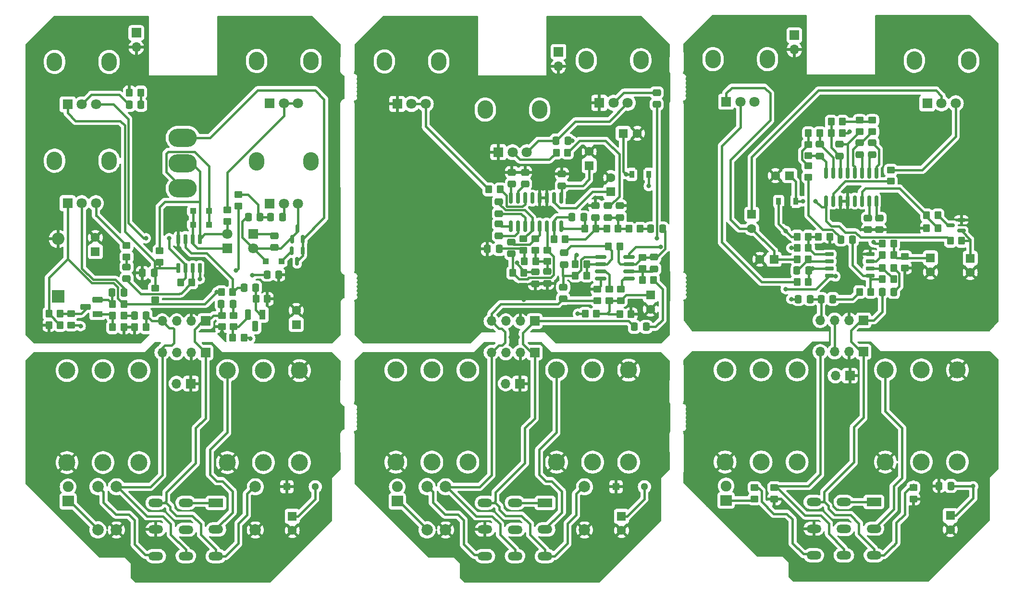
<source format=gbr>
%TF.GenerationSoftware,KiCad,Pcbnew,7.0.2-6a45011f42~172~ubuntu22.04.1*%
%TF.CreationDate,2023-05-30T10:36:55+01:00*%
%TF.ProjectId,panel-rbt-lac-gb-smd-1,70616e65-6c2d-4726-9274-2d6c61632d67,rev?*%
%TF.SameCoordinates,Original*%
%TF.FileFunction,Copper,L1,Top*%
%TF.FilePolarity,Positive*%
%FSLAX46Y46*%
G04 Gerber Fmt 4.6, Leading zero omitted, Abs format (unit mm)*
G04 Created by KiCad (PCBNEW 7.0.2-6a45011f42~172~ubuntu22.04.1) date 2023-05-30 10:36:55*
%MOMM*%
%LPD*%
G01*
G04 APERTURE LIST*
G04 Aperture macros list*
%AMRoundRect*
0 Rectangle with rounded corners*
0 $1 Rounding radius*
0 $2 $3 $4 $5 $6 $7 $8 $9 X,Y pos of 4 corners*
0 Add a 4 corners polygon primitive as box body*
4,1,4,$2,$3,$4,$5,$6,$7,$8,$9,$2,$3,0*
0 Add four circle primitives for the rounded corners*
1,1,$1+$1,$2,$3*
1,1,$1+$1,$4,$5*
1,1,$1+$1,$6,$7*
1,1,$1+$1,$8,$9*
0 Add four rect primitives between the rounded corners*
20,1,$1+$1,$2,$3,$4,$5,0*
20,1,$1+$1,$4,$5,$6,$7,0*
20,1,$1+$1,$6,$7,$8,$9,0*
20,1,$1+$1,$8,$9,$2,$3,0*%
%AMFreePoly0*
4,1,9,3.862500,-0.866500,0.737500,-0.866500,0.737500,-0.450000,-0.737500,-0.450000,-0.737500,0.450000,0.737500,0.450000,0.737500,0.866500,3.862500,0.866500,3.862500,-0.866500,3.862500,-0.866500,$1*%
G04 Aperture macros list end*
%TA.AperFunction,ComponentPad*%
%ADD10R,2.600000X1.500000*%
%TD*%
%TA.AperFunction,ComponentPad*%
%ADD11O,2.600000X1.500000*%
%TD*%
%TA.AperFunction,ComponentPad*%
%ADD12C,3.000000*%
%TD*%
%TA.AperFunction,ComponentPad*%
%ADD13R,1.700000X1.700000*%
%TD*%
%TA.AperFunction,ComponentPad*%
%ADD14O,1.700000X1.700000*%
%TD*%
%TA.AperFunction,ComponentPad*%
%ADD15R,1.600000X1.600000*%
%TD*%
%TA.AperFunction,ComponentPad*%
%ADD16C,1.600000*%
%TD*%
%TA.AperFunction,ComponentPad*%
%ADD17R,2.000000X1.900000*%
%TD*%
%TA.AperFunction,ComponentPad*%
%ADD18C,1.900000*%
%TD*%
%TA.AperFunction,ComponentPad*%
%ADD19C,1.998980*%
%TD*%
%TA.AperFunction,ComponentPad*%
%ADD20R,1.300000X1.300000*%
%TD*%
%TA.AperFunction,ComponentPad*%
%ADD21C,1.300000*%
%TD*%
%TA.AperFunction,SMDPad,CuDef*%
%ADD22RoundRect,0.250000X-0.350000X-0.450000X0.350000X-0.450000X0.350000X0.450000X-0.350000X0.450000X0*%
%TD*%
%TA.AperFunction,ComponentPad*%
%ADD23O,5.000000X3.200000*%
%TD*%
%TA.AperFunction,ComponentPad*%
%ADD24R,1.800000X1.800000*%
%TD*%
%TA.AperFunction,ComponentPad*%
%ADD25C,1.800000*%
%TD*%
%TA.AperFunction,SMDPad,CuDef*%
%ADD26RoundRect,0.250000X0.350000X0.450000X-0.350000X0.450000X-0.350000X-0.450000X0.350000X-0.450000X0*%
%TD*%
%TA.AperFunction,SMDPad,CuDef*%
%ADD27RoundRect,0.250000X-0.450000X0.350000X-0.450000X-0.350000X0.450000X-0.350000X0.450000X0.350000X0*%
%TD*%
%TA.AperFunction,SMDPad,CuDef*%
%ADD28RoundRect,0.250000X-0.337500X-0.475000X0.337500X-0.475000X0.337500X0.475000X-0.337500X0.475000X0*%
%TD*%
%TA.AperFunction,SMDPad,CuDef*%
%ADD29RoundRect,0.150000X-0.150000X0.725000X-0.150000X-0.725000X0.150000X-0.725000X0.150000X0.725000X0*%
%TD*%
%TA.AperFunction,SMDPad,CuDef*%
%ADD30RoundRect,0.250000X-0.300000X-0.300000X0.300000X-0.300000X0.300000X0.300000X-0.300000X0.300000X0*%
%TD*%
%TA.AperFunction,SMDPad,CuDef*%
%ADD31RoundRect,0.250000X0.337500X0.475000X-0.337500X0.475000X-0.337500X-0.475000X0.337500X-0.475000X0*%
%TD*%
%TA.AperFunction,SMDPad,CuDef*%
%ADD32RoundRect,0.250000X0.300000X0.300000X-0.300000X0.300000X-0.300000X-0.300000X0.300000X-0.300000X0*%
%TD*%
%TA.AperFunction,ComponentPad*%
%ADD33O,2.720000X3.240000*%
%TD*%
%TA.AperFunction,SMDPad,CuDef*%
%ADD34RoundRect,0.250000X0.450000X-0.350000X0.450000X0.350000X-0.450000X0.350000X-0.450000X-0.350000X0*%
%TD*%
%TA.AperFunction,ComponentPad*%
%ADD35R,1.100000X1.800000*%
%TD*%
%TA.AperFunction,ComponentPad*%
%ADD36RoundRect,0.275000X0.275000X0.625000X-0.275000X0.625000X-0.275000X-0.625000X0.275000X-0.625000X0*%
%TD*%
%TA.AperFunction,SMDPad,CuDef*%
%ADD37RoundRect,0.250000X0.475000X-0.337500X0.475000X0.337500X-0.475000X0.337500X-0.475000X-0.337500X0*%
%TD*%
%TA.AperFunction,ComponentPad*%
%ADD38R,1.800000X1.100000*%
%TD*%
%TA.AperFunction,ComponentPad*%
%ADD39RoundRect,0.275000X0.625000X-0.275000X0.625000X0.275000X-0.625000X0.275000X-0.625000X-0.275000X0*%
%TD*%
%TA.AperFunction,SMDPad,CuDef*%
%ADD40RoundRect,0.150000X0.150000X-0.587500X0.150000X0.587500X-0.150000X0.587500X-0.150000X-0.587500X0*%
%TD*%
%TA.AperFunction,SMDPad,CuDef*%
%ADD41RoundRect,0.150000X-0.150000X0.587500X-0.150000X-0.587500X0.150000X-0.587500X0.150000X0.587500X0*%
%TD*%
%TA.AperFunction,ComponentPad*%
%ADD42R,2.200000X2.200000*%
%TD*%
%TA.AperFunction,ComponentPad*%
%ADD43O,2.200000X2.200000*%
%TD*%
%TA.AperFunction,SMDPad,CuDef*%
%ADD44RoundRect,0.250000X-0.475000X0.337500X-0.475000X-0.337500X0.475000X-0.337500X0.475000X0.337500X0*%
%TD*%
%TA.AperFunction,SMDPad,CuDef*%
%ADD45R,0.900000X1.300000*%
%TD*%
%TA.AperFunction,SMDPad,CuDef*%
%ADD46FreePoly0,90.000000*%
%TD*%
%TA.AperFunction,SMDPad,CuDef*%
%ADD47RoundRect,0.150000X-0.825000X-0.150000X0.825000X-0.150000X0.825000X0.150000X-0.825000X0.150000X0*%
%TD*%
%TA.AperFunction,SMDPad,CuDef*%
%ADD48RoundRect,0.150000X-0.150000X0.825000X-0.150000X-0.825000X0.150000X-0.825000X0.150000X0.825000X0*%
%TD*%
%TA.AperFunction,SMDPad,CuDef*%
%ADD49RoundRect,0.150000X0.587500X0.150000X-0.587500X0.150000X-0.587500X-0.150000X0.587500X-0.150000X0*%
%TD*%
%TA.AperFunction,SMDPad,CuDef*%
%ADD50RoundRect,0.150000X0.150000X-0.825000X0.150000X0.825000X-0.150000X0.825000X-0.150000X-0.825000X0*%
%TD*%
%TA.AperFunction,SMDPad,CuDef*%
%ADD51FreePoly0,270.000000*%
%TD*%
%TA.AperFunction,SMDPad,CuDef*%
%ADD52RoundRect,0.150000X0.650000X0.150000X-0.650000X0.150000X-0.650000X-0.150000X0.650000X-0.150000X0*%
%TD*%
%TA.AperFunction,ViaPad*%
%ADD53C,0.800000*%
%TD*%
%TA.AperFunction,Conductor*%
%ADD54C,0.400000*%
%TD*%
G04 APERTURE END LIST*
D10*
%TO.P,SW1,1,A*%
%TO.N,Net-(SW1A-A)*%
X90590000Y-149505000D03*
D11*
%TO.P,SW1,2,A*%
X85290000Y-149505000D03*
%TO.P,SW1,3,A*%
%TO.N,I*%
X79990000Y-149505000D03*
%TO.P,SW1,4,B*%
%TO.N,Net-(SW1A-B)*%
X90590000Y-154205000D03*
%TO.P,SW1,5,B*%
%TO.N,Net-(SW1B-B)*%
X85290000Y-154230000D03*
%TO.P,SW1,6,B*%
%TO.N,GND*%
X79990000Y-154205000D03*
%TO.P,SW1,7,C*%
%TO.N,I*%
X90590000Y-158905000D03*
%TO.P,SW1,8,C*%
%TO.N,O*%
X85290000Y-158905000D03*
%TO.P,SW1,9,C*%
%TO.N,Net-(SW1C-C)*%
X79990000Y-158905000D03*
%TD*%
D12*
%TO.P,J3,R*%
%TO.N,unconnected-(J3-PadR)*%
X70700000Y-142410000D03*
%TO.P,J3,RN*%
%TO.N,unconnected-(J3-PadRN)*%
X70700000Y-126180000D03*
%TO.P,J3,S*%
%TO.N,GND*%
X64350000Y-142410000D03*
%TO.P,J3,SN*%
%TO.N,unconnected-(J3-PadSN)*%
X64350000Y-126180000D03*
%TO.P,J3,T*%
%TO.N,Net-(SW1B-B)*%
X77050000Y-142410000D03*
%TO.P,J3,TN*%
%TO.N,unconnected-(J3-PadTN)*%
X77050000Y-126180000D03*
%TD*%
D13*
%TO.P,J1,1,P1*%
%TO.N,+9V*%
X76550000Y-66680000D03*
D14*
%TO.P,J1,2,P2*%
%TO.N,GND*%
X76550000Y-69220000D03*
%TD*%
D13*
%TO.P,JOVGI1,1,P1*%
%TO.N,I*%
X88740000Y-123030000D03*
D14*
%TO.P,JOVGI1,2,P2*%
%TO.N,GND*%
X86200000Y-123030000D03*
%TO.P,JOVGI1,3,P3*%
%TO.N,+9V*%
X83660000Y-123030000D03*
%TO.P,JOVGI1,4,P4*%
%TO.N,O*%
X81120000Y-123030000D03*
%TD*%
D13*
%TO.P,JOVGI2,1,P1*%
%TO.N,I*%
X88740000Y-117480000D03*
D14*
%TO.P,JOVGI2,2,P2*%
%TO.N,GND*%
X86200000Y-117480000D03*
%TO.P,JOVGI2,3,P3*%
%TO.N,+9V*%
X83660000Y-117480000D03*
%TO.P,JOVGI2,4,P4*%
%TO.N,O*%
X81120000Y-117480000D03*
%TD*%
D15*
%TO.P,C2,1*%
%TO.N,+9V*%
X104040000Y-151880000D03*
D16*
%TO.P,C2,2*%
%TO.N,GND*%
X104040000Y-154380000D03*
%TD*%
D17*
%TO.P,D1,1,K*%
%TO.N,Net-(D1-K)*%
X64540000Y-149220000D03*
D18*
%TO.P,D1,2,A*%
%TO.N,+9V*%
X64540000Y-146680000D03*
%TD*%
D19*
%TO.P,R1,1*%
%TO.N,I*%
X97540000Y-146680000D03*
%TO.P,R1,2*%
%TO.N,GND*%
X97540000Y-154300000D03*
%TD*%
%TO.P,R2,1*%
%TO.N,Net-(D1-K)*%
X69800000Y-154280000D03*
%TO.P,R2,2*%
%TO.N,Net-(SW1C-C)*%
X69800000Y-146660000D03*
%TD*%
%TO.P,R3,1*%
%TO.N,O*%
X73050000Y-146680000D03*
%TO.P,R3,2*%
%TO.N,GND*%
X73050000Y-154300000D03*
%TD*%
D20*
%TO.P,C1,1*%
%TO.N,GND*%
X103090000Y-146680000D03*
D21*
%TO.P,C1,2*%
%TO.N,+9V*%
X108090000Y-146680000D03*
%TD*%
D13*
%TO.P,J4,1,P1*%
%TO.N,GND*%
X86180000Y-128490000D03*
D14*
%TO.P,J4,2,P2*%
%TO.N,+9V*%
X83640000Y-128490000D03*
%TD*%
D12*
%TO.P,J2,R*%
%TO.N,unconnected-(J2-PadR)*%
X98965000Y-126180000D03*
%TO.P,J2,RN*%
%TO.N,unconnected-(J2-PadRN)*%
X98965000Y-142410000D03*
%TO.P,J2,S*%
%TO.N,GND*%
X105315000Y-126180000D03*
%TO.P,J2,SN*%
%TO.N,unconnected-(J2-PadSN)*%
X105315000Y-142410000D03*
%TO.P,J2,T*%
%TO.N,Net-(SW1A-B)*%
X92615000Y-126180000D03*
%TO.P,J2,TN*%
%TO.N,GND*%
X92615000Y-142410000D03*
%TD*%
D22*
%TO.P,R14,1*%
%TO.N,Net-(U1B--)*%
X84350000Y-110680000D03*
%TO.P,R14,2*%
%TO.N,Net-(C11-Pad1)*%
X86350000Y-110680000D03*
%TD*%
D23*
%TO.P,SW2,1,1*%
%TO.N,Net-(D4-K)*%
X84750000Y-94080000D03*
%TO.P,SW2,2,2*%
%TO.N,B*%
X84750000Y-89630000D03*
%TO.P,SW2,3,3*%
%TO.N,Net-(Q2-D)*%
X84750000Y-85180000D03*
%TD*%
D24*
%TO.P,D6,1,K*%
%TO.N,A*%
X92550000Y-104655000D03*
D25*
%TO.P,D6,2,A*%
%TO.N,B*%
X92550000Y-102115000D03*
%TD*%
D26*
%TO.P,R19,1*%
%TO.N,GND*%
X74350000Y-118580000D03*
%TO.P,R19,2*%
%TO.N,Net-(Q4-E)*%
X72350000Y-118580000D03*
%TD*%
D24*
%TO.P,D3,1,K*%
%TO.N,B*%
X97150000Y-102105000D03*
D25*
%TO.P,D3,2,A*%
%TO.N,A*%
X97150000Y-104645000D03*
%TD*%
D27*
%TO.P,R12,1*%
%TO.N,Net-(U1B-+)*%
X79850000Y-111680000D03*
%TO.P,R12,2*%
%TO.N,VB*%
X79850000Y-113680000D03*
%TD*%
D28*
%TO.P,C8,1*%
%TO.N,GND*%
X77612500Y-108980000D03*
%TO.P,C8,2*%
%TO.N,Net-(U1B-+)*%
X79687500Y-108980000D03*
%TD*%
D22*
%TO.P,R22,1*%
%TO.N,GND*%
X76250000Y-118580000D03*
%TO.P,R22,2*%
%TO.N,O*%
X78250000Y-118580000D03*
%TD*%
D29*
%TO.P,U1,1*%
%TO.N,B*%
X87755000Y-103005000D03*
%TO.P,U1,2,-*%
%TO.N,A*%
X86485000Y-103005000D03*
%TO.P,U1,3,+*%
%TO.N,Net-(U1A-+)*%
X85215000Y-103005000D03*
%TO.P,U1,4,V-*%
%TO.N,GND*%
X83945000Y-103005000D03*
%TO.P,U1,5,+*%
%TO.N,Net-(U1B-+)*%
X83945000Y-108155000D03*
%TO.P,U1,6,-*%
%TO.N,Net-(U1B--)*%
X85215000Y-108155000D03*
%TO.P,U1,7*%
%TO.N,Net-(C11-Pad1)*%
X86485000Y-108155000D03*
%TO.P,U1,8,V+*%
%TO.N,VC*%
X87755000Y-108155000D03*
%TD*%
D27*
%TO.P,R20,1*%
%TO.N,VC*%
X65050000Y-116180000D03*
%TO.P,R20,2*%
%TO.N,+9V*%
X65050000Y-118180000D03*
%TD*%
D30*
%TO.P,D5,1,K*%
%TO.N,A*%
X86550000Y-100480000D03*
%TO.P,D5,2,A*%
%TO.N,Net-(D4-K)*%
X89350000Y-100480000D03*
%TD*%
D31*
%TO.P,C4,1*%
%TO.N,Net-(Q1-E)*%
X97587500Y-111580000D03*
%TO.P,C4,2*%
%TO.N,Net-(U1A-+)*%
X95512500Y-111580000D03*
%TD*%
D32*
%TO.P,D4,1,K*%
%TO.N,Net-(D4-K)*%
X89350000Y-98080000D03*
%TO.P,D4,2,A*%
%TO.N,A*%
X86550000Y-98080000D03*
%TD*%
D33*
%TO.P,LOW1,*%
%TO.N,*%
X97750000Y-89305000D03*
X107350000Y-89305000D03*
D24*
%TO.P,LOW1,1,1*%
%TO.N,unconnected-(LOW1-Pad1)*%
X100050000Y-96805000D03*
D25*
%TO.P,LOW1,2,2*%
%TO.N,Net-(C5-Pad2)*%
X102550000Y-96805000D03*
%TO.P,LOW1,3,3*%
%TO.N,A*%
X105050000Y-96805000D03*
%TD*%
D33*
%TO.P,TONE1,*%
%TO.N,*%
X62150000Y-71780000D03*
X71750000Y-71780000D03*
D24*
%TO.P,TONE1,1,1*%
%TO.N,Net-(U1B-+)*%
X64450000Y-79280000D03*
D25*
%TO.P,TONE1,2,2*%
%TO.N,Net-(C9-Pad2)*%
X66950000Y-79280000D03*
%TO.P,TONE1,3,3*%
%TO.N,Net-(U1B--)*%
X69450000Y-79280000D03*
%TD*%
D15*
%TO.P,C13,1*%
%TO.N,VC*%
X69350000Y-105232651D03*
D16*
%TO.P,C13,2*%
%TO.N,GND*%
X69350000Y-102732651D03*
%TD*%
D31*
%TO.P,C6,1*%
%TO.N,Net-(C5-Pad1)*%
X98387500Y-99180000D03*
%TO.P,C6,2*%
%TO.N,A*%
X96312500Y-99180000D03*
%TD*%
D26*
%TO.P,R7,1*%
%TO.N,GND*%
X99650000Y-113580000D03*
%TO.P,R7,2*%
%TO.N,Net-(Q1-E)*%
X97650000Y-113580000D03*
%TD*%
D28*
%TO.P,C3,1*%
%TO.N,I*%
X91512500Y-114480000D03*
%TO.P,C3,2*%
%TO.N,Net-(C3-Pad2)*%
X93587500Y-114480000D03*
%TD*%
D27*
%TO.P,R11,1*%
%TO.N,B*%
X80650000Y-105080000D03*
%TO.P,R11,2*%
%TO.N,Net-(U1B-+)*%
X80650000Y-107080000D03*
%TD*%
D33*
%TO.P,DRIVE1,*%
%TO.N,*%
X97750000Y-71615000D03*
X107350000Y-71615000D03*
D24*
%TO.P,DRIVE1,1,1*%
%TO.N,A*%
X100050000Y-79115000D03*
D25*
%TO.P,DRIVE1,2,2*%
%TO.N,Net-(DRIVE1-Pad2)*%
X102550000Y-79115000D03*
%TO.P,DRIVE1,3,3*%
X105050000Y-79115000D03*
%TD*%
D22*
%TO.P,R13,1*%
%TO.N,GND*%
X75350000Y-77180000D03*
%TO.P,R13,2*%
%TO.N,Net-(C9-Pad1)*%
X77350000Y-77180000D03*
%TD*%
D31*
%TO.P,C12,1*%
%TO.N,GND*%
X101687500Y-109280000D03*
%TO.P,C12,2*%
%TO.N,VC*%
X99612500Y-109280000D03*
%TD*%
D34*
%TO.P,R5,1*%
%TO.N,Net-(Q1-B)*%
X93650000Y-118480000D03*
%TO.P,R5,2*%
%TO.N,Net-(C3-Pad2)*%
X93650000Y-116480000D03*
%TD*%
D31*
%TO.P,C9,1*%
%TO.N,Net-(C9-Pad1)*%
X77387500Y-79380000D03*
%TO.P,C9,2*%
%TO.N,Net-(C9-Pad2)*%
X75312500Y-79380000D03*
%TD*%
D26*
%TO.P,R9,1*%
%TO.N,Net-(U1A-+)*%
X93550000Y-112380000D03*
%TO.P,R9,2*%
%TO.N,VB*%
X91550000Y-112380000D03*
%TD*%
D35*
%TO.P,Q1,1,E*%
%TO.N,Net-(Q1-E)*%
X98800000Y-116330000D03*
D36*
%TO.P,Q1,2,C*%
%TO.N,VC*%
X97530000Y-118400000D03*
%TO.P,Q1,3,B*%
%TO.N,Net-(Q1-B)*%
X96260000Y-116330000D03*
%TD*%
D22*
%TO.P,R6,1*%
%TO.N,Net-(Q1-B)*%
X93550000Y-120380000D03*
%TO.P,R6,2*%
%TO.N,VB*%
X95550000Y-120380000D03*
%TD*%
%TO.P,R16,1*%
%TO.N,VB*%
X61150000Y-116180000D03*
%TO.P,R16,2*%
%TO.N,VC*%
X63150000Y-116180000D03*
%TD*%
D15*
%TO.P,C10,1*%
%TO.N,VB*%
X104750000Y-118080000D03*
D16*
%TO.P,C10,2*%
%TO.N,GND*%
X104750000Y-115580000D03*
%TD*%
D22*
%TO.P,R18,1*%
%TO.N,Net-(Q4-B)*%
X72350000Y-114480000D03*
%TO.P,R18,2*%
%TO.N,VB*%
X74350000Y-114480000D03*
%TD*%
D37*
%TO.P,C11,1*%
%TO.N,Net-(C11-Pad1)*%
X74850000Y-110017500D03*
%TO.P,C11,2*%
%TO.N,Net-(C11-Pad2)*%
X74850000Y-107942500D03*
%TD*%
D31*
%TO.P,C14,1*%
%TO.N,Net-(C14-Pad1)*%
X74387500Y-112480000D03*
%TO.P,C14,2*%
%TO.N,Net-(Q4-B)*%
X72312500Y-112480000D03*
%TD*%
D28*
%TO.P,C5,1*%
%TO.N,Net-(C5-Pad1)*%
X100250000Y-99180000D03*
%TO.P,C5,2*%
%TO.N,Net-(C5-Pad2)*%
X102325000Y-99180000D03*
%TD*%
D22*
%TO.P,R21,1*%
%TO.N,Net-(Q4-E)*%
X72350000Y-116480000D03*
%TO.P,R21,2*%
%TO.N,Net-(C15-Pad1)*%
X74350000Y-116480000D03*
%TD*%
D38*
%TO.P,Q4,1,E*%
%TO.N,Net-(Q4-E)*%
X69720000Y-116250000D03*
D39*
%TO.P,Q4,2,C*%
%TO.N,VC*%
X67650000Y-114980000D03*
%TO.P,Q4,3,B*%
%TO.N,Net-(Q4-B)*%
X69720000Y-113710000D03*
%TD*%
D40*
%TO.P,Q5,1,G*%
%TO.N,A*%
X104000000Y-103017500D03*
%TO.P,Q5,2,S*%
%TO.N,Net-(Q2-D)*%
X105900000Y-103017500D03*
%TO.P,Q5,3,D*%
%TO.N,A*%
X104950000Y-101142500D03*
%TD*%
D34*
%TO.P,R8,1*%
%TO.N,VB*%
X94550000Y-97180000D03*
%TO.P,R8,2*%
%TO.N,Net-(C5-Pad1)*%
X94550000Y-95180000D03*
%TD*%
D33*
%TO.P,VOL1,*%
%TO.N,*%
X62150000Y-89205000D03*
X71750000Y-89205000D03*
D24*
%TO.P,VOL1,1,1*%
%TO.N,VB*%
X64450000Y-96705000D03*
D25*
%TO.P,VOL1,2,2*%
%TO.N,Net-(C14-Pad1)*%
X66950000Y-96705000D03*
%TO.P,VOL1,3,3*%
%TO.N,Net-(R17-Pad2)*%
X69450000Y-96705000D03*
%TD*%
D27*
%TO.P,R10,1*%
%TO.N,Net-(DRIVE1-Pad2)*%
X92550000Y-97880000D03*
%TO.P,R10,2*%
%TO.N,B*%
X92550000Y-99880000D03*
%TD*%
D37*
%TO.P,C7,1*%
%TO.N,A*%
X100850000Y-104517500D03*
%TO.P,C7,2*%
%TO.N,B*%
X100850000Y-102442500D03*
%TD*%
D28*
%TO.P,C15,1*%
%TO.N,Net-(C15-Pad1)*%
X76212500Y-116480000D03*
%TO.P,C15,2*%
%TO.N,O*%
X78287500Y-116480000D03*
%TD*%
D41*
%TO.P,Q2,1,G*%
%TO.N,Net-(Q2-D)*%
X105850000Y-105080000D03*
%TO.P,Q2,2,S*%
%TO.N,Net-(D2-K)*%
X103950000Y-105080000D03*
%TO.P,Q2,3,D*%
%TO.N,Net-(Q2-D)*%
X104900000Y-106955000D03*
%TD*%
D34*
%TO.P,R17,1*%
%TO.N,Net-(C11-Pad2)*%
X74850000Y-106180000D03*
%TO.P,R17,2*%
%TO.N,Net-(R17-Pad2)*%
X74850000Y-104180000D03*
%TD*%
D32*
%TO.P,D2,1,K*%
%TO.N,Net-(D2-K)*%
X102150000Y-106980000D03*
%TO.P,D2,2,A*%
%TO.N,A*%
X99350000Y-106980000D03*
%TD*%
D22*
%TO.P,R15,1*%
%TO.N,GND*%
X61150000Y-118180000D03*
%TO.P,R15,2*%
%TO.N,VB*%
X63150000Y-118180000D03*
%TD*%
D34*
%TO.P,R4,1*%
%TO.N,GND*%
X91650000Y-118480000D03*
%TO.P,R4,2*%
%TO.N,I*%
X91650000Y-116480000D03*
%TD*%
D42*
%TO.P,D7,1,K*%
%TO.N,VC*%
X62750000Y-113160000D03*
D43*
%TO.P,D7,2,A*%
%TO.N,GND*%
X62750000Y-103000000D03*
%TD*%
D10*
%TO.P,SW1,1,A*%
%TO.N,Net-(SW1A-A)*%
X148590000Y-149505000D03*
D11*
%TO.P,SW1,2,A*%
X143290000Y-149505000D03*
%TO.P,SW1,3,A*%
%TO.N,I*%
X137990000Y-149505000D03*
%TO.P,SW1,4,B*%
%TO.N,Net-(SW1A-B)*%
X148590000Y-154205000D03*
%TO.P,SW1,5,B*%
%TO.N,Net-(SW1B-B)*%
X143290000Y-154230000D03*
%TO.P,SW1,6,B*%
%TO.N,GND*%
X137990000Y-154205000D03*
%TO.P,SW1,7,C*%
%TO.N,I*%
X148590000Y-158905000D03*
%TO.P,SW1,8,C*%
%TO.N,O*%
X143290000Y-158905000D03*
%TO.P,SW1,9,C*%
%TO.N,Net-(SW1C-C)*%
X137990000Y-158905000D03*
%TD*%
D12*
%TO.P,J3,R*%
%TO.N,unconnected-(J3-PadR)*%
X128635000Y-142345000D03*
%TO.P,J3,RN*%
%TO.N,unconnected-(J3-PadRN)*%
X128635000Y-126115000D03*
%TO.P,J3,S*%
%TO.N,GND*%
X122285000Y-142345000D03*
%TO.P,J3,SN*%
%TO.N,unconnected-(J3-PadSN)*%
X122285000Y-126115000D03*
%TO.P,J3,T*%
%TO.N,Net-(SW1B-B)*%
X134985000Y-142345000D03*
%TO.P,J3,TN*%
%TO.N,unconnected-(J3-PadTN)*%
X134985000Y-126115000D03*
%TD*%
D13*
%TO.P,J1,1,P1*%
%TO.N,+9V*%
X150950000Y-70005000D03*
D14*
%TO.P,J1,2,P2*%
%TO.N,GND*%
X150950000Y-72545000D03*
%TD*%
D13*
%TO.P,JOVGI1,1,P1*%
%TO.N,I*%
X146740000Y-123030000D03*
D14*
%TO.P,JOVGI1,2,P2*%
%TO.N,GND*%
X144200000Y-123030000D03*
%TO.P,JOVGI1,3,P3*%
%TO.N,+9V*%
X141660000Y-123030000D03*
%TO.P,JOVGI1,4,P4*%
%TO.N,O*%
X139120000Y-123030000D03*
%TD*%
D13*
%TO.P,JOVGI2,1,P1*%
%TO.N,I*%
X146740000Y-117480000D03*
D14*
%TO.P,JOVGI2,2,P2*%
%TO.N,GND*%
X144200000Y-117480000D03*
%TO.P,JOVGI2,3,P3*%
%TO.N,+9V*%
X141660000Y-117480000D03*
%TO.P,JOVGI2,4,P4*%
%TO.N,O*%
X139120000Y-117480000D03*
%TD*%
D15*
%TO.P,C2,1*%
%TO.N,+9V*%
X162040000Y-151880000D03*
D16*
%TO.P,C2,2*%
%TO.N,GND*%
X162040000Y-154380000D03*
%TD*%
D17*
%TO.P,D1,1,K*%
%TO.N,Net-(D1-K)*%
X122540000Y-149220000D03*
D18*
%TO.P,D1,2,A*%
%TO.N,+9V*%
X122540000Y-146680000D03*
%TD*%
D19*
%TO.P,R1,1*%
%TO.N,I*%
X155540000Y-146680000D03*
%TO.P,R1,2*%
%TO.N,GND*%
X155540000Y-154300000D03*
%TD*%
%TO.P,R2,1*%
%TO.N,Net-(D1-K)*%
X127800000Y-154280000D03*
%TO.P,R2,2*%
%TO.N,Net-(SW1C-C)*%
X127800000Y-146660000D03*
%TD*%
%TO.P,R3,1*%
%TO.N,O*%
X131050000Y-146680000D03*
%TO.P,R3,2*%
%TO.N,GND*%
X131050000Y-154300000D03*
%TD*%
D20*
%TO.P,C1,1*%
%TO.N,GND*%
X161090000Y-146680000D03*
D21*
%TO.P,C1,2*%
%TO.N,+9V*%
X166090000Y-146680000D03*
%TD*%
D13*
%TO.P,J4,1,P1*%
%TO.N,GND*%
X144180000Y-128490000D03*
D14*
%TO.P,J4,2,P2*%
%TO.N,+9V*%
X141640000Y-128490000D03*
%TD*%
D12*
%TO.P,J2,R*%
%TO.N,unconnected-(J2-PadR)*%
X156965000Y-126115000D03*
%TO.P,J2,RN*%
%TO.N,unconnected-(J2-PadRN)*%
X156965000Y-142345000D03*
%TO.P,J2,S*%
%TO.N,GND*%
X163315000Y-126115000D03*
%TO.P,J2,SN*%
%TO.N,unconnected-(J2-PadSN)*%
X163315000Y-142345000D03*
%TO.P,J2,T*%
%TO.N,Net-(SW1A-B)*%
X150615000Y-126115000D03*
%TO.P,J2,TN*%
%TO.N,GND*%
X150615000Y-142345000D03*
%TD*%
D44*
%TO.P,C15,1*%
%TO.N,GND*%
X142750000Y-91242500D03*
%TO.P,C15,2*%
%TO.N,Net-(U3-CC0)*%
X142750000Y-93317500D03*
%TD*%
D37*
%TO.P,C6,1*%
%TO.N,Net-(U1B--)*%
X167806000Y-108282500D03*
%TO.P,C6,2*%
%TO.N,AI*%
X167806000Y-106207500D03*
%TD*%
D33*
%TO.P,RV2,*%
%TO.N,*%
X138050000Y-80205000D03*
X147650000Y-80205000D03*
D24*
%TO.P,RV2,1,1*%
%TO.N,GND*%
X140350000Y-87705000D03*
D25*
%TO.P,RV2,2,2*%
%TO.N,Net-(R18-Pad2)*%
X142850000Y-87705000D03*
%TO.P,RV2,3,3*%
%TO.N,Net-(C25-Pad2)*%
X145350000Y-87705000D03*
%TD*%
D34*
%TO.P,R7,1*%
%TO.N,VD*%
X161906000Y-113845000D03*
%TO.P,R7,2*%
%TO.N,Net-(U1B-+)*%
X161906000Y-111845000D03*
%TD*%
D31*
%TO.P,C5,1*%
%TO.N,AI*%
X169287500Y-101180000D03*
%TO.P,C5,2*%
%TO.N,Net-(C5-Pad2)*%
X167212500Y-101180000D03*
%TD*%
D44*
%TO.P,C20,1*%
%TO.N,Net-(C16-Pad2)*%
X151771000Y-111472500D03*
%TO.P,C20,2*%
%TO.N,O*%
X151771000Y-113547500D03*
%TD*%
D27*
%TO.P,R20,1*%
%TO.N,GND*%
X157806000Y-111845000D03*
%TO.P,R20,2*%
%TO.N,O*%
X157806000Y-113845000D03*
%TD*%
D26*
%TO.P,R15,1*%
%TO.N,Net-(U3-VCO)*%
X140650000Y-94280000D03*
%TO.P,R15,2*%
%TO.N,Net-(R15-Pad2)*%
X138650000Y-94280000D03*
%TD*%
D15*
%TO.P,C10,1*%
%TO.N,+5V*%
X162344888Y-84380000D03*
D16*
%TO.P,C10,2*%
%TO.N,GND*%
X164844888Y-84380000D03*
%TD*%
D31*
%TO.P,C25,1*%
%TO.N,Net-(C24-Pad2)*%
X152587500Y-85680000D03*
%TO.P,C25,2*%
%TO.N,Net-(C25-Pad2)*%
X150512500Y-85680000D03*
%TD*%
D33*
%TO.P,RV1,*%
%TO.N,*%
X120250000Y-71705000D03*
X129850000Y-71705000D03*
D24*
%TO.P,RV1,1,1*%
%TO.N,GND*%
X122550000Y-79205000D03*
D25*
%TO.P,RV1,2,2*%
%TO.N,Net-(R15-Pad2)*%
X125050000Y-79205000D03*
%TO.P,RV1,3,3*%
X127550000Y-79205000D03*
%TD*%
D45*
%TO.P,U2,1,OUT*%
%TO.N,+5V*%
X163850000Y-91630000D03*
D46*
%TO.P,U2,2,GND*%
%TO.N,GND*%
X165350000Y-91542500D03*
D45*
%TO.P,U2,3,IN*%
%TO.N,+9V*%
X166850000Y-91630000D03*
%TD*%
D26*
%TO.P,R6,1*%
%TO.N,Net-(C4-Pad2)*%
X167706000Y-110245000D03*
%TO.P,R6,2*%
%TO.N,Net-(U1B--)*%
X165706000Y-110245000D03*
%TD*%
D44*
%TO.P,C9,1*%
%TO.N,GND*%
X151550000Y-91542500D03*
%TO.P,C9,2*%
%TO.N,+5V*%
X151550000Y-93617500D03*
%TD*%
D26*
%TO.P,R13,1*%
%TO.N,AI*%
X161750000Y-104280000D03*
%TO.P,R13,2*%
%TO.N,Net-(U1A--)*%
X159750000Y-104280000D03*
%TD*%
D22*
%TO.P,R21,1*%
%TO.N,Net-(C21-Pad2)*%
X144950000Y-106980000D03*
%TO.P,R21,2*%
%TO.N,Net-(C22-Pad2)*%
X146950000Y-106980000D03*
%TD*%
D37*
%TO.P,C24,1*%
%TO.N,GND*%
X146850000Y-110917500D03*
%TO.P,C24,2*%
%TO.N,Net-(C24-Pad2)*%
X146850000Y-108842500D03*
%TD*%
D31*
%TO.P,C11,1*%
%TO.N,LPF1-IN*%
X155387500Y-99180000D03*
%TO.P,C11,2*%
%TO.N,LPF1-OUT*%
X153312500Y-99180000D03*
%TD*%
D22*
%TO.P,R24,1*%
%TO.N,LPF2-OUT*%
X142850000Y-108980000D03*
%TO.P,R24,2*%
%TO.N,Net-(C24-Pad2)*%
X144850000Y-108980000D03*
%TD*%
D15*
%TO.P,C13,1*%
%TO.N,Net-(U3-REF)*%
X160150000Y-94680000D03*
D16*
%TO.P,C13,2*%
%TO.N,GND*%
X160150000Y-92180000D03*
%TD*%
D44*
%TO.P,C7,1*%
%TO.N,GND*%
X161750000Y-97142500D03*
%TO.P,C7,2*%
%TO.N,Net-(C17-Pad1)*%
X161750000Y-99217500D03*
%TD*%
%TO.P,C16,1*%
%TO.N,Net-(U1A--)*%
X151906000Y-105445000D03*
%TO.P,C16,2*%
%TO.N,Net-(C16-Pad2)*%
X151906000Y-107520000D03*
%TD*%
D34*
%TO.P,R8,1*%
%TO.N,Net-(U1B--)*%
X165706000Y-108245000D03*
%TO.P,R8,2*%
%TO.N,AI*%
X165706000Y-106245000D03*
%TD*%
D37*
%TO.P,C18,1*%
%TO.N,Net-(U3-OP2-IN)*%
X140450000Y-98517500D03*
%TO.P,C18,2*%
%TO.N,DELAY_OUT*%
X140450000Y-96442500D03*
%TD*%
%TO.P,C22,1*%
%TO.N,GND*%
X148950000Y-110817500D03*
%TO.P,C22,2*%
%TO.N,Net-(C22-Pad2)*%
X148950000Y-108742500D03*
%TD*%
D34*
%TO.P,R16,1*%
%TO.N,VD*%
X159906000Y-113845000D03*
%TO.P,R16,2*%
%TO.N,Net-(U1A-+)*%
X159906000Y-111845000D03*
%TD*%
D44*
%TO.P,C19,1*%
%TO.N,Net-(U3-OP1-OUT)*%
X140450000Y-100342500D03*
%TO.P,C19,2*%
%TO.N,Net-(U3-OP1-IN)*%
X140450000Y-102417500D03*
%TD*%
D26*
%TO.P,R17,1*%
%TO.N,Net-(U1A--)*%
X155906000Y-109445000D03*
%TO.P,R17,2*%
%TO.N,Net-(C16-Pad2)*%
X153906000Y-109445000D03*
%TD*%
D44*
%TO.P,C14,1*%
%TO.N,GND*%
X145050000Y-91242500D03*
%TO.P,C14,2*%
%TO.N,Net-(U3-CC1)*%
X145050000Y-93317500D03*
%TD*%
D26*
%TO.P,R18,1*%
%TO.N,Net-(C17-Pad2)*%
X152550000Y-87780000D03*
%TO.P,R18,2*%
%TO.N,Net-(R18-Pad2)*%
X150550000Y-87780000D03*
%TD*%
D34*
%TO.P,R22,1*%
%TO.N,Net-(C22-Pad2)*%
X146850000Y-104980000D03*
%TO.P,R22,2*%
%TO.N,LPF2-IN*%
X146850000Y-102980000D03*
%TD*%
D44*
%TO.P,C8,1*%
%TO.N,GND*%
X157450000Y-97142500D03*
%TO.P,C8,2*%
%TO.N,Net-(C8-Pad2)*%
X157450000Y-99217500D03*
%TD*%
D28*
%TO.P,C4,1*%
%TO.N,I*%
X164312500Y-118480000D03*
%TO.P,C4,2*%
%TO.N,Net-(C4-Pad2)*%
X166387500Y-118480000D03*
%TD*%
D47*
%TO.P,U1,1*%
%TO.N,Net-(C16-Pad2)*%
X158381000Y-106140000D03*
%TO.P,U1,2,-*%
%TO.N,Net-(U1A--)*%
X158381000Y-107410000D03*
%TO.P,U1,3,+*%
%TO.N,Net-(U1A-+)*%
X158381000Y-108680000D03*
%TO.P,U1,4,V-*%
%TO.N,GND*%
X158381000Y-109950000D03*
%TO.P,U1,5,+*%
%TO.N,Net-(U1B-+)*%
X163331000Y-109950000D03*
%TO.P,U1,6,-*%
%TO.N,Net-(U1B--)*%
X163331000Y-108680000D03*
%TO.P,U1,7*%
%TO.N,AI*%
X163331000Y-107410000D03*
%TO.P,U1,8,V+*%
%TO.N,+9V*%
X163331000Y-106140000D03*
%TD*%
D15*
%TO.P,C3,1*%
%TO.N,VD*%
X167150000Y-112874888D03*
D16*
%TO.P,C3,2*%
%TO.N,GND*%
X167150000Y-115374888D03*
%TD*%
D22*
%TO.P,R4,1*%
%TO.N,+9V*%
X155650000Y-116180000D03*
%TO.P,R4,2*%
%TO.N,VD*%
X157650000Y-116180000D03*
%TD*%
D37*
%TO.P,C17,1*%
%TO.N,Net-(C17-Pad1)*%
X159650000Y-99217500D03*
%TO.P,C17,2*%
%TO.N,Net-(C17-Pad2)*%
X159650000Y-97142500D03*
%TD*%
D26*
%TO.P,R11,1*%
%TO.N,Net-(C8-Pad2)*%
X157550000Y-101180000D03*
%TO.P,R11,2*%
%TO.N,LPF1-IN*%
X155550000Y-101180000D03*
%TD*%
D27*
%TO.P,R19,1*%
%TO.N,DELAY_OUT*%
X144750000Y-102980000D03*
%TO.P,R19,2*%
%TO.N,Net-(C21-Pad2)*%
X144750000Y-104980000D03*
%TD*%
D48*
%TO.P,U3,1,VCC*%
%TO.N,+5V*%
X151395000Y-95805000D03*
%TO.P,U3,2,REF*%
%TO.N,Net-(U3-REF)*%
X150125000Y-95805000D03*
%TO.P,U3,3,AGND*%
%TO.N,GND*%
X148855000Y-95805000D03*
%TO.P,U3,4,DGND*%
X147585000Y-95805000D03*
%TO.P,U3,5,CLK_O*%
%TO.N,unconnected-(U3-CLK_O-Pad5)*%
X146315000Y-95805000D03*
%TO.P,U3,6,VCO*%
%TO.N,Net-(U3-VCO)*%
X145045000Y-95805000D03*
%TO.P,U3,7,CC1*%
%TO.N,Net-(U3-CC1)*%
X143775000Y-95805000D03*
%TO.P,U3,8,CC0*%
%TO.N,Net-(U3-CC0)*%
X142505000Y-95805000D03*
%TO.P,U3,9,OP1-OUT*%
%TO.N,Net-(U3-OP1-OUT)*%
X142505000Y-100755000D03*
%TO.P,U3,10,OP1-IN*%
%TO.N,Net-(U3-OP1-IN)*%
X143775000Y-100755000D03*
%TO.P,U3,11,OP2-IN*%
%TO.N,Net-(U3-OP2-IN)*%
X145045000Y-100755000D03*
%TO.P,U3,12,OP2-OUT*%
%TO.N,DELAY_OUT*%
X146315000Y-100755000D03*
%TO.P,U3,13,LPF2-IN*%
%TO.N,LPF2-IN*%
X147585000Y-100755000D03*
%TO.P,U3,14,LPF2-OUT*%
%TO.N,LPF2-OUT*%
X148855000Y-100755000D03*
%TO.P,U3,15,LPF1-OUT*%
%TO.N,LPF1-OUT*%
X150125000Y-100755000D03*
%TO.P,U3,16,LPF1-IN*%
%TO.N,LPF1-IN*%
X151395000Y-100755000D03*
%TD*%
D15*
%TO.P,C12,1*%
%TO.N,+5V*%
X156350000Y-90080000D03*
D16*
%TO.P,C12,2*%
%TO.N,GND*%
X156350000Y-87580000D03*
%TD*%
D26*
%TO.P,R10,1*%
%TO.N,Net-(C17-Pad1)*%
X161450000Y-101180000D03*
%TO.P,R10,2*%
%TO.N,Net-(C8-Pad2)*%
X159450000Y-101180000D03*
%TD*%
D34*
%TO.P,R23,1*%
%TO.N,Net-(C22-Pad2)*%
X148950000Y-106980000D03*
%TO.P,R23,2*%
%TO.N,LPF2-OUT*%
X148950000Y-104980000D03*
%TD*%
D22*
%TO.P,R5,1*%
%TO.N,VD*%
X161750000Y-116280000D03*
%TO.P,R5,2*%
%TO.N,GND*%
X163750000Y-116280000D03*
%TD*%
%TO.P,R14,1*%
%TO.N,Net-(C26-Pad2)*%
X153906000Y-107445000D03*
%TO.P,R14,2*%
%TO.N,Net-(U1A--)*%
X155906000Y-107445000D03*
%TD*%
D44*
%TO.P,C23,1*%
%TO.N,LPF2-IN*%
X142650000Y-103542500D03*
%TO.P,C23,2*%
%TO.N,LPF2-OUT*%
X142650000Y-105617500D03*
%TD*%
%TO.P,C26,1*%
%TO.N,Net-(C26-Pad1)*%
X168250000Y-77205000D03*
%TO.P,C26,2*%
%TO.N,Net-(C26-Pad2)*%
X168250000Y-79280000D03*
%TD*%
D26*
%TO.P,R12,1*%
%TO.N,Net-(C8-Pad2)*%
X152150000Y-103080000D03*
%TO.P,R12,2*%
%TO.N,LPF1-OUT*%
X150150000Y-103080000D03*
%TD*%
D28*
%TO.P,C21,1*%
%TO.N,GND*%
X138412500Y-104780000D03*
%TO.P,C21,2*%
%TO.N,Net-(C21-Pad2)*%
X140487500Y-104780000D03*
%TD*%
D33*
%TO.P,RV3,*%
%TO.N,*%
X155850000Y-71505000D03*
X165450000Y-71505000D03*
D24*
%TO.P,RV3,1,1*%
%TO.N,GND*%
X158150000Y-79005000D03*
D25*
%TO.P,RV3,2,2*%
%TO.N,Net-(C26-Pad1)*%
X160650000Y-79005000D03*
%TO.P,RV3,3,3*%
%TO.N,Net-(C25-Pad2)*%
X163150000Y-79005000D03*
%TD*%
D26*
%TO.P,R9,1*%
%TO.N,Net-(C5-Pad2)*%
X165350000Y-101180000D03*
%TO.P,R9,2*%
%TO.N,Net-(C17-Pad1)*%
X163350000Y-101180000D03*
%TD*%
D10*
%TO.P,SW1,1,A*%
%TO.N,Net-(SW1A-A)*%
X206530000Y-149365000D03*
D11*
%TO.P,SW1,2,A*%
X201230000Y-149365000D03*
%TO.P,SW1,3,A*%
%TO.N,I*%
X195930000Y-149365000D03*
%TO.P,SW1,4,B*%
%TO.N,Net-(SW1A-B)*%
X206530000Y-154065000D03*
%TO.P,SW1,5,B*%
%TO.N,Net-(SW1B-B)*%
X201230000Y-154090000D03*
%TO.P,SW1,6,B*%
%TO.N,GND*%
X195930000Y-154065000D03*
%TO.P,SW1,7,C*%
%TO.N,I*%
X206530000Y-158765000D03*
%TO.P,SW1,8,C*%
%TO.N,O*%
X201230000Y-158765000D03*
%TO.P,SW1,9,C*%
%TO.N,Net-(SW1C-C)*%
X195930000Y-158765000D03*
%TD*%
D13*
%TO.P,J3,1,P1*%
%TO.N,GND*%
X202280000Y-127090000D03*
D14*
%TO.P,J3,2,P2*%
%TO.N,+9V*%
X199740000Y-127090000D03*
%TD*%
D12*
%TO.P,J1,R*%
%TO.N,unconnected-(J1-PadR)*%
X214890000Y-126090000D03*
%TO.P,J1,RN*%
%TO.N,unconnected-(J1-PadRN)*%
X214890000Y-142320000D03*
%TO.P,J1,S*%
%TO.N,GND*%
X221240000Y-126090000D03*
%TO.P,J1,SN*%
%TO.N,unconnected-(J1-PadSN)*%
X221240000Y-142320000D03*
%TO.P,J1,T*%
%TO.N,Net-(SW1A-B)*%
X208540000Y-126090000D03*
%TO.P,J1,TN*%
%TO.N,GND*%
X208540000Y-142320000D03*
%TD*%
D13*
%TO.P,JOVGI1,1,P1*%
%TO.N,I*%
X204680000Y-122890000D03*
D14*
%TO.P,JOVGI1,2,P2*%
%TO.N,GND*%
X202140000Y-122890000D03*
%TO.P,JOVGI1,3,P3*%
%TO.N,+9V*%
X199600000Y-122890000D03*
%TO.P,JOVGI1,4,P4*%
%TO.N,O*%
X197060000Y-122890000D03*
%TD*%
D13*
%TO.P,JOVGI2,1,P1*%
%TO.N,I*%
X204680000Y-117340000D03*
D14*
%TO.P,JOVGI2,2,P2*%
%TO.N,GND*%
X202140000Y-117340000D03*
%TO.P,JOVGI2,3,P3*%
%TO.N,+9V*%
X199600000Y-117340000D03*
%TO.P,JOVGI2,4,P4*%
%TO.N,O*%
X197060000Y-117340000D03*
%TD*%
D15*
%TO.P,C19,1*%
%TO.N,+9V*%
X219980000Y-151740000D03*
D16*
%TO.P,C19,2*%
%TO.N,GND*%
X219980000Y-154240000D03*
%TD*%
D17*
%TO.P,D1,1,K*%
%TO.N,Net-(D1-K)*%
X180480000Y-149080000D03*
D18*
%TO.P,D1,2,A*%
%TO.N,+9V*%
X180480000Y-146540000D03*
%TD*%
D27*
%TO.P,R25,1*%
%TO.N,I*%
X213490000Y-146840000D03*
%TO.P,R25,2*%
%TO.N,GND*%
X213490000Y-148840000D03*
%TD*%
D34*
%TO.P,R26,1*%
%TO.N,Net-(D1-K)*%
X185490000Y-148840000D03*
%TO.P,R26,2*%
%TO.N,Net-(SW1C-C)*%
X185490000Y-146840000D03*
%TD*%
D27*
%TO.P,R27,1*%
%TO.N,O*%
X188980000Y-146840000D03*
%TO.P,R27,2*%
%TO.N,GND*%
X188980000Y-148840000D03*
%TD*%
D28*
%TO.P,C18,1*%
%TO.N,GND*%
X217992500Y-146540000D03*
%TO.P,C18,2*%
%TO.N,+9V*%
X220067500Y-146540000D03*
%TD*%
D12*
%TO.P,J4,R*%
%TO.N,unconnected-(J4-PadR)*%
X186640000Y-142320000D03*
%TO.P,J4,RN*%
%TO.N,unconnected-(J4-PadRN)*%
X186640000Y-126090000D03*
%TO.P,J4,S*%
%TO.N,GND*%
X180290000Y-142320000D03*
%TO.P,J4,SN*%
%TO.N,unconnected-(J4-PadSN)*%
X180290000Y-126090000D03*
%TO.P,J4,T*%
%TO.N,Net-(SW1B-B)*%
X192990000Y-142320000D03*
%TO.P,J4,TN*%
%TO.N,unconnected-(J4-PadTN)*%
X192990000Y-126090000D03*
%TD*%
D13*
%TO.P,J2,1,P1*%
%TO.N,+9V*%
X192490000Y-67090000D03*
D14*
%TO.P,J2,2,P2*%
%TO.N,GND*%
X192490000Y-69630000D03*
%TD*%
D26*
%TO.P,R1,1*%
%TO.N,Net-(U1B-+)*%
X194990000Y-102590000D03*
%TO.P,R1,2*%
%TO.N,+9V*%
X192990000Y-102590000D03*
%TD*%
D33*
%TO.P,RV2,*%
%TO.N,*%
X178190000Y-71315000D03*
X187790000Y-71315000D03*
D24*
%TO.P,RV2,1,1*%
%TO.N,Net-(C4-Pad1)*%
X180490000Y-78815000D03*
D25*
%TO.P,RV2,2,2*%
%TO.N,Net-(R5-Pad2)*%
X182990000Y-78815000D03*
%TO.P,RV2,3,3*%
%TO.N,unconnected-(RV2-Pad3)*%
X185490000Y-78815000D03*
%TD*%
D15*
%TO.P,C8,1*%
%TO.N,Net-(C8-Pad1)*%
X216490000Y-106340000D03*
D16*
%TO.P,C8,2*%
%TO.N,GND*%
X216490000Y-108840000D03*
%TD*%
D15*
%TO.P,C3,1*%
%TO.N,+5V*%
X191672380Y-91840000D03*
D16*
%TO.P,C3,2*%
%TO.N,GND*%
X189172380Y-91840000D03*
%TD*%
D26*
%TO.P,R15,1*%
%TO.N,Net-(U1A--)*%
X209990000Y-110090000D03*
%TO.P,R15,2*%
%TO.N,Net-(C11-Pad2)*%
X207990000Y-110090000D03*
%TD*%
D27*
%TO.P,R14,1*%
%TO.N,Net-(R14-Pad1)*%
X209490000Y-90840000D03*
%TO.P,R14,2*%
%TO.N,Net-(U3-REF)*%
X209490000Y-92840000D03*
%TD*%
D26*
%TO.P,R17,1*%
%TO.N,Net-(C11-Pad2)*%
X205990000Y-112340000D03*
%TO.P,R17,2*%
%TO.N,Net-(C16-Pad1)*%
X203990000Y-112340000D03*
%TD*%
D31*
%TO.P,C16,1*%
%TO.N,Net-(C16-Pad1)*%
X199277500Y-113590000D03*
%TO.P,C16,2*%
%TO.N,O*%
X197202500Y-113590000D03*
%TD*%
D26*
%TO.P,R7,1*%
%TO.N,Net-(Q2-B)*%
X221990000Y-103340000D03*
%TO.P,R7,2*%
%TO.N,+5V*%
X219990000Y-103340000D03*
%TD*%
D33*
%TO.P,RV1,*%
%TO.N,*%
X213640000Y-71590000D03*
X223240000Y-71590000D03*
D24*
%TO.P,RV1,1,1*%
%TO.N,unconnected-(RV1-Pad1)*%
X215940000Y-79090000D03*
D25*
%TO.P,RV1,2,2*%
%TO.N,Net-(C5-Pad1)*%
X218440000Y-79090000D03*
%TO.P,RV1,3,3*%
%TO.N,Net-(R14-Pad1)*%
X220940000Y-79090000D03*
%TD*%
D15*
%TO.P,C5,1*%
%TO.N,Net-(C5-Pad1)*%
X184990000Y-98657621D03*
D16*
%TO.P,C5,2*%
%TO.N,Net-(C4-Pad1)*%
X184990000Y-101157621D03*
%TD*%
D49*
%TO.P,Q2,1,B*%
%TO.N,Net-(Q2-B)*%
X221927500Y-101540000D03*
%TO.P,Q2,2,E*%
%TO.N,GND*%
X221927500Y-99640000D03*
%TO.P,Q2,3,C*%
%TO.N,Net-(Q2-C)*%
X220052500Y-100590000D03*
%TD*%
D15*
%TO.P,C6,1*%
%TO.N,Net-(Q2-B)*%
X223490000Y-106407621D03*
D16*
%TO.P,C6,2*%
%TO.N,GND*%
X223490000Y-108907621D03*
%TD*%
D50*
%TO.P,U3,1,VCC*%
%TO.N,+5V*%
X198045000Y-96315000D03*
%TO.P,U3,2,REF*%
%TO.N,Net-(U3-REF)*%
X199315000Y-96315000D03*
%TO.P,U3,3,AGND*%
%TO.N,GND*%
X200585000Y-96315000D03*
%TO.P,U3,4,DGND*%
X201855000Y-96315000D03*
%TO.P,U3,5,CLK_O*%
%TO.N,unconnected-(U3-CLK_O-Pad5)*%
X203125000Y-96315000D03*
%TO.P,U3,6,VCO*%
%TO.N,Net-(U3-VCO)*%
X204395000Y-96315000D03*
%TO.P,U3,7,CC1*%
%TO.N,Net-(U3-CC1)*%
X205665000Y-96315000D03*
%TO.P,U3,8,CC0*%
%TO.N,Net-(U3-CC0)*%
X206935000Y-96315000D03*
%TO.P,U3,9,OP1-OUT*%
%TO.N,Net-(U3-OP1-OUT)*%
X206935000Y-91365000D03*
%TO.P,U3,10,OP1-IN*%
%TO.N,Net-(U3-OP1-IN)*%
X205665000Y-91365000D03*
%TO.P,U3,11,OP2-IN*%
%TO.N,Net-(U3-OP2-IN)*%
X204395000Y-91365000D03*
%TO.P,U3,12,OP2-OUT*%
%TO.N,Net-(U3-OP2-OUT)*%
X203125000Y-91365000D03*
%TO.P,U3,13,LPF2-IN*%
%TO.N,Net-(U3-LPF2-IN)*%
X201855000Y-91365000D03*
%TO.P,U3,14,LPF2-OUT*%
%TO.N,Net-(U3-LPF2-OUT)*%
X200585000Y-91365000D03*
%TO.P,U3,15,LPF1-OUT*%
%TO.N,Net-(U3-LPF1-OUT)*%
X199315000Y-91365000D03*
%TO.P,U3,16,LPF1-IN*%
%TO.N,Net-(U3-LPF1-IN)*%
X198045000Y-91365000D03*
%TD*%
D26*
%TO.P,R11,1*%
%TO.N,Net-(C7-Pad2)*%
X209990000Y-108090000D03*
%TO.P,R11,2*%
%TO.N,Net-(U1A--)*%
X207990000Y-108090000D03*
%TD*%
%TO.P,R22,1*%
%TO.N,Net-(R20-Pad1)*%
X200990000Y-82340000D03*
%TO.P,R22,2*%
%TO.N,Net-(U3-LPF2-OUT)*%
X198990000Y-82340000D03*
%TD*%
D34*
%TO.P,R9,1*%
%TO.N,GND*%
X211990000Y-108090000D03*
%TO.P,R9,2*%
%TO.N,Net-(C8-Pad1)*%
X211990000Y-106090000D03*
%TD*%
D26*
%TO.P,R19,1*%
%TO.N,Net-(U3-LPF1-OUT)*%
X196990000Y-84340000D03*
%TO.P,R19,2*%
%TO.N,Net-(R16-Pad2)*%
X194990000Y-84340000D03*
%TD*%
D34*
%TO.P,R18,1*%
%TO.N,Net-(U3-LPF1-IN)*%
X194990000Y-88340000D03*
%TO.P,R18,2*%
%TO.N,Net-(R16-Pad2)*%
X194990000Y-86340000D03*
%TD*%
D26*
%TO.P,R2,1*%
%TO.N,GND*%
X198740000Y-102590000D03*
%TO.P,R2,2*%
%TO.N,Net-(U1B-+)*%
X196740000Y-102590000D03*
%TD*%
%TO.P,R5,1*%
%TO.N,Net-(C2-Pad2)*%
X194990000Y-110590000D03*
%TO.P,R5,2*%
%TO.N,Net-(R5-Pad2)*%
X192990000Y-110590000D03*
%TD*%
%TO.P,R13,1*%
%TO.N,Net-(C8-Pad1)*%
X209990000Y-105840000D03*
%TO.P,R13,2*%
%TO.N,Net-(U1A-+)*%
X207990000Y-105840000D03*
%TD*%
D37*
%TO.P,C9,1*%
%TO.N,GND*%
X205490000Y-101377500D03*
%TO.P,C9,2*%
%TO.N,Net-(U3-CC1)*%
X205490000Y-99302500D03*
%TD*%
D28*
%TO.P,C2,1*%
%TO.N,Net-(U1B--)*%
X192952500Y-108590000D03*
%TO.P,C2,2*%
%TO.N,Net-(C2-Pad2)*%
X195027500Y-108590000D03*
%TD*%
%TO.P,C17,1*%
%TO.N,Net-(C17-Pad1)*%
X193202500Y-113590000D03*
%TO.P,C17,2*%
%TO.N,O*%
X195277500Y-113590000D03*
%TD*%
D26*
%TO.P,R4,1*%
%TO.N,Net-(U1B-+)*%
X194990000Y-104590000D03*
%TO.P,R4,2*%
%TO.N,Net-(C2-Pad2)*%
X192990000Y-104590000D03*
%TD*%
D27*
%TO.P,R20,1*%
%TO.N,Net-(R20-Pad1)*%
X203990000Y-82090000D03*
%TO.P,R20,2*%
%TO.N,Net-(U3-LPF2-IN)*%
X203990000Y-84090000D03*
%TD*%
D28*
%TO.P,C11,1*%
%TO.N,Net-(C11-Pad1)*%
X200702500Y-103090000D03*
%TO.P,C11,2*%
%TO.N,Net-(C11-Pad2)*%
X202777500Y-103090000D03*
%TD*%
%TO.P,C7,1*%
%TO.N,I*%
X207952500Y-112340000D03*
%TO.P,C7,2*%
%TO.N,Net-(C7-Pad2)*%
X210027500Y-112340000D03*
%TD*%
D26*
%TO.P,R8,1*%
%TO.N,Net-(C8-Pad1)*%
X209990000Y-103840000D03*
%TO.P,R8,2*%
%TO.N,+9V*%
X207990000Y-103840000D03*
%TD*%
%TO.P,R3,1*%
%TO.N,Net-(U1B--)*%
X194990000Y-106590000D03*
%TO.P,R3,2*%
%TO.N,Net-(C4-Pad1)*%
X192990000Y-106590000D03*
%TD*%
D44*
%TO.P,C13,1*%
%TO.N,Net-(U3-OP2-OUT)*%
X203990000Y-86052500D03*
%TO.P,C13,2*%
%TO.N,Net-(U3-OP2-IN)*%
X203990000Y-88127500D03*
%TD*%
D26*
%TO.P,R10,1*%
%TO.N,Net-(Q2-C)*%
X217800000Y-98840000D03*
%TO.P,R10,2*%
%TO.N,Net-(U3-VCO)*%
X215800000Y-98840000D03*
%TD*%
D45*
%TO.P,U4,1,OUT*%
%TO.N,+5V*%
X192740000Y-96390000D03*
D51*
%TO.P,U4,2,GND*%
%TO.N,GND*%
X191240000Y-96477500D03*
D45*
%TO.P,U4,3,IN*%
%TO.N,+9V*%
X189740000Y-96390000D03*
%TD*%
D37*
%TO.P,C10,1*%
%TO.N,GND*%
X207490000Y-101377500D03*
%TO.P,C10,2*%
%TO.N,Net-(U3-CC0)*%
X207490000Y-99302500D03*
%TD*%
D52*
%TO.P,U1,1*%
%TO.N,Net-(C11-Pad2)*%
X205840000Y-109495000D03*
%TO.P,U1,2,-*%
%TO.N,Net-(U1A--)*%
X205840000Y-108225000D03*
%TO.P,U1,3,+*%
%TO.N,Net-(U1A-+)*%
X205840000Y-106955000D03*
%TO.P,U1,4,V-*%
%TO.N,GND*%
X205840000Y-105685000D03*
%TO.P,U1,5,+*%
%TO.N,Net-(U1B-+)*%
X198640000Y-105685000D03*
%TO.P,U1,6,-*%
%TO.N,Net-(U1B--)*%
X198640000Y-106955000D03*
%TO.P,U1,7*%
%TO.N,Net-(C2-Pad2)*%
X198640000Y-108225000D03*
%TO.P,U1,8,V+*%
%TO.N,+9V*%
X198640000Y-109495000D03*
%TD*%
D22*
%TO.P,R12,1*%
%TO.N,GND*%
X215800000Y-101090000D03*
%TO.P,R12,2*%
%TO.N,Net-(U3-VCO)*%
X217800000Y-101090000D03*
%TD*%
D37*
%TO.P,C12,1*%
%TO.N,Net-(U3-LPF2-OUT)*%
X200490000Y-88377500D03*
%TO.P,C12,2*%
%TO.N,Net-(U3-LPF2-IN)*%
X200490000Y-86302500D03*
%TD*%
%TO.P,C14,1*%
%TO.N,Net-(U3-OP1-IN)*%
X206240000Y-88127500D03*
%TO.P,C14,2*%
%TO.N,Net-(U3-OP1-OUT)*%
X206240000Y-86052500D03*
%TD*%
D22*
%TO.P,R21,1*%
%TO.N,Net-(U3-LPF2-OUT)*%
X198990000Y-84340000D03*
%TO.P,R21,2*%
%TO.N,Net-(C17-Pad1)*%
X200990000Y-84340000D03*
%TD*%
D15*
%TO.P,C4,1*%
%TO.N,Net-(C4-Pad1)*%
X188922380Y-106590000D03*
D16*
%TO.P,C4,2*%
%TO.N,GND*%
X186422380Y-106590000D03*
%TD*%
D37*
%TO.P,C15,1*%
%TO.N,Net-(U3-LPF1-IN)*%
X196990000Y-88377500D03*
%TO.P,C15,2*%
%TO.N,Net-(U3-LPF1-OUT)*%
X196990000Y-86302500D03*
%TD*%
D27*
%TO.P,R23,1*%
%TO.N,Net-(R20-Pad1)*%
X206240000Y-82090000D03*
%TO.P,R23,2*%
%TO.N,Net-(U3-OP2-OUT)*%
X206240000Y-84090000D03*
%TD*%
D34*
%TO.P,R16,1*%
%TO.N,Net-(C11-Pad1)*%
X194990000Y-92090000D03*
%TO.P,R16,2*%
%TO.N,Net-(R16-Pad2)*%
X194990000Y-90090000D03*
%TD*%
D53*
%TO.N,GND*%
X76950000Y-105980000D03*
X82250000Y-97980000D03*
X86550000Y-113180000D03*
X87150000Y-115680000D03*
X91650000Y-119480000D03*
%TO.N,+9V*%
X66750000Y-118380000D03*
%TO.N,VB*%
X90750000Y-112380000D03*
X94150000Y-108580000D03*
X96650000Y-120580000D03*
%TO.N,VC*%
X87750000Y-110080000D03*
X97000000Y-109430000D03*
%TO.N,Net-(U1B--)*%
X82350000Y-102880000D03*
X78250000Y-102880000D03*
%TO.N,GND*%
X144850000Y-113680000D03*
X135150000Y-120880000D03*
X165650000Y-116580000D03*
X143750000Y-120280000D03*
X150750000Y-120780000D03*
X157450000Y-95780000D03*
X156306000Y-111845000D03*
X142550000Y-120280000D03*
X141650000Y-111580000D03*
X143150000Y-120280000D03*
%TO.N,+9V*%
X154350000Y-116180000D03*
X168950000Y-104380000D03*
X166850000Y-93680000D03*
%TO.N,+5V*%
X162850000Y-91580000D03*
%TO.N,Net-(C24-Pad2)*%
X153350000Y-85680000D03*
X143650000Y-107180000D03*
%TO.N,Net-(C26-Pad2)*%
X168250000Y-102880000D03*
X154150000Y-105880000D03*
%TO.N,GND*%
X198740000Y-104340000D03*
X199990000Y-99090000D03*
X210740000Y-100340000D03*
X203990000Y-105590000D03*
%TO.N,+9V*%
X199740000Y-109590000D03*
X190990000Y-101590000D03*
X190990000Y-111840000D03*
X206490000Y-103590000D03*
X223990000Y-146590000D03*
%TO.N,Net-(C2-Pad2)*%
X191990000Y-104590000D03*
X195740000Y-108225000D03*
%TO.N,+5V*%
X196240000Y-96340000D03*
X193990000Y-96340000D03*
%TO.N,Net-(C17-Pad1)*%
X202240000Y-84090000D03*
X191990000Y-113590000D03*
%TD*%
D54*
%TO.N,+9V*%
X104040000Y-151880000D02*
X105040000Y-151880000D01*
X66750000Y-118180000D02*
X66950000Y-118380000D01*
X105040000Y-151880000D02*
X108090000Y-148830000D01*
X108090000Y-148830000D02*
X108090000Y-147599238D01*
X108090000Y-147599238D02*
X108090000Y-146680000D01*
X66950000Y-118380000D02*
X66750000Y-118380000D01*
X65050000Y-118180000D02*
X66750000Y-118180000D01*
%TO.N,Net-(D1-K)*%
X68790511Y-153180511D02*
X69790000Y-154180000D01*
X64540000Y-149180000D02*
X64790000Y-149180000D01*
X64790000Y-149180000D02*
X68790511Y-153180511D01*
%TO.N,O*%
X81120000Y-123030000D02*
X81120000Y-144600000D01*
X83230000Y-121300000D02*
X82800000Y-121730000D01*
X81120000Y-117480000D02*
X82370000Y-118730000D01*
X82800000Y-121730000D02*
X81550000Y-121730000D01*
X83050000Y-118730000D02*
X83230000Y-118910000D01*
X73040000Y-146700000D02*
X73260000Y-146700000D01*
X79287500Y-117480000D02*
X78287500Y-116480000D01*
X82640000Y-155105000D02*
X85290000Y-157755000D01*
X79020000Y-146700000D02*
X73040000Y-146700000D01*
X78287500Y-116480000D02*
X78287500Y-118542500D01*
X81120000Y-144600000D02*
X79020000Y-146700000D01*
X81550000Y-121730000D02*
X81120000Y-122160000D01*
X81120000Y-122160000D02*
X81120000Y-123030000D01*
X82370000Y-118730000D02*
X83050000Y-118730000D01*
X74119489Y-147559489D02*
X78440000Y-151880000D01*
X81120000Y-117480000D02*
X79287500Y-117480000D01*
X85290000Y-157755000D02*
X85290000Y-158905000D01*
X73260000Y-146700000D02*
X74119489Y-147559489D01*
X82640000Y-153280000D02*
X82640000Y-155105000D01*
X83230000Y-118910000D02*
X83230000Y-121300000D01*
X81240000Y-151880000D02*
X82640000Y-153280000D01*
X78287500Y-118542500D02*
X78250000Y-118580000D01*
X78440000Y-151880000D02*
X81240000Y-151880000D01*
%TO.N,I*%
X90590000Y-157755000D02*
X87940000Y-155105000D01*
X93965000Y-157255000D02*
X94540000Y-156680000D01*
X90590000Y-158905000D02*
X90590000Y-157755000D01*
X94540000Y-156680000D02*
X94540000Y-153180000D01*
X88740000Y-123030000D02*
X88740000Y-127300000D01*
X83640000Y-151780000D02*
X82540000Y-150680000D01*
X87040000Y-142480000D02*
X87040000Y-136320000D01*
X81840000Y-149205000D02*
X81840000Y-147680000D01*
X93940000Y-157255000D02*
X93965000Y-157255000D01*
X87040000Y-136320000D02*
X88740000Y-134620000D01*
X96040000Y-151680000D02*
X96040000Y-147930000D01*
X81865000Y-149505000D02*
X81540000Y-149505000D01*
X90150000Y-116480000D02*
X91650000Y-116480000D01*
X81840000Y-147680000D02*
X87040000Y-142480000D01*
X82540000Y-150180000D02*
X81865000Y-149505000D01*
X89150000Y-117480000D02*
X90150000Y-116480000D01*
X96040000Y-147930000D02*
X97540000Y-146430000D01*
X88300000Y-117480000D02*
X86800000Y-118980000D01*
X88740000Y-117480000D02*
X88300000Y-117480000D01*
X88740000Y-117480000D02*
X89150000Y-117480000D01*
X91512500Y-114480000D02*
X91512500Y-116342500D01*
X91512500Y-116342500D02*
X91650000Y-116480000D01*
X82540000Y-150680000D02*
X82540000Y-150180000D01*
X87940000Y-153280000D02*
X86440000Y-151780000D01*
X86800000Y-118980000D02*
X86800000Y-121090000D01*
X92290000Y-158905000D02*
X93940000Y-157255000D01*
X79990000Y-149505000D02*
X81540000Y-149505000D01*
X90590000Y-158905000D02*
X92290000Y-158905000D01*
X86440000Y-151780000D02*
X83640000Y-151780000D01*
X81540000Y-149505000D02*
X81840000Y-149205000D01*
X86800000Y-121090000D02*
X88740000Y-123030000D01*
X88740000Y-127300000D02*
X88740000Y-134620000D01*
X87940000Y-155105000D02*
X87940000Y-153280000D01*
X94540000Y-153180000D02*
X96040000Y-151680000D01*
%TO.N,Net-(SW1C-C)*%
X75240000Y-151580000D02*
X76240000Y-152580000D01*
X72940000Y-151580000D02*
X75240000Y-151580000D01*
X79765000Y-158680000D02*
X79990000Y-158905000D01*
X70789489Y-149429489D02*
X72940000Y-151580000D01*
X70789489Y-147559489D02*
X70789489Y-149429489D01*
X76240000Y-152580000D02*
X76240000Y-156780000D01*
X69790000Y-146680000D02*
X69910000Y-146680000D01*
X69910000Y-146680000D02*
X70789489Y-147559489D01*
X76240000Y-156780000D02*
X78140000Y-158680000D01*
X78140000Y-158680000D02*
X79765000Y-158680000D01*
%TO.N,Net-(C3-Pad2)*%
X93587500Y-114480000D02*
X93587500Y-116417500D01*
X93587500Y-116417500D02*
X93650000Y-116480000D01*
%TO.N,Net-(Q1-E)*%
X97587500Y-111580000D02*
X97587500Y-115517500D01*
X97587500Y-115517500D02*
X98800000Y-116730000D01*
%TO.N,Net-(U1A-+)*%
X94350000Y-111580000D02*
X93550000Y-112380000D01*
X93550000Y-110080000D02*
X88950000Y-105480000D01*
X86250000Y-105480000D02*
X85215000Y-104445000D01*
X85215000Y-104445000D02*
X85215000Y-103005000D01*
X88950000Y-105480000D02*
X86250000Y-105480000D01*
X93550000Y-112380000D02*
X93550000Y-110080000D01*
X95512500Y-111580000D02*
X94350000Y-111580000D01*
%TO.N,Net-(SW1A-A)*%
X85290000Y-149505000D02*
X86990000Y-149505000D01*
X86990000Y-149505000D02*
X90590000Y-149505000D01*
%TO.N,Net-(SW1A-B)*%
X92590000Y-137100000D02*
X92590000Y-126210000D01*
X93540000Y-151180000D02*
X93540000Y-147500000D01*
X90700000Y-145690000D02*
X89520000Y-144510000D01*
X91315000Y-154205000D02*
X90590000Y-154205000D01*
X90590000Y-154130000D02*
X93540000Y-151180000D01*
X90590000Y-154205000D02*
X90590000Y-154130000D01*
X91730000Y-145690000D02*
X90700000Y-145690000D01*
X89520000Y-144510000D02*
X89520000Y-140170000D01*
X89520000Y-140170000D02*
X92590000Y-137100000D01*
X93540000Y-147500000D02*
X91730000Y-145690000D01*
%TO.N,Net-(C5-Pad1)*%
X98050000Y-98842500D02*
X98387500Y-99180000D01*
X96250000Y-95180000D02*
X98050000Y-96980000D01*
X98050000Y-96980000D02*
X98050000Y-98842500D01*
X94550000Y-95180000D02*
X96250000Y-95180000D01*
X98387500Y-99180000D02*
X100250000Y-99180000D01*
%TO.N,Net-(C5-Pad2)*%
X102550000Y-96805000D02*
X102550000Y-98955000D01*
X102550000Y-98955000D02*
X102325000Y-99180000D01*
%TO.N,A*%
X87375000Y-104655000D02*
X87350000Y-104680000D01*
X100722500Y-104645000D02*
X100850000Y-104517500D01*
X86485000Y-100545000D02*
X86550000Y-100480000D01*
X86550000Y-100480000D02*
X86550000Y-98080000D01*
X105050000Y-101580000D02*
X101950000Y-104680000D01*
X101012500Y-104680000D02*
X100850000Y-104517500D01*
X101950000Y-104680000D02*
X101012500Y-104680000D01*
X87350000Y-104680000D02*
X86485000Y-103815000D01*
X99350000Y-106845000D02*
X97150000Y-104645000D01*
X105050000Y-96805000D02*
X105050000Y-101580000D01*
X96312500Y-99180000D02*
X95950000Y-99180000D01*
X99350000Y-106980000D02*
X99350000Y-106845000D01*
X92550000Y-104655000D02*
X87375000Y-104655000D01*
X86485000Y-103005000D02*
X86485000Y-100545000D01*
X86485000Y-103815000D02*
X86485000Y-103005000D01*
X95250000Y-102745000D02*
X97150000Y-104645000D01*
X97150000Y-104645000D02*
X100722500Y-104645000D01*
X95250000Y-99880000D02*
X95250000Y-102745000D01*
X95950000Y-99180000D02*
X95250000Y-99880000D01*
%TO.N,B*%
X87755000Y-103005000D02*
X88645000Y-102115000D01*
X87755000Y-96380000D02*
X87755000Y-91085000D01*
X80650000Y-97380000D02*
X81550000Y-96480000D01*
X87655000Y-96480000D02*
X87755000Y-96380000D01*
X100512500Y-102105000D02*
X100850000Y-102442500D01*
X86300000Y-89630000D02*
X84750000Y-89630000D01*
X92550000Y-99880000D02*
X92550000Y-102115000D01*
X80650000Y-105080000D02*
X80650000Y-97380000D01*
X81550000Y-96480000D02*
X87655000Y-96480000D01*
X87755000Y-103005000D02*
X87755000Y-96380000D01*
X87755000Y-91085000D02*
X86300000Y-89630000D01*
X88645000Y-102115000D02*
X92550000Y-102115000D01*
X97150000Y-102105000D02*
X100512500Y-102105000D01*
%TO.N,Net-(U1B-+)*%
X64450000Y-80780000D02*
X64450000Y-79280000D01*
X83945000Y-108155000D02*
X80550000Y-108155000D01*
X80650000Y-108055000D02*
X80550000Y-108155000D01*
X74550000Y-101680000D02*
X74550000Y-82980000D01*
X79750000Y-109480000D02*
X79850000Y-109380000D01*
X65850000Y-82180000D02*
X64450000Y-80780000D01*
X80550000Y-108155000D02*
X79825000Y-108155000D01*
X74550000Y-82980000D02*
X73750000Y-82180000D01*
X79850000Y-109380000D02*
X79850000Y-108180000D01*
X79825000Y-106955000D02*
X74550000Y-101680000D01*
X79825000Y-108155000D02*
X79825000Y-106955000D01*
X79850000Y-108180000D02*
X79825000Y-108155000D01*
X79850000Y-111680000D02*
X79850000Y-109380000D01*
X73750000Y-82180000D02*
X65850000Y-82180000D01*
X80650000Y-107080000D02*
X80650000Y-108055000D01*
%TO.N,Net-(C9-Pad1)*%
X77350000Y-79342500D02*
X77387500Y-79380000D01*
X77350000Y-77180000D02*
X77350000Y-79342500D01*
%TO.N,Net-(C9-Pad2)*%
X66950000Y-79280000D02*
X68650000Y-77580000D01*
X68650000Y-77580000D02*
X73512500Y-77580000D01*
X73512500Y-77580000D02*
X75312500Y-79380000D01*
%TO.N,VB*%
X95550000Y-120380000D02*
X96450000Y-120380000D01*
X72550000Y-110780000D02*
X68701472Y-110780000D01*
X96450000Y-120380000D02*
X96650000Y-120580000D01*
X94550000Y-108180000D02*
X94150000Y-108580000D01*
X94550000Y-97180000D02*
X94550000Y-108180000D01*
X79850000Y-114480000D02*
X74350000Y-114480000D01*
X88650000Y-114480000D02*
X79850000Y-114480000D01*
X64450000Y-106528528D02*
X64450000Y-96705000D01*
X68701472Y-110780000D02*
X64450000Y-106528528D01*
X91550000Y-112380000D02*
X90750000Y-112380000D01*
X63150000Y-118180000D02*
X61150000Y-116180000D01*
X73300000Y-111530000D02*
X72550000Y-110780000D01*
X79850000Y-113680000D02*
X79850000Y-114480000D01*
X61150000Y-109828528D02*
X64450000Y-106528528D01*
X73300000Y-113430000D02*
X73300000Y-111530000D01*
X90750000Y-112380000D02*
X88650000Y-114480000D01*
X61150000Y-116180000D02*
X61150000Y-109828528D01*
X74350000Y-114480000D02*
X73300000Y-113430000D01*
%TO.N,Net-(C11-Pad1)*%
X84250000Y-112580000D02*
X84450000Y-112580000D01*
X84450000Y-112580000D02*
X86350000Y-110680000D01*
X77350000Y-112680000D02*
X84150000Y-112680000D01*
X86485000Y-108155000D02*
X86485000Y-110545000D01*
X74850000Y-110017500D02*
X74850000Y-110180000D01*
X74850000Y-110180000D02*
X77350000Y-112680000D01*
X86485000Y-110545000D02*
X86350000Y-110680000D01*
X84150000Y-112680000D02*
X84250000Y-112580000D01*
%TO.N,Net-(C11-Pad2)*%
X74850000Y-106180000D02*
X74850000Y-107942500D01*
%TO.N,VC*%
X96950000Y-109280000D02*
X97000000Y-109330000D01*
X66850000Y-116180000D02*
X68050000Y-114980000D01*
X97000000Y-109330000D02*
X97000000Y-109430000D01*
X63150000Y-116180000D02*
X66850000Y-116180000D01*
X87755000Y-109775000D02*
X87755000Y-108155000D01*
X87750000Y-110080000D02*
X87750000Y-109780000D01*
X87750000Y-109780000D02*
X87755000Y-109775000D01*
X99612500Y-109280000D02*
X96950000Y-109280000D01*
%TO.N,Net-(C14-Pad1)*%
X66950000Y-108180000D02*
X66950000Y-96705000D01*
X74387500Y-112480000D02*
X74387500Y-111717500D01*
X68950000Y-110180000D02*
X66950000Y-108180000D01*
X74387500Y-111717500D02*
X72850000Y-110180000D01*
X72850000Y-110180000D02*
X68950000Y-110180000D01*
%TO.N,Net-(Q4-B)*%
X72312500Y-112480000D02*
X72312500Y-114442500D01*
X69320000Y-113710000D02*
X71580000Y-113710000D01*
X72312500Y-114442500D02*
X72350000Y-114480000D01*
X71580000Y-113710000D02*
X72350000Y-114480000D01*
%TO.N,Net-(C15-Pad1)*%
X76212500Y-116480000D02*
X74350000Y-116480000D01*
%TO.N,Net-(D2-K)*%
X102150000Y-106880000D02*
X103950000Y-105080000D01*
X102150000Y-106980000D02*
X102150000Y-106880000D01*
%TO.N,Net-(D4-K)*%
X81850000Y-91180000D02*
X81850000Y-87979999D01*
X86800000Y-87630000D02*
X89350000Y-90180000D01*
X82199999Y-87630000D02*
X86800000Y-87630000D01*
X89350000Y-90180000D02*
X89350000Y-100480000D01*
X84750000Y-94080000D02*
X81850000Y-91180000D01*
X81850000Y-87979999D02*
X82199999Y-87630000D01*
%TO.N,Net-(DRIVE1-Pad2)*%
X105050000Y-79115000D02*
X102550000Y-79115000D01*
X102550000Y-81280000D02*
X92550000Y-91280000D01*
X102550000Y-79115000D02*
X102550000Y-81280000D01*
X92550000Y-91280000D02*
X92550000Y-97880000D01*
%TO.N,Net-(Q1-B)*%
X93550000Y-120380000D02*
X93550000Y-118580000D01*
X93650000Y-118480000D02*
X94510000Y-118480000D01*
X93550000Y-118580000D02*
X93650000Y-118480000D01*
X94510000Y-118480000D02*
X96260000Y-116730000D01*
%TO.N,Net-(Q4-E)*%
X72350000Y-116480000D02*
X72350000Y-118580000D01*
X72120000Y-116250000D02*
X72350000Y-116480000D01*
X69320000Y-116250000D02*
X72120000Y-116250000D01*
%TO.N,Net-(U1B--)*%
X75150000Y-81880000D02*
X75150000Y-100180000D01*
X69450000Y-79280000D02*
X72550000Y-79280000D01*
X75150000Y-100180000D02*
X77850000Y-102880000D01*
X85215000Y-108155000D02*
X85215000Y-107545000D01*
X85215000Y-108155000D02*
X85215000Y-109815000D01*
X85215000Y-109815000D02*
X84350000Y-110680000D01*
X85215000Y-107545000D02*
X82350000Y-104680000D01*
X77850000Y-102880000D02*
X78250000Y-102880000D01*
X72550000Y-79280000D02*
X75150000Y-81880000D01*
X82350000Y-104680000D02*
X82350000Y-102880000D01*
%TO.N,Net-(R17-Pad2)*%
X69450000Y-98880000D02*
X69550000Y-98880000D01*
X69450000Y-96705000D02*
X69450000Y-98880000D01*
X69550000Y-98880000D02*
X74850000Y-104180000D01*
%TO.N,Net-(Q2-D)*%
X109650000Y-78380000D02*
X109650000Y-99267500D01*
X89550000Y-85180000D02*
X97950000Y-76780000D01*
X104900000Y-106955000D02*
X105900000Y-105955000D01*
X97950000Y-76780000D02*
X108050000Y-76780000D01*
X108050000Y-76780000D02*
X109650000Y-78380000D01*
X109650000Y-99267500D02*
X105900000Y-103017500D01*
X84750000Y-85180000D02*
X89550000Y-85180000D01*
X105900000Y-105955000D02*
X105900000Y-103017500D01*
%TO.N,GND*%
X158381000Y-111270000D02*
X157806000Y-111845000D01*
X158381000Y-109950000D02*
X158381000Y-111270000D01*
%TO.N,+9V*%
X166850000Y-91630000D02*
X166850000Y-93680000D01*
X162040000Y-151880000D02*
X163040000Y-151880000D01*
X163331000Y-105599000D02*
X164550000Y-104380000D01*
X163331000Y-106140000D02*
X163331000Y-105599000D01*
X163040000Y-151880000D02*
X166090000Y-148830000D01*
X166090000Y-148830000D02*
X166090000Y-146680000D01*
X155650000Y-116180000D02*
X154350000Y-116180000D01*
X164550000Y-104380000D02*
X168950000Y-104380000D01*
%TO.N,Net-(D1-K)*%
X122790000Y-149180000D02*
X127790000Y-154180000D01*
X122540000Y-149180000D02*
X122790000Y-149180000D01*
%TO.N,O*%
X139120000Y-123030000D02*
X139120000Y-144600000D01*
X141550000Y-119380000D02*
X141550000Y-121280000D01*
X140420000Y-118780000D02*
X140950000Y-118780000D01*
X131040000Y-146700000D02*
X131260000Y-146700000D01*
X140428909Y-121780000D02*
X139178909Y-123030000D01*
X150838500Y-114480000D02*
X140800000Y-114480000D01*
X140640000Y-155105000D02*
X143290000Y-157755000D01*
X141050000Y-121780000D02*
X140428909Y-121780000D01*
X139120000Y-117480000D02*
X140420000Y-118780000D01*
X152068500Y-113845000D02*
X151771000Y-113547500D01*
X137020000Y-146700000D02*
X131040000Y-146700000D01*
X139120000Y-144600000D02*
X137020000Y-146700000D01*
X151771000Y-113547500D02*
X150838500Y-114480000D01*
X139178909Y-123030000D02*
X139120000Y-123030000D01*
X131260000Y-146700000D02*
X136440000Y-151880000D01*
X139120000Y-116160000D02*
X139120000Y-117480000D01*
X140950000Y-118780000D02*
X141550000Y-119380000D01*
X143290000Y-157755000D02*
X143290000Y-158905000D01*
X157806000Y-113845000D02*
X152068500Y-113845000D01*
X140640000Y-153280000D02*
X140640000Y-155105000D01*
X139240000Y-151880000D02*
X140640000Y-153280000D01*
X136440000Y-151880000D02*
X139240000Y-151880000D01*
X141550000Y-121280000D02*
X141050000Y-121780000D01*
X140800000Y-114480000D02*
X139120000Y-116160000D01*
%TO.N,I*%
X148590000Y-157755000D02*
X145940000Y-155105000D01*
X151965000Y-157255000D02*
X152540000Y-156680000D01*
X148590000Y-158905000D02*
X148590000Y-157755000D01*
X152540000Y-156680000D02*
X152540000Y-153180000D01*
X141640000Y-151780000D02*
X140540000Y-150680000D01*
X146200000Y-123030000D02*
X146740000Y-123030000D01*
X151940000Y-157255000D02*
X151965000Y-157255000D01*
X146740000Y-123030000D02*
X146740000Y-134620000D01*
X154040000Y-151680000D02*
X154040000Y-147930000D01*
X139865000Y-149505000D02*
X139540000Y-149505000D01*
X146740000Y-117480000D02*
X163312500Y-117480000D01*
X140540000Y-150180000D02*
X139865000Y-149505000D01*
X163312500Y-117480000D02*
X164312500Y-118480000D01*
X154040000Y-147930000D02*
X155540000Y-146430000D01*
X146740000Y-134620000D02*
X145040000Y-136320000D01*
X145040000Y-142480000D02*
X139840000Y-147680000D01*
X144650000Y-119570000D02*
X144650000Y-121480000D01*
X140540000Y-150680000D02*
X140540000Y-150180000D01*
X145940000Y-153280000D02*
X144440000Y-151780000D01*
X145040000Y-136320000D02*
X145040000Y-142480000D01*
X139840000Y-149205000D02*
X139540000Y-149505000D01*
X150290000Y-158905000D02*
X151940000Y-157255000D01*
X137990000Y-149505000D02*
X139540000Y-149505000D01*
X139840000Y-147680000D02*
X139840000Y-149205000D01*
X148590000Y-158905000D02*
X150290000Y-158905000D01*
X144440000Y-151780000D02*
X141640000Y-151780000D01*
X146740000Y-117480000D02*
X144650000Y-119570000D01*
X144650000Y-121480000D02*
X146200000Y-123030000D01*
X145940000Y-155105000D02*
X145940000Y-153280000D01*
X152540000Y-153180000D02*
X154040000Y-151680000D01*
%TO.N,Net-(SW1C-C)*%
X133240000Y-151580000D02*
X134240000Y-152580000D01*
X130940000Y-151580000D02*
X133240000Y-151580000D01*
X137765000Y-158680000D02*
X137990000Y-158905000D01*
X128789489Y-149429489D02*
X130940000Y-151580000D01*
X128789489Y-147559489D02*
X128789489Y-149429489D01*
X134240000Y-152580000D02*
X134240000Y-156780000D01*
X127790000Y-146680000D02*
X127910000Y-146680000D01*
X127910000Y-146680000D02*
X128789489Y-147559489D01*
X134240000Y-156780000D02*
X136140000Y-158680000D01*
X136140000Y-158680000D02*
X137765000Y-158680000D01*
%TO.N,Net-(SW1A-A)*%
X143290000Y-149505000D02*
X148590000Y-149505000D01*
%TO.N,VD*%
X157650000Y-116180000D02*
X159450000Y-116180000D01*
X161906000Y-113845000D02*
X162876112Y-112874888D01*
X159906000Y-113845000D02*
X159906000Y-115724000D01*
X161906000Y-113845000D02*
X159906000Y-113845000D01*
X159750000Y-116280000D02*
X159650000Y-116180000D01*
X161750000Y-116280000D02*
X159750000Y-116280000D01*
X162876112Y-112874888D02*
X167150000Y-112874888D01*
X159906000Y-115724000D02*
X159450000Y-116180000D01*
%TO.N,Net-(C4-Pad2)*%
X168050000Y-118480000D02*
X169300000Y-117230000D01*
X169300000Y-117230000D02*
X169300000Y-111839000D01*
X169300000Y-111839000D02*
X167706000Y-110245000D01*
X166387500Y-118480000D02*
X168050000Y-118480000D01*
%TO.N,AI*%
X161506000Y-104245000D02*
X161506000Y-107045000D01*
X167768500Y-106245000D02*
X167806000Y-106207500D01*
X167806000Y-106207500D02*
X168253871Y-106207500D01*
X161871000Y-107410000D02*
X163331000Y-107410000D01*
X169750000Y-101642500D02*
X169287500Y-101180000D01*
X164541000Y-107410000D02*
X165706000Y-106245000D01*
X163331000Y-107410000D02*
X164541000Y-107410000D01*
X161506000Y-107045000D02*
X161871000Y-107410000D01*
X169750000Y-104711371D02*
X169750000Y-101642500D01*
X168253871Y-106207500D02*
X169750000Y-104711371D01*
X165706000Y-106245000D02*
X167768500Y-106245000D01*
%TO.N,Net-(C5-Pad2)*%
X167212500Y-101180000D02*
X165350000Y-101180000D01*
%TO.N,Net-(U1B--)*%
X167408500Y-108680000D02*
X167806000Y-108282500D01*
X163331000Y-108680000D02*
X167408500Y-108680000D01*
X165706000Y-110245000D02*
X165706000Y-108245000D01*
%TO.N,Net-(C17-Pad1)*%
X161450000Y-99517500D02*
X161750000Y-99217500D01*
X161450000Y-101180000D02*
X161450000Y-99517500D01*
X159650000Y-99217500D02*
X161750000Y-99217500D01*
X163350000Y-101180000D02*
X161450000Y-101180000D01*
%TO.N,Net-(C8-Pad2)*%
X157450000Y-101080000D02*
X157550000Y-101180000D01*
X159450000Y-101180000D02*
X157550000Y-101180000D01*
X155650000Y-103080000D02*
X157550000Y-101180000D01*
X152150000Y-103080000D02*
X155650000Y-103080000D01*
X157450000Y-99217500D02*
X157450000Y-101080000D01*
%TO.N,+5V*%
X162344888Y-84380000D02*
X162344888Y-91074888D01*
X151550000Y-95650000D02*
X151395000Y-95805000D01*
X156350000Y-92485113D02*
X156350000Y-90080000D01*
X162344888Y-91074888D02*
X162850000Y-91580000D01*
X151550000Y-93617500D02*
X151550000Y-95650000D01*
X151550000Y-93617500D02*
X155217613Y-93617500D01*
X162900000Y-91630000D02*
X162850000Y-91580000D01*
X155217613Y-93617500D02*
X156350000Y-92485113D01*
X163850000Y-91630000D02*
X162900000Y-91630000D01*
%TO.N,LPF1-IN*%
X155550000Y-101180000D02*
X151820000Y-101180000D01*
X151820000Y-101180000D02*
X151395000Y-100755000D01*
X155550000Y-99342500D02*
X155387500Y-99180000D01*
X155550000Y-101180000D02*
X155550000Y-99342500D01*
%TO.N,LPF1-OUT*%
X150125000Y-100755000D02*
X150125000Y-103055000D01*
X150125000Y-103055000D02*
X150150000Y-103080000D01*
X153312500Y-99180000D02*
X150650000Y-99180000D01*
X150650000Y-99180000D02*
X150125000Y-99705000D01*
X150125000Y-99705000D02*
X150125000Y-100755000D01*
%TO.N,Net-(U3-REF)*%
X154050000Y-97580000D02*
X151150000Y-97580000D01*
X160150000Y-94680000D02*
X156950000Y-94680000D01*
X156950000Y-94680000D02*
X154050000Y-97580000D01*
X150125000Y-96555000D02*
X150125000Y-95805000D01*
X151150000Y-97580000D02*
X150125000Y-96555000D01*
%TO.N,Net-(U3-CC1)*%
X143775000Y-94592500D02*
X145050000Y-93317500D01*
X143775000Y-95805000D02*
X143775000Y-94592500D01*
%TO.N,Net-(U3-CC0)*%
X142505000Y-95805000D02*
X142505000Y-93562500D01*
X142505000Y-93562500D02*
X142750000Y-93317500D01*
%TO.N,Net-(U1A--)*%
X159506000Y-104245000D02*
X153106000Y-104245000D01*
X155906000Y-109445000D02*
X155906000Y-107445000D01*
X160306000Y-105045000D02*
X159506000Y-104245000D01*
X159441000Y-107410000D02*
X160306000Y-106545000D01*
X155941000Y-107410000D02*
X155906000Y-107445000D01*
X158381000Y-107410000D02*
X159441000Y-107410000D01*
X158381000Y-107410000D02*
X155941000Y-107410000D01*
X160306000Y-106545000D02*
X160306000Y-105045000D01*
X153106000Y-104245000D02*
X151906000Y-105445000D01*
%TO.N,Net-(C16-Pad2)*%
X154906000Y-108445000D02*
X153906000Y-109445000D01*
X151771000Y-109510000D02*
X151706000Y-109445000D01*
X151771000Y-111472500D02*
X151771000Y-109510000D01*
X151706000Y-107720000D02*
X151706000Y-109445000D01*
X154906000Y-106725761D02*
X154906000Y-108445000D01*
X155491761Y-106140000D02*
X154906000Y-106725761D01*
X158381000Y-106140000D02*
X155491761Y-106140000D01*
X153906000Y-109445000D02*
X151706000Y-109445000D01*
X151906000Y-107520000D02*
X151706000Y-107720000D01*
%TO.N,Net-(C17-Pad2)*%
X159987500Y-97142500D02*
X161650000Y-95480000D01*
X161650000Y-88080000D02*
X159250000Y-85680000D01*
X159650000Y-97142500D02*
X159987500Y-97142500D01*
X154650000Y-85680000D02*
X152550000Y-87780000D01*
X159250000Y-85680000D02*
X154650000Y-85680000D01*
X161650000Y-95480000D02*
X161650000Y-88080000D01*
%TO.N,Net-(U3-OP2-IN)*%
X144287500Y-98517500D02*
X145045000Y-99275000D01*
X145045000Y-99275000D02*
X145045000Y-100755000D01*
X140450000Y-98517500D02*
X144287500Y-98517500D01*
%TO.N,DELAY_OUT*%
X141587500Y-97917500D02*
X144987500Y-97917500D01*
X144987500Y-97917500D02*
X146315000Y-99245000D01*
X146315000Y-101415000D02*
X146315000Y-100755000D01*
X146315000Y-99245000D02*
X146315000Y-100755000D01*
X140450000Y-96780000D02*
X141587500Y-97917500D01*
X140450000Y-96442500D02*
X140450000Y-96780000D01*
X144750000Y-102980000D02*
X146315000Y-101415000D01*
%TO.N,Net-(U3-OP1-OUT)*%
X140862500Y-100755000D02*
X140450000Y-100342500D01*
X142505000Y-100755000D02*
X140862500Y-100755000D01*
%TO.N,Net-(U3-OP1-IN)*%
X143775000Y-101855000D02*
X143212500Y-102417500D01*
X143775000Y-100755000D02*
X143775000Y-101855000D01*
X143212500Y-102417500D02*
X140450000Y-102417500D01*
%TO.N,Net-(C21-Pad2)*%
X144400000Y-104630000D02*
X140637500Y-104630000D01*
X144750000Y-104980000D02*
X144400000Y-104630000D01*
X140637500Y-104630000D02*
X140487500Y-104780000D01*
X144950000Y-106980000D02*
X144950000Y-105180000D01*
X144950000Y-105180000D02*
X144750000Y-104980000D01*
%TO.N,Net-(C22-Pad2)*%
X146850000Y-106880000D02*
X146950000Y-106980000D01*
X148950000Y-106980000D02*
X148950000Y-108742500D01*
X148950000Y-106980000D02*
X146950000Y-106980000D01*
X146850000Y-104980000D02*
X146850000Y-106880000D01*
%TO.N,LPF2-IN*%
X143087500Y-103980000D02*
X145850000Y-103980000D01*
X142650000Y-103542500D02*
X143087500Y-103980000D01*
X147585000Y-102245000D02*
X146850000Y-102980000D01*
X145850000Y-103980000D02*
X146850000Y-102980000D01*
X147585000Y-100755000D02*
X147585000Y-102245000D01*
%TO.N,LPF2-OUT*%
X148950000Y-104980000D02*
X150075000Y-106105000D01*
X150075000Y-106105000D02*
X150075000Y-109349239D01*
X145469239Y-110080000D02*
X143950000Y-110080000D01*
X150075000Y-109349239D02*
X149594239Y-109830000D01*
X145719239Y-109830000D02*
X145469239Y-110080000D01*
X143950000Y-110080000D02*
X142850000Y-108980000D01*
X148950000Y-100850000D02*
X148855000Y-100755000D01*
X149594239Y-109830000D02*
X145719239Y-109830000D01*
X142850000Y-108980000D02*
X142850000Y-105817500D01*
X142850000Y-105817500D02*
X142650000Y-105617500D01*
X148950000Y-104980000D02*
X148950000Y-100850000D01*
%TO.N,Net-(C24-Pad2)*%
X144987500Y-108842500D02*
X144850000Y-108980000D01*
X143650000Y-107399239D02*
X143650000Y-107180000D01*
X144850000Y-108980000D02*
X144850000Y-108599239D01*
X144850000Y-108599239D02*
X143650000Y-107399239D01*
X146850000Y-108842500D02*
X144987500Y-108842500D01*
%TO.N,Net-(C25-Pad2)*%
X150512500Y-85680000D02*
X153912500Y-82280000D01*
X159875000Y-82280000D02*
X163150000Y-79005000D01*
X150512500Y-85680000D02*
X147375000Y-85680000D01*
X153912500Y-82280000D02*
X159875000Y-82280000D01*
X147375000Y-85680000D02*
X145350000Y-87705000D01*
%TO.N,Net-(C26-Pad1)*%
X160650000Y-79005000D02*
X162450000Y-77205000D01*
X162450000Y-77205000D02*
X168250000Y-77205000D01*
%TO.N,Net-(C26-Pad2)*%
X168250000Y-79280000D02*
X168250000Y-102880000D01*
X153906000Y-106124000D02*
X154150000Y-105880000D01*
X153906000Y-107445000D02*
X153906000Y-106124000D01*
%TO.N,Net-(SW1A-B)*%
X150590000Y-137100000D02*
X150590000Y-126210000D01*
X151540000Y-151180000D02*
X151540000Y-147500000D01*
X148700000Y-145690000D02*
X147520000Y-144510000D01*
X148590000Y-154130000D02*
X151540000Y-151180000D01*
X148590000Y-154205000D02*
X148590000Y-154130000D01*
X149730000Y-145690000D02*
X148700000Y-145690000D01*
X147520000Y-144510000D02*
X147520000Y-140170000D01*
X147520000Y-140170000D02*
X150590000Y-137100000D01*
X151540000Y-147500000D02*
X149730000Y-145690000D01*
%TO.N,Net-(U1B-+)*%
X162106000Y-110345000D02*
X162106000Y-111645000D01*
X162106000Y-111645000D02*
X161906000Y-111845000D01*
X163331000Y-109950000D02*
X162501000Y-109950000D01*
X162501000Y-109950000D02*
X162106000Y-110345000D01*
%TO.N,Net-(U3-VCO)*%
X144612500Y-97317500D02*
X145045000Y-96885000D01*
X141887500Y-97317500D02*
X144612500Y-97317500D01*
X141750000Y-97180000D02*
X141887500Y-97317500D01*
X140650000Y-94280000D02*
X141750000Y-95380000D01*
X145045000Y-96885000D02*
X145045000Y-95805000D01*
X141750000Y-95380000D02*
X141750000Y-97180000D01*
%TO.N,Net-(R15-Pad2)*%
X138650000Y-94280000D02*
X127550000Y-83180000D01*
X127550000Y-83180000D02*
X127550000Y-79205000D01*
X125050000Y-79205000D02*
X127550000Y-79205000D01*
%TO.N,Net-(U1A-+)*%
X158381000Y-108680000D02*
X159241000Y-108680000D01*
X159241000Y-108680000D02*
X159906000Y-109345000D01*
X159906000Y-109345000D02*
X159906000Y-111845000D01*
%TO.N,Net-(R18-Pad2)*%
X142850000Y-87705000D02*
X144150000Y-89005000D01*
X144150000Y-89005000D02*
X149325000Y-89005000D01*
X149325000Y-89005000D02*
X150550000Y-87780000D01*
%TO.N,+9V*%
X219980000Y-151740000D02*
X220980000Y-151740000D01*
X198640000Y-109495000D02*
X199645000Y-109495000D01*
X223990000Y-146590000D02*
X224030000Y-146550000D01*
X220067500Y-146540000D02*
X224030000Y-146540000D01*
X220980000Y-151740000D02*
X224030000Y-148690000D01*
X224030000Y-148690000D02*
X224030000Y-146630000D01*
X224030000Y-146630000D02*
X223990000Y-146590000D01*
X199645000Y-109495000D02*
X199740000Y-109590000D01*
X189740000Y-96390000D02*
X189740000Y-100340000D01*
X198640000Y-109495000D02*
X196295000Y-111840000D01*
X206990000Y-103840000D02*
X206740000Y-103840000D01*
X196295000Y-111840000D02*
X190990000Y-111840000D01*
X224030000Y-146550000D02*
X224030000Y-146540000D01*
X199600000Y-117340000D02*
X199600000Y-122890000D01*
X191990000Y-102590000D02*
X192990000Y-102590000D01*
X206740000Y-103840000D02*
X206490000Y-103590000D01*
X189740000Y-100340000D02*
X191990000Y-102590000D01*
X207990000Y-103840000D02*
X206990000Y-103840000D01*
%TO.N,Net-(D1-K)*%
X185490000Y-148840000D02*
X185250000Y-149080000D01*
X180480000Y-149040000D02*
X180730000Y-149040000D01*
X185250000Y-149080000D02*
X180480000Y-149080000D01*
%TO.N,Net-(U1B--)*%
X192990000Y-108590000D02*
X194990000Y-106590000D01*
X198640000Y-106955000D02*
X195355000Y-106955000D01*
X195355000Y-106955000D02*
X194990000Y-106590000D01*
X192952500Y-108590000D02*
X192990000Y-108590000D01*
%TO.N,Net-(C2-Pad2)*%
X195027500Y-108590000D02*
X195027500Y-110552500D01*
X195392500Y-108225000D02*
X195027500Y-108590000D01*
X195740000Y-108225000D02*
X195392500Y-108225000D01*
X198640000Y-108225000D02*
X195740000Y-108225000D01*
X192990000Y-104590000D02*
X191990000Y-104590000D01*
X195027500Y-110552500D02*
X194990000Y-110590000D01*
%TO.N,Net-(C4-Pad1)*%
X188922380Y-105090001D02*
X184990000Y-101157621D01*
X180490000Y-77340000D02*
X180490000Y-78815000D01*
X188240000Y-82090000D02*
X188240000Y-77340000D01*
X188240000Y-77340000D02*
X187240000Y-76340000D01*
X181240000Y-99590000D02*
X181240000Y-89090000D01*
X181490000Y-76340000D02*
X180490000Y-77340000D01*
X181240000Y-89090000D02*
X188240000Y-82090000D01*
X188922380Y-106590000D02*
X192990000Y-106590000D01*
X187240000Y-76340000D02*
X181490000Y-76340000D01*
X184990000Y-101157621D02*
X182807621Y-101157621D01*
X182807621Y-101157621D02*
X181240000Y-99590000D01*
X188922380Y-106590000D02*
X188922380Y-105090001D01*
%TO.N,Net-(U3-CC1)*%
X205665000Y-97390000D02*
X205665000Y-99127500D01*
X205665000Y-99127500D02*
X205490000Y-99302500D01*
%TO.N,Net-(U3-CC0)*%
X206935000Y-97390000D02*
X206935000Y-98747500D01*
X206935000Y-98747500D02*
X207490000Y-99302500D01*
%TO.N,O*%
X197060000Y-122890000D02*
X197060000Y-144460000D01*
X188980000Y-146560000D02*
X189200000Y-146560000D01*
X197202500Y-117197500D02*
X197060000Y-117340000D01*
X198580000Y-154965000D02*
X201230000Y-157615000D01*
X194960000Y-146560000D02*
X188980000Y-146560000D01*
X197060000Y-144460000D02*
X194960000Y-146560000D01*
X197202500Y-113590000D02*
X197202500Y-117197500D01*
X189200000Y-146560000D02*
X194380000Y-151740000D01*
X201230000Y-157615000D02*
X201230000Y-158765000D01*
X198580000Y-153140000D02*
X198580000Y-154965000D01*
X197180000Y-151740000D02*
X198580000Y-153140000D01*
X195277500Y-113590000D02*
X197202500Y-113590000D01*
X194380000Y-151740000D02*
X197180000Y-151740000D01*
%TO.N,I*%
X206530000Y-157615000D02*
X203880000Y-154965000D01*
X209905000Y-157115000D02*
X210480000Y-156540000D01*
X206530000Y-158765000D02*
X206530000Y-157615000D01*
X210480000Y-156540000D02*
X210480000Y-153040000D01*
X204680000Y-122890000D02*
X204680000Y-134480000D01*
X199580000Y-151640000D02*
X198480000Y-150540000D01*
X202980000Y-142340000D02*
X202980000Y-136180000D01*
X206490000Y-117340000D02*
X207990000Y-115840000D01*
X197780000Y-149065000D02*
X197780000Y-147540000D01*
X209880000Y-157115000D02*
X209905000Y-157115000D01*
X202980000Y-136180000D02*
X204680000Y-134480000D01*
X211980000Y-151540000D02*
X211980000Y-147790000D01*
X197805000Y-149365000D02*
X197480000Y-149365000D01*
X197780000Y-147540000D02*
X202980000Y-142340000D01*
X198480000Y-150040000D02*
X197805000Y-149365000D01*
X207952500Y-115802500D02*
X207952500Y-112340000D01*
X211980000Y-147790000D02*
X213480000Y-146290000D01*
X202490000Y-119090000D02*
X202490000Y-121090000D01*
X198480000Y-150540000D02*
X198480000Y-150040000D01*
X203880000Y-153140000D02*
X202380000Y-151640000D01*
X204680000Y-117340000D02*
X206490000Y-117340000D01*
X207990000Y-115840000D02*
X207952500Y-115802500D01*
X208230000Y-158765000D02*
X209880000Y-157115000D01*
X204240000Y-117340000D02*
X202490000Y-119090000D01*
X204290000Y-122890000D02*
X204680000Y-122890000D01*
X195930000Y-149365000D02*
X197480000Y-149365000D01*
X206530000Y-158765000D02*
X208230000Y-158765000D01*
X202380000Y-151640000D02*
X199580000Y-151640000D01*
X202490000Y-121090000D02*
X204290000Y-122890000D01*
X197480000Y-149365000D02*
X197780000Y-149065000D01*
X203880000Y-154965000D02*
X203880000Y-153140000D01*
X210480000Y-153040000D02*
X211980000Y-151540000D01*
%TO.N,Net-(SW1C-C)*%
X191180000Y-151440000D02*
X192180000Y-152440000D01*
X188880000Y-151440000D02*
X191180000Y-151440000D01*
X195705000Y-158540000D02*
X195930000Y-158765000D01*
X186729489Y-149289489D02*
X188880000Y-151440000D01*
X186729489Y-147419489D02*
X186729489Y-149289489D01*
X192180000Y-152440000D02*
X192180000Y-156640000D01*
X185730000Y-146540000D02*
X185850000Y-146540000D01*
X185850000Y-146540000D02*
X186729489Y-147419489D01*
X192180000Y-156640000D02*
X194080000Y-158540000D01*
X194080000Y-158540000D02*
X195705000Y-158540000D01*
%TO.N,Net-(U3-LPF2-OUT)*%
X200585000Y-88472500D02*
X200490000Y-88377500D01*
X198990000Y-84340000D02*
X198990000Y-82340000D01*
X200490000Y-88377500D02*
X198990000Y-86877500D01*
X200585000Y-90290000D02*
X200585000Y-88472500D01*
X198990000Y-86877500D02*
X198990000Y-84340000D01*
%TO.N,Net-(SW1A-A)*%
X201230000Y-149365000D02*
X206530000Y-149365000D01*
%TO.N,Net-(U3-LPF2-IN)*%
X201855000Y-86225000D02*
X203990000Y-84090000D01*
X201855000Y-90290000D02*
X201855000Y-86340000D01*
X200490000Y-86302500D02*
X201817500Y-86302500D01*
X201817500Y-86302500D02*
X201855000Y-86340000D01*
X201855000Y-86340000D02*
X201855000Y-86225000D01*
%TO.N,Net-(U3-OP2-OUT)*%
X202865000Y-90030000D02*
X202865000Y-87177500D01*
X203990000Y-86052500D02*
X204277500Y-86052500D01*
X204277500Y-86052500D02*
X206240000Y-84090000D01*
X202865000Y-87177500D02*
X203990000Y-86052500D01*
X203125000Y-90290000D02*
X202865000Y-90030000D01*
%TO.N,Net-(U3-OP2-IN)*%
X204395000Y-88532500D02*
X203990000Y-88127500D01*
X204395000Y-90290000D02*
X204395000Y-88532500D01*
%TO.N,Net-(U3-OP1-IN)*%
X205665000Y-88702500D02*
X206240000Y-88127500D01*
X205665000Y-90290000D02*
X205665000Y-88702500D01*
%TO.N,Net-(U3-OP1-OUT)*%
X207365000Y-89860000D02*
X207365000Y-87177500D01*
X206935000Y-90290000D02*
X207365000Y-89860000D01*
X207365000Y-87177500D02*
X206240000Y-86052500D01*
%TO.N,Net-(U3-LPF1-IN)*%
X196952500Y-88340000D02*
X196990000Y-88377500D01*
X198045000Y-90290000D02*
X198045000Y-89432500D01*
X194990000Y-88340000D02*
X196952500Y-88340000D01*
X198045000Y-89432500D02*
X196990000Y-88377500D01*
%TO.N,Net-(U3-LPF1-OUT)*%
X199315000Y-88627500D02*
X196990000Y-86302500D01*
X199315000Y-90290000D02*
X199315000Y-88627500D01*
X196990000Y-86302500D02*
X196990000Y-84340000D01*
%TO.N,Net-(U1B-+)*%
X198640000Y-105685000D02*
X196085000Y-105685000D01*
X196085000Y-105685000D02*
X194990000Y-104590000D01*
X194990000Y-104590000D02*
X194990000Y-102590000D01*
X194990000Y-102590000D02*
X196740000Y-102590000D01*
%TO.N,Net-(U1A--)*%
X207990000Y-108090000D02*
X209990000Y-110090000D01*
X207855000Y-108225000D02*
X207990000Y-108090000D01*
X205840000Y-108225000D02*
X207855000Y-108225000D01*
%TO.N,Net-(U1A-+)*%
X206875000Y-106955000D02*
X207990000Y-105840000D01*
X205840000Y-106955000D02*
X206875000Y-106955000D01*
%TO.N,Net-(U3-REF)*%
X199315000Y-96315000D02*
X199315000Y-95015000D01*
X201490000Y-92840000D02*
X199315000Y-95015000D01*
X209490000Y-92840000D02*
X201490000Y-92840000D01*
%TO.N,Net-(U3-VCO)*%
X204990000Y-94090000D02*
X204740000Y-94340000D01*
X211050000Y-94090000D02*
X215800000Y-98840000D01*
X204395000Y-96315000D02*
X204395000Y-94685000D01*
X206740000Y-94090000D02*
X211050000Y-94090000D01*
X215800000Y-99090000D02*
X217800000Y-101090000D01*
X215800000Y-98840000D02*
X215800000Y-99090000D01*
X206740000Y-94090000D02*
X204990000Y-94090000D01*
X204395000Y-94685000D02*
X204740000Y-94340000D01*
%TO.N,+5V*%
X197290000Y-97390000D02*
X196240000Y-96340000D01*
X200390000Y-100740000D02*
X198990000Y-100740000D01*
X198045000Y-99795000D02*
X198045000Y-97390000D01*
X203259239Y-101840000D02*
X201490000Y-101840000D01*
X192790000Y-96340000D02*
X192740000Y-96390000D01*
X204159239Y-102740000D02*
X203259239Y-101840000D01*
X193990000Y-96340000D02*
X192790000Y-96340000D01*
X219390000Y-102740000D02*
X204159239Y-102740000D01*
X219990000Y-103340000D02*
X219390000Y-102740000D01*
X192740000Y-92907620D02*
X192740000Y-96390000D01*
X191672380Y-91840000D02*
X192740000Y-92907620D01*
X198045000Y-97390000D02*
X197290000Y-97390000D01*
X198990000Y-100740000D02*
X198045000Y-99795000D01*
X201490000Y-101840000D02*
X200390000Y-100740000D01*
%TO.N,Net-(C5-Pad1)*%
X196740000Y-76840000D02*
X217490000Y-76840000D01*
X217490000Y-76840000D02*
X218440000Y-77790000D01*
X218440000Y-77790000D02*
X218440000Y-79090000D01*
X184990000Y-98657621D02*
X184990000Y-88590000D01*
X184990000Y-88590000D02*
X196740000Y-76840000D01*
%TO.N,Net-(Q2-B)*%
X223490000Y-103102500D02*
X223490000Y-103340000D01*
X221927500Y-101540000D02*
X223490000Y-103102500D01*
X223490000Y-103340000D02*
X223490000Y-106407621D01*
X221990000Y-103340000D02*
X223490000Y-103340000D01*
%TO.N,Net-(C7-Pad2)*%
X210990000Y-111377500D02*
X210990000Y-109090000D01*
X210027500Y-112340000D02*
X210990000Y-111377500D01*
X210990000Y-109090000D02*
X209990000Y-108090000D01*
%TO.N,Net-(C8-Pad1)*%
X210490000Y-106340000D02*
X209990000Y-105840000D01*
X209990000Y-103840000D02*
X209990000Y-105840000D01*
X216490000Y-106340000D02*
X210490000Y-106340000D01*
%TO.N,Net-(C11-Pad1)*%
X194990000Y-92090000D02*
X194990000Y-98840000D01*
X200702500Y-102833261D02*
X200702500Y-103090000D01*
X194990000Y-98840000D02*
X197490000Y-101340000D01*
X199209239Y-101340000D02*
X200702500Y-102833261D01*
X197490000Y-101340000D02*
X199209239Y-101340000D01*
%TO.N,Net-(C11-Pad2)*%
X206090000Y-110090000D02*
X205840000Y-110340000D01*
X202777500Y-103090000D02*
X202777500Y-107627500D01*
X207990000Y-110090000D02*
X206090000Y-110090000D01*
X202777500Y-107627500D02*
X204645000Y-109495000D01*
X205840000Y-110340000D02*
X205840000Y-112190000D01*
X205840000Y-112190000D02*
X205990000Y-112340000D01*
X205840000Y-109495000D02*
X205840000Y-110340000D01*
X204645000Y-109495000D02*
X205840000Y-109495000D01*
%TO.N,Net-(C16-Pad1)*%
X199277500Y-113590000D02*
X202740000Y-113590000D01*
X202740000Y-113590000D02*
X203990000Y-112340000D01*
%TO.N,Net-(C17-Pad1)*%
X193202500Y-113590000D02*
X191990000Y-113590000D01*
X200990000Y-84340000D02*
X201990000Y-84340000D01*
X191990000Y-113590000D02*
X191725323Y-113590000D01*
X201990000Y-84340000D02*
X202240000Y-84090000D01*
%TO.N,Net-(Q2-C)*%
X220052500Y-100590000D02*
X219550000Y-100590000D01*
X219550000Y-100590000D02*
X217800000Y-98840000D01*
%TO.N,Net-(R5-Pad2)*%
X192990000Y-110590000D02*
X186740000Y-110590000D01*
X179740000Y-103590000D02*
X179740000Y-86590000D01*
X182990000Y-83340000D02*
X182990000Y-78815000D01*
X179740000Y-86590000D02*
X182990000Y-83340000D01*
X186740000Y-110590000D02*
X179740000Y-103590000D01*
%TO.N,Net-(R14-Pad1)*%
X214990000Y-90840000D02*
X220940000Y-84890000D01*
X209490000Y-90840000D02*
X214990000Y-90840000D01*
X220940000Y-84890000D02*
X220940000Y-79090000D01*
%TO.N,Net-(R16-Pad2)*%
X194990000Y-86340000D02*
X194990000Y-84340000D01*
X193890000Y-88990000D02*
X194990000Y-90090000D01*
X194990000Y-86340000D02*
X193890000Y-87440000D01*
X193890000Y-87440000D02*
X193890000Y-88990000D01*
%TO.N,Net-(R20-Pad1)*%
X200990000Y-82340000D02*
X205990000Y-82340000D01*
X205990000Y-82340000D02*
X206240000Y-82090000D01*
%TO.N,Net-(SW1A-B)*%
X211490000Y-136340000D02*
X211490000Y-145090000D01*
X208540000Y-133390000D02*
X211490000Y-136340000D01*
X208540000Y-126090000D02*
X208540000Y-133390000D01*
X209990000Y-146590000D02*
X209990000Y-150605000D01*
X211490000Y-145090000D02*
X209990000Y-146590000D01*
X209990000Y-150605000D02*
X206530000Y-154065000D01*
%TD*%
%TA.AperFunction,Conductor*%
%TO.N,GND*%
G36*
X78731621Y-63700502D02*
G01*
X78778114Y-63754158D01*
X78789500Y-63806500D01*
X78789500Y-74155072D01*
X78789415Y-74155500D01*
X78789458Y-74179999D01*
X78789500Y-74180099D01*
X78789616Y-74180382D01*
X78789617Y-74180383D01*
X78790000Y-74180541D01*
X78790002Y-74180539D01*
X78815014Y-74180524D01*
X78815014Y-74180528D01*
X78815158Y-74180500D01*
X90764842Y-74180500D01*
X90764985Y-74180528D01*
X90764986Y-74180524D01*
X90789997Y-74180539D01*
X90790000Y-74180541D01*
X90790383Y-74180383D01*
X90790384Y-74180379D01*
X90790386Y-74180378D01*
X90796996Y-74164788D01*
X90790521Y-74144178D01*
X90790499Y-74141810D01*
X90790499Y-71943288D01*
X95881500Y-71943288D01*
X95881666Y-71945558D01*
X95881667Y-71945581D01*
X95896466Y-72147781D01*
X95955938Y-72414756D01*
X96053644Y-72670219D01*
X96187507Y-72908738D01*
X96354670Y-73125219D01*
X96551571Y-73315057D01*
X96551574Y-73315059D01*
X96774019Y-73474205D01*
X97017266Y-73599267D01*
X97276130Y-73687579D01*
X97545093Y-73737259D01*
X97818424Y-73747248D01*
X97818424Y-73747247D01*
X97818425Y-73747248D01*
X97886392Y-73739769D01*
X98090296Y-73717334D01*
X98354916Y-73648153D01*
X98606643Y-73541181D01*
X98840112Y-73398697D01*
X99050347Y-73223738D01*
X99232867Y-73020033D01*
X99383783Y-72791923D01*
X99499877Y-72544271D01*
X99578676Y-72282355D01*
X99598482Y-72147781D01*
X99618500Y-72011758D01*
X99618500Y-71943288D01*
X105481500Y-71943288D01*
X105481666Y-71945558D01*
X105481667Y-71945581D01*
X105496466Y-72147781D01*
X105555938Y-72414756D01*
X105653644Y-72670219D01*
X105787507Y-72908738D01*
X105954670Y-73125219D01*
X106151571Y-73315057D01*
X106151574Y-73315059D01*
X106374019Y-73474205D01*
X106617266Y-73599267D01*
X106876130Y-73687579D01*
X107145093Y-73737259D01*
X107418424Y-73747248D01*
X107418424Y-73747247D01*
X107418425Y-73747248D01*
X107486392Y-73739769D01*
X107690296Y-73717334D01*
X107954916Y-73648153D01*
X108206643Y-73541181D01*
X108440112Y-73398697D01*
X108650347Y-73223738D01*
X108832867Y-73020033D01*
X108983783Y-72791923D01*
X109099877Y-72544271D01*
X109178676Y-72282355D01*
X109198482Y-72147781D01*
X109218500Y-72011758D01*
X109218500Y-71289012D01*
X109218500Y-71286712D01*
X109203533Y-71082217D01*
X109144063Y-70815247D01*
X109062917Y-70603083D01*
X109046355Y-70559780D01*
X108912492Y-70321261D01*
X108745329Y-70104780D01*
X108548428Y-69914942D01*
X108496945Y-69878109D01*
X108325981Y-69755795D01*
X108082734Y-69630733D01*
X108082733Y-69630732D01*
X108082730Y-69630731D01*
X107823871Y-69542421D01*
X107554908Y-69492741D01*
X107281574Y-69482751D01*
X107009706Y-69512665D01*
X106745084Y-69581847D01*
X106493358Y-69688818D01*
X106259884Y-69831305D01*
X106049652Y-70006262D01*
X105867136Y-70209962D01*
X105716213Y-70438083D01*
X105600125Y-70685722D01*
X105521322Y-70947649D01*
X105497040Y-71112649D01*
X105481500Y-71218243D01*
X105481500Y-71943288D01*
X99618500Y-71943288D01*
X99618500Y-71289012D01*
X99618500Y-71286712D01*
X99603533Y-71082217D01*
X99544063Y-70815247D01*
X99462917Y-70603083D01*
X99446355Y-70559780D01*
X99312492Y-70321261D01*
X99145329Y-70104780D01*
X98948428Y-69914942D01*
X98896945Y-69878109D01*
X98725981Y-69755795D01*
X98482734Y-69630733D01*
X98482733Y-69630732D01*
X98482730Y-69630731D01*
X98223871Y-69542421D01*
X97954908Y-69492741D01*
X97681574Y-69482751D01*
X97409706Y-69512665D01*
X97145084Y-69581847D01*
X96893358Y-69688818D01*
X96659884Y-69831305D01*
X96449652Y-70006262D01*
X96267136Y-70209962D01*
X96116213Y-70438083D01*
X96000125Y-70685722D01*
X95921322Y-70947649D01*
X95897040Y-71112649D01*
X95881500Y-71218243D01*
X95881500Y-71943288D01*
X90790499Y-71943288D01*
X90790500Y-63806500D01*
X90810502Y-63738379D01*
X90864158Y-63691886D01*
X90916500Y-63680500D01*
X107487602Y-63680500D01*
X107555723Y-63700502D01*
X107576697Y-63717405D01*
X112502135Y-68642842D01*
X112536161Y-68705154D01*
X112539035Y-68733040D01*
X112500099Y-73181835D01*
X112494958Y-73198793D01*
X112498893Y-73238745D01*
X112499500Y-73251096D01*
X112499500Y-73337535D01*
X112510306Y-73398821D01*
X112508927Y-73411177D01*
X112515227Y-73431944D01*
X112518737Y-73446638D01*
X112529899Y-73509939D01*
X112557542Y-73585886D01*
X112558410Y-73599547D01*
X112567055Y-73615721D01*
X112574334Y-73632022D01*
X112589775Y-73674447D01*
X112637690Y-73757437D01*
X112641324Y-73772417D01*
X112651686Y-73785044D01*
X112663404Y-73801974D01*
X112680075Y-73830847D01*
X112689474Y-73844749D01*
X112691596Y-73848719D01*
X112710820Y-73865994D01*
X112747789Y-73910052D01*
X112754644Y-73925716D01*
X112765783Y-73934858D01*
X112782369Y-73951264D01*
X112789836Y-73960163D01*
X112798736Y-73967631D01*
X112815143Y-73984218D01*
X112819646Y-73989704D01*
X112839948Y-74002211D01*
X112884012Y-74039184D01*
X112894326Y-74054687D01*
X112905254Y-74060528D01*
X112919152Y-74069925D01*
X112948023Y-74086594D01*
X112964954Y-74098313D01*
X112972436Y-74104453D01*
X112992561Y-74112308D01*
X113075556Y-74160225D01*
X113117983Y-74175667D01*
X113134272Y-74182942D01*
X113145180Y-74188772D01*
X113164098Y-74192452D01*
X113207093Y-74208101D01*
X113264264Y-74250195D01*
X113289602Y-74316517D01*
X113289998Y-74326502D01*
X113289999Y-78173497D01*
X113269997Y-78241618D01*
X113216341Y-78288111D01*
X113207093Y-78291898D01*
X113164111Y-78307542D01*
X113150449Y-78308410D01*
X113134270Y-78317058D01*
X113117972Y-78324336D01*
X113075550Y-78339776D01*
X112992561Y-78387691D01*
X112977578Y-78391325D01*
X112964949Y-78401690D01*
X112948019Y-78413408D01*
X112919157Y-78430072D01*
X112905252Y-78439472D01*
X112901283Y-78441593D01*
X112884005Y-78460819D01*
X112839946Y-78497789D01*
X112824279Y-78504645D01*
X112815134Y-78515789D01*
X112798732Y-78532372D01*
X112789835Y-78539837D01*
X112782372Y-78548732D01*
X112765786Y-78565138D01*
X112760295Y-78569644D01*
X112747787Y-78589949D01*
X112710814Y-78634012D01*
X112695309Y-78644327D01*
X112689467Y-78655258D01*
X112680076Y-78669149D01*
X112663410Y-78698016D01*
X112651691Y-78714947D01*
X112645549Y-78722430D01*
X112637692Y-78742560D01*
X112589775Y-78825556D01*
X112574338Y-78867968D01*
X112567060Y-78884267D01*
X112561227Y-78895179D01*
X112557548Y-78914096D01*
X112529898Y-78990063D01*
X112518739Y-79053352D01*
X112515228Y-79068046D01*
X112510531Y-79083530D01*
X112510318Y-79101112D01*
X112499500Y-79162467D01*
X112499500Y-79248876D01*
X112498893Y-79261226D01*
X112495571Y-79294949D01*
X112499618Y-79318702D01*
X112549383Y-108290544D01*
X112544731Y-108306486D01*
X112548893Y-108348738D01*
X112549500Y-108361088D01*
X112549500Y-108447535D01*
X112555624Y-108482266D01*
X112560303Y-108508801D01*
X112558924Y-108521164D01*
X112565226Y-108541939D01*
X112568736Y-108556626D01*
X112579900Y-108619940D01*
X112579901Y-108619943D01*
X112607542Y-108695886D01*
X112608410Y-108709547D01*
X112617055Y-108725721D01*
X112624334Y-108742022D01*
X112639775Y-108784447D01*
X112687690Y-108867437D01*
X112691324Y-108882417D01*
X112701686Y-108895044D01*
X112713404Y-108911974D01*
X112730075Y-108940847D01*
X112739474Y-108954749D01*
X112741596Y-108958719D01*
X112760820Y-108975994D01*
X112797789Y-109020052D01*
X112804644Y-109035716D01*
X112815783Y-109044858D01*
X112832369Y-109061264D01*
X112839836Y-109070163D01*
X112848736Y-109077631D01*
X112865143Y-109094218D01*
X112869646Y-109099704D01*
X112889948Y-109112211D01*
X112934012Y-109149184D01*
X112944326Y-109164687D01*
X112955254Y-109170528D01*
X112969152Y-109179925D01*
X112998023Y-109196594D01*
X113014954Y-109208313D01*
X113022436Y-109214453D01*
X113042561Y-109222308D01*
X113125556Y-109270225D01*
X113152709Y-109280108D01*
X113167968Y-109285662D01*
X113184269Y-109292941D01*
X113223395Y-109313854D01*
X113274044Y-109363605D01*
X113290000Y-109424976D01*
X113290000Y-113295023D01*
X113269998Y-113363144D01*
X113223396Y-113406145D01*
X113184274Y-113427056D01*
X113167975Y-113434335D01*
X113125549Y-113449777D01*
X113042561Y-113497691D01*
X113027578Y-113501325D01*
X113014949Y-113511690D01*
X112998019Y-113523408D01*
X112969157Y-113540072D01*
X112955252Y-113549472D01*
X112951283Y-113551593D01*
X112934005Y-113570819D01*
X112889946Y-113607789D01*
X112874279Y-113614645D01*
X112865134Y-113625789D01*
X112848732Y-113642372D01*
X112839835Y-113649837D01*
X112832372Y-113658732D01*
X112815786Y-113675138D01*
X112810295Y-113679644D01*
X112797787Y-113699949D01*
X112760814Y-113744012D01*
X112745309Y-113754327D01*
X112739467Y-113765258D01*
X112730076Y-113779149D01*
X112713410Y-113808016D01*
X112701691Y-113824947D01*
X112695549Y-113832430D01*
X112687692Y-113852560D01*
X112639775Y-113935556D01*
X112624338Y-113977968D01*
X112617060Y-113994267D01*
X112611227Y-114005179D01*
X112607548Y-114024096D01*
X112579898Y-114100063D01*
X112568737Y-114163365D01*
X112565226Y-114178058D01*
X112560527Y-114193549D01*
X112560314Y-114211132D01*
X112549500Y-114272467D01*
X112549500Y-114358892D01*
X112548893Y-114371241D01*
X112545472Y-114405975D01*
X112549375Y-114429130D01*
X112546337Y-116121500D01*
X112539593Y-119877734D01*
X112519468Y-119945819D01*
X112502688Y-119966603D01*
X111076697Y-121392595D01*
X111014385Y-121426620D01*
X110987602Y-121429500D01*
X97390614Y-121429500D01*
X97322493Y-121409498D01*
X97276000Y-121355842D01*
X97265896Y-121285568D01*
X97295390Y-121220988D01*
X97296978Y-121219189D01*
X97389040Y-121116944D01*
X97484527Y-120951556D01*
X97543542Y-120769928D01*
X97563504Y-120580000D01*
X97543542Y-120390072D01*
X97484527Y-120208444D01*
X97484527Y-120208443D01*
X97389039Y-120043054D01*
X97367210Y-120018810D01*
X97336492Y-119954803D01*
X97345257Y-119884349D01*
X97390720Y-119829818D01*
X97458447Y-119808523D01*
X97460846Y-119808500D01*
X97845468Y-119808500D01*
X97849004Y-119808500D01*
X97980448Y-119793690D01*
X98147099Y-119735376D01*
X98296596Y-119641441D01*
X98421441Y-119516596D01*
X98515376Y-119367099D01*
X98573690Y-119200448D01*
X98588500Y-119069004D01*
X98588500Y-117864499D01*
X98608502Y-117796379D01*
X98662158Y-117749886D01*
X98714500Y-117738500D01*
X99395269Y-117738500D01*
X99398638Y-117738500D01*
X99459201Y-117731989D01*
X99596204Y-117680889D01*
X99713261Y-117593261D01*
X99800889Y-117476204D01*
X99851989Y-117339201D01*
X99858500Y-117278638D01*
X99858500Y-115580000D01*
X103437004Y-115580000D01*
X103456951Y-115807999D01*
X103516186Y-116029070D01*
X103612912Y-116236497D01*
X103662899Y-116307887D01*
X104351272Y-115619514D01*
X104364835Y-115705148D01*
X104422359Y-115818045D01*
X104511955Y-115907641D01*
X104624852Y-115965165D01*
X104710482Y-115978727D01*
X104010493Y-116678715D01*
X104005304Y-116704533D01*
X103955902Y-116755524D01*
X103901278Y-116771506D01*
X103901360Y-116771500D01*
X103901343Y-116771502D01*
X103901265Y-116771510D01*
X103901262Y-116771510D01*
X103840798Y-116778011D01*
X103840799Y-116778011D01*
X103703794Y-116829111D01*
X103586738Y-116916738D01*
X103499111Y-117033794D01*
X103469074Y-117114328D01*
X103448011Y-117170799D01*
X103441500Y-117231362D01*
X103441500Y-118928638D01*
X103448011Y-118989201D01*
X103452565Y-119001411D01*
X103499111Y-119126205D01*
X103586738Y-119243261D01*
X103703794Y-119330888D01*
X103703795Y-119330888D01*
X103703796Y-119330889D01*
X103840799Y-119381989D01*
X103901362Y-119388500D01*
X103904731Y-119388500D01*
X105595269Y-119388500D01*
X105598638Y-119388500D01*
X105659201Y-119381989D01*
X105796204Y-119330889D01*
X105913261Y-119243261D01*
X106000889Y-119126204D01*
X106051989Y-118989201D01*
X106058500Y-118928638D01*
X106058500Y-117231362D01*
X106051989Y-117170799D01*
X106000889Y-117033796D01*
X106000888Y-117033794D01*
X105913261Y-116916738D01*
X105796205Y-116829111D01*
X105693422Y-116790775D01*
X105659201Y-116778011D01*
X105651478Y-116777180D01*
X105601993Y-116771860D01*
X105601980Y-116771859D01*
X105598910Y-116771529D01*
X105598720Y-116771508D01*
X105598640Y-116771500D01*
X105598883Y-116771519D01*
X105532515Y-116748097D01*
X105488967Y-116692024D01*
X105486623Y-116675832D01*
X104789518Y-115978727D01*
X104875148Y-115965165D01*
X104988045Y-115907641D01*
X105077641Y-115818045D01*
X105135165Y-115705148D01*
X105148727Y-115619518D01*
X105837097Y-116307888D01*
X105837099Y-116307888D01*
X105887087Y-116236498D01*
X105983813Y-116029070D01*
X106043048Y-115807999D01*
X106062995Y-115579999D01*
X106043048Y-115352000D01*
X105983813Y-115130929D01*
X105887085Y-114923497D01*
X105837099Y-114852110D01*
X105148726Y-115540481D01*
X105135165Y-115454852D01*
X105077641Y-115341955D01*
X104988045Y-115252359D01*
X104875148Y-115194835D01*
X104789515Y-115181272D01*
X105477888Y-114492900D01*
X105406497Y-114442912D01*
X105199070Y-114346186D01*
X104977999Y-114286951D01*
X104749999Y-114267004D01*
X104522000Y-114286951D01*
X104300929Y-114346186D01*
X104093499Y-114442913D01*
X104022109Y-114492900D01*
X104710481Y-115181272D01*
X104624852Y-115194835D01*
X104511955Y-115252359D01*
X104422359Y-115341955D01*
X104364835Y-115454852D01*
X104351272Y-115540481D01*
X103662899Y-114852109D01*
X103612913Y-114923499D01*
X103516186Y-115130929D01*
X103456951Y-115352000D01*
X103437004Y-115580000D01*
X99858500Y-115580000D01*
X99858500Y-115381362D01*
X99851989Y-115320799D01*
X99800889Y-115183796D01*
X99799124Y-115181438D01*
X99713261Y-115066738D01*
X99596205Y-114979111D01*
X99519139Y-114950367D01*
X99477967Y-114935010D01*
X99421132Y-114892464D01*
X99396321Y-114825944D01*
X99396000Y-114816955D01*
X99396000Y-113834000D01*
X99904000Y-113834000D01*
X99904000Y-114788000D01*
X100047303Y-114788000D01*
X100053692Y-114787674D01*
X100154327Y-114777393D01*
X100322522Y-114721659D01*
X100473342Y-114628632D01*
X100598632Y-114503342D01*
X100691659Y-114352522D01*
X100747393Y-114184327D01*
X100757674Y-114083692D01*
X100758000Y-114077302D01*
X100758000Y-113834000D01*
X99904000Y-113834000D01*
X99396000Y-113834000D01*
X99396000Y-112372000D01*
X99904000Y-112372000D01*
X99904000Y-113326000D01*
X100758000Y-113326000D01*
X100758000Y-113082697D01*
X100757674Y-113076307D01*
X100747393Y-112975672D01*
X100691659Y-112807477D01*
X100598632Y-112656657D01*
X100473342Y-112531367D01*
X100322522Y-112438340D01*
X100154327Y-112382606D01*
X100053692Y-112372325D01*
X100047303Y-112372000D01*
X99904000Y-112372000D01*
X99396000Y-112372000D01*
X99252697Y-112372000D01*
X99246307Y-112372325D01*
X99145672Y-112382606D01*
X98977477Y-112438340D01*
X98826659Y-112531366D01*
X98794786Y-112563239D01*
X98732474Y-112597263D01*
X98661658Y-112592197D01*
X98604823Y-112549650D01*
X98580013Y-112483129D01*
X98595105Y-112413755D01*
X98598438Y-112408017D01*
X98617115Y-112377738D01*
X98672887Y-112209426D01*
X98683500Y-112105545D01*
X98683499Y-111054456D01*
X98672887Y-110950574D01*
X98617115Y-110782262D01*
X98524030Y-110631348D01*
X98524028Y-110631346D01*
X98524027Y-110631344D01*
X98398655Y-110505972D01*
X98398652Y-110505970D01*
X98247738Y-110412885D01*
X98079426Y-110357113D01*
X98079423Y-110357112D01*
X98079421Y-110357112D01*
X97978746Y-110346826D01*
X97978725Y-110346824D01*
X97975545Y-110346500D01*
X97972340Y-110346500D01*
X97671965Y-110346500D01*
X97603844Y-110326498D01*
X97557351Y-110272842D01*
X97547247Y-110202568D01*
X97576741Y-110137988D01*
X97597899Y-110118567D01*
X97611253Y-110108866D01*
X97682094Y-110030188D01*
X97742538Y-109992950D01*
X97775729Y-109988500D01*
X98462329Y-109988500D01*
X98530450Y-110008502D01*
X98576943Y-110062158D01*
X98581932Y-110074864D01*
X98582882Y-110077733D01*
X98582884Y-110077737D01*
X98582885Y-110077738D01*
X98669720Y-110218520D01*
X98675972Y-110228655D01*
X98801344Y-110354027D01*
X98801346Y-110354028D01*
X98801348Y-110354030D01*
X98952262Y-110447115D01*
X99120574Y-110502887D01*
X99196637Y-110510658D01*
X99221253Y-110513173D01*
X99221255Y-110513173D01*
X99224455Y-110513500D01*
X100000544Y-110513499D01*
X100104426Y-110502887D01*
X100272738Y-110447115D01*
X100423652Y-110354030D01*
X100478888Y-110298794D01*
X100559444Y-110218239D01*
X100562266Y-110221061D01*
X100595826Y-110190869D01*
X100665900Y-110179458D01*
X100731019Y-110207744D01*
X100740356Y-110218520D01*
X100740951Y-110217926D01*
X100876657Y-110353632D01*
X101027477Y-110446659D01*
X101195672Y-110502393D01*
X101296307Y-110512674D01*
X101302697Y-110513000D01*
X101433500Y-110513000D01*
X101433500Y-109534000D01*
X101941500Y-109534000D01*
X101941500Y-110513000D01*
X102072303Y-110513000D01*
X102078692Y-110512674D01*
X102179327Y-110502393D01*
X102347522Y-110446659D01*
X102498342Y-110353632D01*
X102623632Y-110228342D01*
X102716659Y-110077522D01*
X102772393Y-109909327D01*
X102782674Y-109808692D01*
X102783000Y-109802302D01*
X102783000Y-109534000D01*
X101941500Y-109534000D01*
X101433500Y-109534000D01*
X101433500Y-109152000D01*
X101453502Y-109083879D01*
X101507158Y-109037386D01*
X101559500Y-109026000D01*
X102783000Y-109026000D01*
X102783000Y-108757697D01*
X102782674Y-108751307D01*
X102772393Y-108650672D01*
X102716659Y-108482477D01*
X102623632Y-108331657D01*
X102533732Y-108241757D01*
X102499706Y-108179445D01*
X102504771Y-108108630D01*
X102547318Y-108051794D01*
X102592027Y-108034341D01*
X102591327Y-108032227D01*
X102604423Y-108027887D01*
X102604426Y-108027887D01*
X102772738Y-107972115D01*
X102923652Y-107879030D01*
X103049030Y-107753652D01*
X103142115Y-107602738D01*
X103197887Y-107434426D01*
X103208500Y-107330545D01*
X103208499Y-106875659D01*
X103228501Y-106807539D01*
X103245395Y-106786574D01*
X103669067Y-106362902D01*
X103731377Y-106328879D01*
X103758160Y-106326000D01*
X103965500Y-106326000D01*
X104033621Y-106346002D01*
X104080114Y-106399658D01*
X104091500Y-106451999D01*
X104091500Y-107609002D01*
X104091692Y-107611450D01*
X104091693Y-107611458D01*
X104094438Y-107646332D01*
X104126344Y-107756156D01*
X104140855Y-107806101D01*
X104200152Y-107906367D01*
X104225549Y-107949310D01*
X104343189Y-108066950D01*
X104343191Y-108066951D01*
X104343193Y-108066953D01*
X104486399Y-108151645D01*
X104646169Y-108198062D01*
X104683498Y-108201000D01*
X104685967Y-108201000D01*
X105114033Y-108201000D01*
X105116502Y-108201000D01*
X105153831Y-108198062D01*
X105313601Y-108151645D01*
X105456807Y-108066953D01*
X105574453Y-107949307D01*
X105659145Y-107806101D01*
X105705562Y-107646331D01*
X105708500Y-107609002D01*
X105708500Y-107200660D01*
X105728502Y-107132539D01*
X105745400Y-107111569D01*
X106383164Y-106473804D01*
X106388691Y-106468603D01*
X106407432Y-106452000D01*
X106434215Y-106428273D01*
X106468774Y-106378204D01*
X106473256Y-106372113D01*
X106510775Y-106324225D01*
X106514956Y-106314934D01*
X106526163Y-106295064D01*
X106531955Y-106286673D01*
X106553516Y-106229818D01*
X106556418Y-106222809D01*
X106581389Y-106167329D01*
X106583228Y-106157290D01*
X106589350Y-106135332D01*
X106590040Y-106133513D01*
X106592965Y-106125801D01*
X106600299Y-106065396D01*
X106601433Y-106057945D01*
X106612402Y-105998092D01*
X106609805Y-105955159D01*
X106614578Y-105912400D01*
X106655562Y-105771331D01*
X106658500Y-105734002D01*
X106658500Y-104425998D01*
X106655562Y-104388669D01*
X106617120Y-104256348D01*
X106613503Y-104243899D01*
X106608500Y-104208746D01*
X106608500Y-103988706D01*
X106626047Y-103924566D01*
X106635545Y-103908506D01*
X106659145Y-103868601D01*
X106705562Y-103708831D01*
X106708500Y-103671502D01*
X106708500Y-103263158D01*
X106728502Y-103195038D01*
X106745400Y-103174069D01*
X110133157Y-99786311D01*
X110138683Y-99781110D01*
X110184215Y-99740773D01*
X110218791Y-99690679D01*
X110223235Y-99684640D01*
X110260775Y-99636726D01*
X110264960Y-99627426D01*
X110276159Y-99607569D01*
X110281954Y-99599175D01*
X110303522Y-99542302D01*
X110306423Y-99535297D01*
X110331389Y-99479829D01*
X110333227Y-99469794D01*
X110339352Y-99447827D01*
X110340882Y-99443792D01*
X110342965Y-99438301D01*
X110350299Y-99377896D01*
X110351433Y-99370445D01*
X110362402Y-99310592D01*
X110358729Y-99249883D01*
X110358500Y-99242276D01*
X110358500Y-78405222D01*
X110358730Y-78397614D01*
X110362402Y-78336908D01*
X110358764Y-78317058D01*
X110351435Y-78277064D01*
X110350293Y-78269555D01*
X110349107Y-78259789D01*
X110342965Y-78209199D01*
X110339349Y-78199666D01*
X110333227Y-78177702D01*
X110331389Y-78167671D01*
X110306420Y-78112193D01*
X110303525Y-78105204D01*
X110281954Y-78048325D01*
X110276160Y-78039931D01*
X110264957Y-78020068D01*
X110263459Y-78016739D01*
X110260775Y-78010775D01*
X110223271Y-77962905D01*
X110218772Y-77956790D01*
X110201528Y-77931809D01*
X110184215Y-77906727D01*
X110138682Y-77866388D01*
X110133141Y-77861171D01*
X108568827Y-76296857D01*
X108563610Y-76291316D01*
X108523273Y-76245785D01*
X108483856Y-76218577D01*
X108473220Y-76211235D01*
X108467092Y-76206725D01*
X108419224Y-76169223D01*
X108409922Y-76165036D01*
X108390068Y-76153839D01*
X108388781Y-76152951D01*
X108381675Y-76148046D01*
X108381673Y-76148045D01*
X108324822Y-76126483D01*
X108317794Y-76123572D01*
X108262329Y-76098610D01*
X108252289Y-76096770D01*
X108230332Y-76090649D01*
X108220801Y-76087035D01*
X108160432Y-76079704D01*
X108152914Y-76078559D01*
X108145153Y-76077137D01*
X108093093Y-76067597D01*
X108032390Y-76071270D01*
X108024782Y-76071500D01*
X97975223Y-76071500D01*
X97967616Y-76071270D01*
X97965540Y-76071144D01*
X97906906Y-76067597D01*
X97847090Y-76078559D01*
X97839569Y-76079704D01*
X97779197Y-76087035D01*
X97769662Y-76090651D01*
X97747711Y-76096770D01*
X97745609Y-76097155D01*
X97737668Y-76098611D01*
X97682211Y-76123570D01*
X97675183Y-76126482D01*
X97618319Y-76148048D01*
X97609923Y-76153843D01*
X97590078Y-76165036D01*
X97580774Y-76169224D01*
X97532898Y-76206731D01*
X97526773Y-76211238D01*
X97476729Y-76245782D01*
X97436388Y-76291317D01*
X97431172Y-76296856D01*
X89293435Y-84434595D01*
X89231123Y-84468621D01*
X89204340Y-84471500D01*
X87723716Y-84471500D01*
X87655595Y-84451498D01*
X87609102Y-84397842D01*
X87608147Y-84395699D01*
X87528195Y-84211632D01*
X87528194Y-84211631D01*
X87526481Y-84207686D01*
X87376606Y-83961228D01*
X87194568Y-83737474D01*
X86983758Y-83540591D01*
X86980246Y-83538112D01*
X86980240Y-83538107D01*
X86751625Y-83376733D01*
X86751623Y-83376732D01*
X86748103Y-83374247D01*
X86744282Y-83372267D01*
X86744277Y-83372264D01*
X86495806Y-83243517D01*
X86495802Y-83243515D01*
X86491992Y-83241541D01*
X86477991Y-83236565D01*
X86224243Y-83146383D01*
X86224239Y-83146381D01*
X86220196Y-83144945D01*
X85937778Y-83086258D01*
X85933484Y-83085964D01*
X85933482Y-83085964D01*
X85724168Y-83071646D01*
X85724158Y-83071645D01*
X85722029Y-83071500D01*
X83777971Y-83071500D01*
X83775842Y-83071645D01*
X83775831Y-83071646D01*
X83566517Y-83085964D01*
X83566514Y-83085964D01*
X83562222Y-83086258D01*
X83558013Y-83087132D01*
X83558010Y-83087133D01*
X83284009Y-83144071D01*
X83284006Y-83144071D01*
X83279804Y-83144945D01*
X83275764Y-83146380D01*
X83275756Y-83146383D01*
X83012056Y-83240102D01*
X83012051Y-83240103D01*
X83008008Y-83241541D01*
X83004202Y-83243512D01*
X83004193Y-83243517D01*
X82755722Y-83372264D01*
X82755710Y-83372271D01*
X82751897Y-83374247D01*
X82748382Y-83376727D01*
X82748374Y-83376733D01*
X82519759Y-83538107D01*
X82519745Y-83538117D01*
X82516242Y-83540591D01*
X82513102Y-83543523D01*
X82513094Y-83543530D01*
X82308580Y-83734533D01*
X82308572Y-83734540D01*
X82305432Y-83737474D01*
X82302721Y-83740805D01*
X82302710Y-83740818D01*
X82126109Y-83957889D01*
X82126099Y-83957902D01*
X82123394Y-83961228D01*
X82121165Y-83964892D01*
X82121161Y-83964899D01*
X81975755Y-84204008D01*
X81975751Y-84204015D01*
X81973519Y-84207686D01*
X81971810Y-84211619D01*
X81971804Y-84211632D01*
X81860309Y-84468320D01*
X81860306Y-84468328D01*
X81858600Y-84472256D01*
X81857447Y-84476371D01*
X81857441Y-84476388D01*
X81781938Y-84745864D01*
X81781935Y-84745876D01*
X81780777Y-84750011D01*
X81780191Y-84754268D01*
X81780189Y-84754282D01*
X81742086Y-85031506D01*
X81742085Y-85031516D01*
X81741500Y-85035775D01*
X81741500Y-85324225D01*
X81742085Y-85328484D01*
X81742086Y-85328493D01*
X81780189Y-85605717D01*
X81780191Y-85605728D01*
X81780777Y-85609989D01*
X81781936Y-85614126D01*
X81781938Y-85614135D01*
X81857441Y-85883611D01*
X81857445Y-85883624D01*
X81858600Y-85887744D01*
X81860308Y-85891676D01*
X81860309Y-85891679D01*
X81971804Y-86148367D01*
X81971807Y-86148373D01*
X81973519Y-86152314D01*
X82123394Y-86398772D01*
X82126104Y-86402103D01*
X82126109Y-86402110D01*
X82302710Y-86619181D01*
X82302714Y-86619186D01*
X82305432Y-86622526D01*
X82308579Y-86625465D01*
X82308580Y-86625466D01*
X82392043Y-86703415D01*
X82428175Y-86764529D01*
X82425531Y-86835476D01*
X82384950Y-86893731D01*
X82319315Y-86920799D01*
X82306041Y-86921500D01*
X82225205Y-86921500D01*
X82217597Y-86921270D01*
X82156903Y-86917598D01*
X82097096Y-86928558D01*
X82089575Y-86929703D01*
X82029197Y-86937035D01*
X82019662Y-86940651D01*
X81997704Y-86946772D01*
X81987669Y-86948611D01*
X81932220Y-86973566D01*
X81925193Y-86976477D01*
X81868323Y-86998046D01*
X81859926Y-87003842D01*
X81840075Y-87015038D01*
X81830773Y-87019224D01*
X81782887Y-87056740D01*
X81776760Y-87061248D01*
X81726724Y-87095786D01*
X81686401Y-87141300D01*
X81681187Y-87146839D01*
X81366847Y-87461180D01*
X81361306Y-87466396D01*
X81315784Y-87506726D01*
X81281238Y-87556772D01*
X81276731Y-87562897D01*
X81239224Y-87610773D01*
X81235036Y-87620077D01*
X81223843Y-87639922D01*
X81218048Y-87648318D01*
X81196482Y-87705182D01*
X81193570Y-87712210D01*
X81168611Y-87767667D01*
X81166771Y-87777709D01*
X81160651Y-87799661D01*
X81157035Y-87809196D01*
X81149705Y-87869553D01*
X81148561Y-87877070D01*
X81137597Y-87936905D01*
X81141270Y-87997607D01*
X81141500Y-88005216D01*
X81141500Y-91154781D01*
X81141270Y-91162389D01*
X81137597Y-91223093D01*
X81148559Y-91282910D01*
X81149704Y-91290432D01*
X81157035Y-91350801D01*
X81160649Y-91360332D01*
X81166770Y-91382289D01*
X81168610Y-91392329D01*
X81193572Y-91447794D01*
X81196483Y-91454822D01*
X81218045Y-91511673D01*
X81223839Y-91520068D01*
X81235036Y-91539922D01*
X81239223Y-91549224D01*
X81276725Y-91597092D01*
X81281235Y-91603220D01*
X81315785Y-91653273D01*
X81346026Y-91680064D01*
X81361316Y-91693610D01*
X81366857Y-91698827D01*
X82225058Y-92557028D01*
X82259084Y-92619340D01*
X82254019Y-92690155D01*
X82233703Y-92725640D01*
X82123394Y-92861228D01*
X82121165Y-92864892D01*
X82121161Y-92864899D01*
X81975755Y-93104008D01*
X81975751Y-93104015D01*
X81973519Y-93107686D01*
X81971810Y-93111619D01*
X81971804Y-93111632D01*
X81860309Y-93368320D01*
X81860306Y-93368328D01*
X81858600Y-93372256D01*
X81857447Y-93376371D01*
X81857441Y-93376388D01*
X81781938Y-93645864D01*
X81781935Y-93645876D01*
X81780777Y-93650011D01*
X81780191Y-93654268D01*
X81780189Y-93654282D01*
X81742086Y-93931506D01*
X81742085Y-93931516D01*
X81741500Y-93935775D01*
X81741500Y-94224225D01*
X81742085Y-94228484D01*
X81742086Y-94228493D01*
X81780189Y-94505717D01*
X81780191Y-94505728D01*
X81780777Y-94509989D01*
X81781936Y-94514126D01*
X81781938Y-94514135D01*
X81857441Y-94783611D01*
X81857445Y-94783624D01*
X81858600Y-94787744D01*
X81860308Y-94791676D01*
X81860309Y-94791679D01*
X81971804Y-95048367D01*
X81971807Y-95048373D01*
X81973519Y-95052314D01*
X82123394Y-95298772D01*
X82126104Y-95302103D01*
X82126109Y-95302110D01*
X82302710Y-95519181D01*
X82302714Y-95519186D01*
X82305432Y-95522526D01*
X82308580Y-95525466D01*
X82338506Y-95553415D01*
X82374638Y-95614529D01*
X82371994Y-95685476D01*
X82331413Y-95743731D01*
X82265778Y-95770799D01*
X82252504Y-95771500D01*
X81575206Y-95771500D01*
X81567598Y-95771270D01*
X81506907Y-95767598D01*
X81447087Y-95778559D01*
X81439570Y-95779703D01*
X81379195Y-95787035D01*
X81369655Y-95790653D01*
X81347705Y-95796772D01*
X81337675Y-95798610D01*
X81282219Y-95823568D01*
X81275191Y-95826479D01*
X81218323Y-95848046D01*
X81209928Y-95853841D01*
X81190073Y-95865039D01*
X81180775Y-95869224D01*
X81132899Y-95906731D01*
X81126774Y-95911238D01*
X81076729Y-95945783D01*
X81036388Y-95991317D01*
X81031172Y-95996856D01*
X80166856Y-96861172D01*
X80161317Y-96866388D01*
X80115782Y-96906729D01*
X80081238Y-96956773D01*
X80076731Y-96962898D01*
X80039224Y-97010774D01*
X80035036Y-97020078D01*
X80023843Y-97039923D01*
X80018048Y-97048319D01*
X79996482Y-97105183D01*
X79993570Y-97112211D01*
X79968611Y-97167668D01*
X79966771Y-97177710D01*
X79960651Y-97199662D01*
X79957035Y-97209197D01*
X79949705Y-97269554D01*
X79948561Y-97277071D01*
X79937597Y-97336906D01*
X79941270Y-97397608D01*
X79941500Y-97405217D01*
X79941500Y-103927939D01*
X79921498Y-103996060D01*
X79881647Y-104035180D01*
X79726344Y-104130972D01*
X79600972Y-104256344D01*
X79550186Y-104338682D01*
X79507885Y-104407262D01*
X79452113Y-104575574D01*
X79452112Y-104575578D01*
X79441826Y-104676253D01*
X79441824Y-104676275D01*
X79441500Y-104679455D01*
X79441500Y-104682659D01*
X79441500Y-104682660D01*
X79441500Y-105265340D01*
X79421498Y-105333461D01*
X79367842Y-105379954D01*
X79297568Y-105390058D01*
X79232988Y-105360564D01*
X79226405Y-105354435D01*
X77823037Y-103951067D01*
X77789011Y-103888755D01*
X77794076Y-103817940D01*
X77836623Y-103761104D01*
X77903143Y-103736293D01*
X77963380Y-103746865D01*
X77967712Y-103748794D01*
X78154513Y-103788500D01*
X78154515Y-103788500D01*
X78345485Y-103788500D01*
X78345487Y-103788500D01*
X78532288Y-103748794D01*
X78706752Y-103671118D01*
X78861253Y-103558866D01*
X78989040Y-103416944D01*
X79084527Y-103251556D01*
X79143542Y-103069928D01*
X79163504Y-102880000D01*
X79143542Y-102690072D01*
X79084527Y-102508444D01*
X79084527Y-102508443D01*
X78989041Y-102343057D01*
X78861252Y-102201133D01*
X78765865Y-102131830D01*
X78706752Y-102088882D01*
X78532288Y-102011206D01*
X78345487Y-101971500D01*
X78154513Y-101971500D01*
X78131907Y-101976304D01*
X78047380Y-101994271D01*
X77976589Y-101988868D01*
X77932089Y-101960119D01*
X75895405Y-99923435D01*
X75861379Y-99861123D01*
X75858500Y-99834340D01*
X75858500Y-81905205D01*
X75858730Y-81897597D01*
X75862401Y-81836908D01*
X75854466Y-81793610D01*
X75851437Y-81777081D01*
X75850296Y-81769579D01*
X75842965Y-81709202D01*
X75842965Y-81709199D01*
X75839349Y-81699664D01*
X75833225Y-81677698D01*
X75831387Y-81667667D01*
X75806432Y-81612220D01*
X75803519Y-81605188D01*
X75781953Y-81548322D01*
X75776161Y-81539931D01*
X75764957Y-81520067D01*
X75760775Y-81510774D01*
X75723260Y-81462891D01*
X75718766Y-81456783D01*
X75684215Y-81406727D01*
X75638682Y-81366388D01*
X75633141Y-81361171D01*
X75100564Y-80828594D01*
X75066538Y-80766282D01*
X75071603Y-80695467D01*
X75114150Y-80638631D01*
X75180670Y-80613820D01*
X75189640Y-80613499D01*
X75700544Y-80613499D01*
X75804426Y-80602887D01*
X75972738Y-80547115D01*
X76123652Y-80454030D01*
X76188847Y-80388835D01*
X76259444Y-80318239D01*
X76262377Y-80321172D01*
X76295537Y-80291344D01*
X76365612Y-80279936D01*
X76430729Y-80308224D01*
X76439940Y-80318854D01*
X76440556Y-80318239D01*
X76576344Y-80454027D01*
X76576346Y-80454028D01*
X76576348Y-80454030D01*
X76727262Y-80547115D01*
X76895574Y-80602887D01*
X76971637Y-80610658D01*
X76996253Y-80613173D01*
X76996255Y-80613173D01*
X76999455Y-80613500D01*
X77775544Y-80613499D01*
X77879426Y-80602887D01*
X78047738Y-80547115D01*
X78198652Y-80454030D01*
X78324030Y-80328652D01*
X78417115Y-80177738D01*
X78472887Y-80009426D01*
X78483500Y-79905545D01*
X78483499Y-78854456D01*
X78472887Y-78750574D01*
X78417115Y-78582262D01*
X78324030Y-78431348D01*
X78324028Y-78431346D01*
X78324027Y-78431344D01*
X78236778Y-78344095D01*
X78202752Y-78281783D01*
X78207817Y-78210968D01*
X78236778Y-78165905D01*
X78299027Y-78103655D01*
X78299030Y-78103652D01*
X78392115Y-77952738D01*
X78447887Y-77784426D01*
X78458500Y-77680545D01*
X78458499Y-76679456D01*
X78447887Y-76575574D01*
X78392115Y-76407262D01*
X78299030Y-76256348D01*
X78299028Y-76256346D01*
X78299027Y-76256344D01*
X78173655Y-76130972D01*
X78166376Y-76126482D01*
X78022738Y-76037885D01*
X77854426Y-75982113D01*
X77854423Y-75982112D01*
X77854421Y-75982112D01*
X77753746Y-75971826D01*
X77753725Y-75971824D01*
X77750545Y-75971500D01*
X77747339Y-75971500D01*
X76952661Y-75971500D01*
X76952641Y-75971500D01*
X76949456Y-75971501D01*
X76946279Y-75971825D01*
X76946270Y-75971826D01*
X76845573Y-75982113D01*
X76677262Y-76037885D01*
X76526346Y-76130971D01*
X76438740Y-76218577D01*
X76376428Y-76252602D01*
X76305612Y-76247536D01*
X76260549Y-76218576D01*
X76173339Y-76131365D01*
X76022522Y-76038340D01*
X75854327Y-75982606D01*
X75753692Y-75972325D01*
X75747303Y-75972000D01*
X75604000Y-75972000D01*
X75604000Y-77308000D01*
X75583998Y-77376121D01*
X75530342Y-77422614D01*
X75478000Y-77434000D01*
X75222000Y-77434000D01*
X75153879Y-77413998D01*
X75107386Y-77360342D01*
X75096000Y-77308000D01*
X75096000Y-75972000D01*
X74952697Y-75972000D01*
X74946307Y-75972325D01*
X74845672Y-75982606D01*
X74677477Y-76038340D01*
X74526657Y-76131367D01*
X74401367Y-76256657D01*
X74308340Y-76407477D01*
X74252606Y-76575672D01*
X74242325Y-76676307D01*
X74242000Y-76682697D01*
X74242000Y-77002771D01*
X74221998Y-77070892D01*
X74168342Y-77117385D01*
X74098068Y-77127489D01*
X74033488Y-77097995D01*
X74021688Y-77086324D01*
X73985774Y-77045786D01*
X73985768Y-77045782D01*
X73935724Y-77011238D01*
X73935720Y-77011235D01*
X73929592Y-77006725D01*
X73881724Y-76969223D01*
X73872422Y-76965036D01*
X73852568Y-76953839D01*
X73851281Y-76952951D01*
X73844175Y-76948046D01*
X73844173Y-76948045D01*
X73787322Y-76926483D01*
X73780294Y-76923572D01*
X73724829Y-76898610D01*
X73714789Y-76896770D01*
X73692832Y-76890649D01*
X73683301Y-76887035D01*
X73622932Y-76879704D01*
X73615414Y-76878559D01*
X73607653Y-76877137D01*
X73555593Y-76867597D01*
X73494890Y-76871270D01*
X73487282Y-76871500D01*
X68675218Y-76871500D01*
X68667610Y-76871270D01*
X68606906Y-76867597D01*
X68547071Y-76878561D01*
X68539554Y-76879705D01*
X68479197Y-76887035D01*
X68469662Y-76890651D01*
X68447711Y-76896770D01*
X68445609Y-76897155D01*
X68437668Y-76898611D01*
X68382211Y-76923570D01*
X68375183Y-76926482D01*
X68318319Y-76948048D01*
X68309923Y-76953843D01*
X68290078Y-76965036D01*
X68280774Y-76969224D01*
X68232898Y-77006731D01*
X68226773Y-77011238D01*
X68176729Y-77045782D01*
X68136388Y-77091317D01*
X68131172Y-77096856D01*
X67360944Y-77867084D01*
X67298632Y-77901110D01*
X67251112Y-77902270D01*
X67066712Y-77871500D01*
X66833288Y-77871500D01*
X66603049Y-77909920D01*
X66603046Y-77909920D01*
X66603046Y-77909921D01*
X66382273Y-77985712D01*
X66176984Y-78096809D01*
X66010274Y-78226565D01*
X65944231Y-78252621D01*
X65874586Y-78238835D01*
X65823449Y-78189585D01*
X65814827Y-78171165D01*
X65800888Y-78133794D01*
X65713261Y-78016738D01*
X65596205Y-77929111D01*
X65521131Y-77901110D01*
X65459201Y-77878011D01*
X65398638Y-77871500D01*
X63501362Y-77871500D01*
X63498013Y-77871859D01*
X63498013Y-77871860D01*
X63440799Y-77878011D01*
X63303794Y-77929111D01*
X63186738Y-78016738D01*
X63099111Y-78133794D01*
X63048011Y-78270799D01*
X63043968Y-78308410D01*
X63041500Y-78331362D01*
X63041500Y-80228638D01*
X63048011Y-80289201D01*
X63059431Y-80319818D01*
X63099111Y-80426205D01*
X63186738Y-80543261D01*
X63303794Y-80630888D01*
X63303795Y-80630888D01*
X63303796Y-80630889D01*
X63440799Y-80681989D01*
X63501362Y-80688500D01*
X63611887Y-80688500D01*
X63680008Y-80708502D01*
X63726501Y-80762158D01*
X63737657Y-80822106D01*
X63737597Y-80823091D01*
X63748559Y-80882910D01*
X63749704Y-80890432D01*
X63757035Y-80950801D01*
X63760649Y-80960332D01*
X63766770Y-80982289D01*
X63768610Y-80992329D01*
X63793572Y-81047794D01*
X63796483Y-81054822D01*
X63818045Y-81111673D01*
X63823839Y-81120068D01*
X63835036Y-81139922D01*
X63839223Y-81149224D01*
X63876725Y-81197092D01*
X63881235Y-81203220D01*
X63915785Y-81253273D01*
X63961316Y-81293610D01*
X63966857Y-81298827D01*
X65331171Y-82663141D01*
X65336388Y-82668682D01*
X65376727Y-82714215D01*
X65426783Y-82748766D01*
X65432891Y-82753260D01*
X65480774Y-82790775D01*
X65490071Y-82794959D01*
X65509931Y-82806161D01*
X65518321Y-82811952D01*
X65518323Y-82811952D01*
X65518325Y-82811954D01*
X65575203Y-82833524D01*
X65582189Y-82836418D01*
X65637671Y-82861389D01*
X65647704Y-82863227D01*
X65669666Y-82869349D01*
X65679199Y-82872965D01*
X65739565Y-82880294D01*
X65747064Y-82881435D01*
X65806908Y-82892402D01*
X65867616Y-82888729D01*
X65875223Y-82888500D01*
X73404339Y-82888500D01*
X73472460Y-82908502D01*
X73493434Y-82925405D01*
X73804594Y-83236565D01*
X73838620Y-83298877D01*
X73841499Y-83325660D01*
X73841499Y-88595352D01*
X73821497Y-88663473D01*
X73767841Y-88709966D01*
X73697567Y-88720070D01*
X73632987Y-88690576D01*
X73594603Y-88630850D01*
X73592513Y-88622748D01*
X73544063Y-88405247D01*
X73446355Y-88149781D01*
X73446355Y-88149780D01*
X73312492Y-87911261D01*
X73145329Y-87694780D01*
X72948428Y-87504942D01*
X72831524Y-87421305D01*
X72725981Y-87345795D01*
X72482734Y-87220733D01*
X72482733Y-87220732D01*
X72482730Y-87220731D01*
X72223871Y-87132421D01*
X71954908Y-87082741D01*
X71681574Y-87072751D01*
X71409706Y-87102665D01*
X71145084Y-87171847D01*
X70893358Y-87278818D01*
X70659884Y-87421305D01*
X70449652Y-87596262D01*
X70267136Y-87799962D01*
X70116213Y-88028083D01*
X70000125Y-88275722D01*
X69921322Y-88537649D01*
X69881500Y-88808241D01*
X69881500Y-88808243D01*
X69881500Y-89533288D01*
X69881666Y-89535558D01*
X69881667Y-89535581D01*
X69896466Y-89737781D01*
X69955938Y-90004756D01*
X70053644Y-90260219D01*
X70187507Y-90498738D01*
X70354670Y-90715219D01*
X70551571Y-90905057D01*
X70551574Y-90905059D01*
X70774019Y-91064205D01*
X71017266Y-91189267D01*
X71276130Y-91277579D01*
X71545093Y-91327259D01*
X71818424Y-91337248D01*
X71818424Y-91337247D01*
X71818425Y-91337248D01*
X71886392Y-91329769D01*
X72090296Y-91307334D01*
X72354916Y-91238153D01*
X72606643Y-91131181D01*
X72840112Y-90988697D01*
X73050347Y-90813738D01*
X73232867Y-90610033D01*
X73383783Y-90381923D01*
X73499877Y-90134271D01*
X73578676Y-89872355D01*
X73583764Y-89837783D01*
X73590842Y-89789691D01*
X73620549Y-89725208D01*
X73680402Y-89687023D01*
X73751398Y-89687258D01*
X73810996Y-89725840D01*
X73840275Y-89790518D01*
X73841499Y-89808036D01*
X73841499Y-101654781D01*
X73841269Y-101662388D01*
X73837597Y-101723092D01*
X73848559Y-101782910D01*
X73849704Y-101790432D01*
X73858879Y-101865986D01*
X73855116Y-101866442D01*
X73858565Y-101911262D01*
X73824876Y-101973756D01*
X73762748Y-102008116D01*
X73691906Y-102003433D01*
X73646207Y-101974237D01*
X70195405Y-98523435D01*
X70161379Y-98461123D01*
X70158500Y-98434340D01*
X70158500Y-97998184D01*
X70178502Y-97930063D01*
X70215597Y-97895658D01*
X70214777Y-97894604D01*
X70407217Y-97744820D01*
X70407220Y-97744818D01*
X70565314Y-97573083D01*
X70692984Y-97377669D01*
X70786749Y-97163907D01*
X70844051Y-96937626D01*
X70863327Y-96705000D01*
X70844051Y-96472374D01*
X70786749Y-96246093D01*
X70692984Y-96032331D01*
X70565314Y-95836917D01*
X70407220Y-95665182D01*
X70223017Y-95521810D01*
X70097920Y-95454111D01*
X70017726Y-95410712D01*
X69852852Y-95354111D01*
X69796951Y-95334920D01*
X69566712Y-95296500D01*
X69333288Y-95296500D01*
X69103049Y-95334920D01*
X69103046Y-95334920D01*
X69103046Y-95334921D01*
X68882273Y-95410712D01*
X68676984Y-95521809D01*
X68492779Y-95665182D01*
X68334683Y-95836920D01*
X68305482Y-95881616D01*
X68251479Y-95927704D01*
X68181131Y-95937279D01*
X68116774Y-95907301D01*
X68094518Y-95881616D01*
X68065316Y-95836920D01*
X68065315Y-95836919D01*
X68065314Y-95836917D01*
X67907220Y-95665182D01*
X67723017Y-95521810D01*
X67597920Y-95454111D01*
X67517726Y-95410712D01*
X67352852Y-95354111D01*
X67296951Y-95334920D01*
X67066712Y-95296500D01*
X66833288Y-95296500D01*
X66603049Y-95334920D01*
X66603046Y-95334920D01*
X66603046Y-95334921D01*
X66382273Y-95410712D01*
X66176984Y-95521809D01*
X66010274Y-95651565D01*
X65944231Y-95677621D01*
X65874586Y-95663835D01*
X65823449Y-95614585D01*
X65814827Y-95596165D01*
X65800888Y-95558794D01*
X65713261Y-95441738D01*
X65596205Y-95354111D01*
X65527702Y-95328561D01*
X65459201Y-95303011D01*
X65398638Y-95296500D01*
X63501362Y-95296500D01*
X63498013Y-95296859D01*
X63498013Y-95296860D01*
X63440799Y-95303011D01*
X63303794Y-95354111D01*
X63186738Y-95441738D01*
X63099111Y-95558794D01*
X63059933Y-95663835D01*
X63048011Y-95695799D01*
X63041500Y-95756362D01*
X63041500Y-97653638D01*
X63048011Y-97714201D01*
X63063974Y-97756999D01*
X63099111Y-97851205D01*
X63186738Y-97968261D01*
X63303794Y-98055888D01*
X63303795Y-98055888D01*
X63303796Y-98055889D01*
X63440799Y-98106989D01*
X63501362Y-98113500D01*
X63615500Y-98113500D01*
X63683621Y-98133502D01*
X63730114Y-98187158D01*
X63741500Y-98239500D01*
X63741500Y-101496695D01*
X63721498Y-101564816D01*
X63667842Y-101611309D01*
X63597568Y-101621413D01*
X63549666Y-101604128D01*
X63482275Y-101562831D01*
X63248437Y-101465972D01*
X63004000Y-101407288D01*
X63004000Y-102510748D01*
X62971181Y-102490791D01*
X62825596Y-102450000D01*
X62712378Y-102450000D01*
X62600217Y-102465416D01*
X62496000Y-102510683D01*
X62496000Y-101407288D01*
X62251562Y-101465972D01*
X62017722Y-101562832D01*
X61801922Y-101695075D01*
X61609457Y-101859457D01*
X61445075Y-102051922D01*
X61312832Y-102267722D01*
X61215972Y-102501562D01*
X61157289Y-102746000D01*
X62256569Y-102746000D01*
X62206441Y-102887047D01*
X62196123Y-103037886D01*
X62226884Y-103185915D01*
X62262163Y-103254000D01*
X61157289Y-103254000D01*
X61215972Y-103498437D01*
X61312832Y-103732277D01*
X61445075Y-103948077D01*
X61609457Y-104140542D01*
X61801922Y-104304924D01*
X62017722Y-104437167D01*
X62251562Y-104534027D01*
X62496000Y-104592710D01*
X62496000Y-103489251D01*
X62528819Y-103509209D01*
X62674404Y-103550000D01*
X62787622Y-103550000D01*
X62899783Y-103534584D01*
X63004000Y-103489316D01*
X63004000Y-104592709D01*
X63248437Y-104534027D01*
X63482277Y-104437167D01*
X63549665Y-104395872D01*
X63618198Y-104377333D01*
X63685875Y-104398789D01*
X63731208Y-104453428D01*
X63741500Y-104503304D01*
X63741500Y-106182867D01*
X63721498Y-106250988D01*
X63704595Y-106271962D01*
X60666856Y-109309700D01*
X60661317Y-109314916D01*
X60615782Y-109355257D01*
X60581238Y-109405301D01*
X60576731Y-109411426D01*
X60539224Y-109459302D01*
X60535036Y-109468606D01*
X60523843Y-109488451D01*
X60518048Y-109496847D01*
X60496482Y-109553711D01*
X60493570Y-109560739D01*
X60468611Y-109616196D01*
X60466771Y-109626238D01*
X60460651Y-109648190D01*
X60457035Y-109657725D01*
X60449705Y-109718082D01*
X60448561Y-109725599D01*
X60437597Y-109785435D01*
X60441269Y-109846138D01*
X60441499Y-109853745D01*
X60441500Y-114989620D01*
X60421498Y-115057741D01*
X60381647Y-115096860D01*
X60326347Y-115130969D01*
X60200972Y-115256344D01*
X60162113Y-115319345D01*
X60107885Y-115407262D01*
X60060004Y-115551760D01*
X60052112Y-115575578D01*
X60041826Y-115676253D01*
X60041824Y-115676275D01*
X60041500Y-115679455D01*
X60041500Y-115682659D01*
X60041500Y-115682660D01*
X60041500Y-116677338D01*
X60041500Y-116677357D01*
X60041501Y-116680544D01*
X60041825Y-116683721D01*
X60041826Y-116683729D01*
X60050829Y-116771859D01*
X60052113Y-116784426D01*
X60107885Y-116952738D01*
X60200970Y-117103652D01*
X60200972Y-117103654D01*
X60207556Y-117114328D01*
X60226293Y-117182807D01*
X60207556Y-117246621D01*
X60108341Y-117407475D01*
X60052606Y-117575672D01*
X60042325Y-117676307D01*
X60042000Y-117682697D01*
X60042000Y-117926000D01*
X61278000Y-117926000D01*
X61346121Y-117946002D01*
X61392614Y-117999658D01*
X61404000Y-118052000D01*
X61404000Y-119388000D01*
X61547303Y-119388000D01*
X61553692Y-119387674D01*
X61654327Y-119377393D01*
X61822522Y-119321659D01*
X61973339Y-119228634D01*
X62060550Y-119141423D01*
X62122862Y-119107398D01*
X62193678Y-119112462D01*
X62238739Y-119141421D01*
X62326348Y-119229030D01*
X62477262Y-119322115D01*
X62645574Y-119377887D01*
X62713885Y-119384866D01*
X62746253Y-119388173D01*
X62746255Y-119388173D01*
X62749455Y-119388500D01*
X63550544Y-119388499D01*
X63654426Y-119377887D01*
X63822738Y-119322115D01*
X63973652Y-119229030D01*
X64023309Y-119179372D01*
X64085619Y-119145349D01*
X64156435Y-119150413D01*
X64178545Y-119161225D01*
X64277262Y-119222115D01*
X64445574Y-119277887D01*
X64507259Y-119284189D01*
X64546253Y-119288173D01*
X64546255Y-119288173D01*
X64549455Y-119288500D01*
X65550544Y-119288499D01*
X65654426Y-119277887D01*
X65822738Y-119222115D01*
X65973652Y-119129030D01*
X66007667Y-119095014D01*
X66069979Y-119060988D01*
X66140795Y-119066052D01*
X66170824Y-119082171D01*
X66293248Y-119171118D01*
X66467712Y-119248794D01*
X66654513Y-119288500D01*
X66654515Y-119288500D01*
X66845485Y-119288500D01*
X66845487Y-119288500D01*
X67032288Y-119248794D01*
X67206752Y-119171118D01*
X67361253Y-119058866D01*
X67489040Y-118916944D01*
X67584527Y-118751556D01*
X67643542Y-118569928D01*
X67647644Y-118530890D01*
X67651922Y-118510152D01*
X67652012Y-118508653D01*
X67652014Y-118508649D01*
X67652629Y-118498469D01*
X67656061Y-118475922D01*
X67658500Y-118466027D01*
X67658500Y-118434215D01*
X67659190Y-118421045D01*
X67663504Y-118380000D01*
X67662239Y-118367974D01*
X67661779Y-118347201D01*
X67662402Y-118336908D01*
X67660563Y-118326877D01*
X67658500Y-118304166D01*
X67658500Y-118293971D01*
X67653528Y-118273800D01*
X67650557Y-118256822D01*
X67643542Y-118190072D01*
X67643031Y-118188500D01*
X67584526Y-118008442D01*
X67489041Y-117843057D01*
X67361252Y-117701133D01*
X67248335Y-117619094D01*
X67206752Y-117588882D01*
X67032288Y-117511206D01*
X67032284Y-117511205D01*
X66933082Y-117490118D01*
X66923853Y-117487405D01*
X66921155Y-117487078D01*
X66910149Y-117485244D01*
X66865032Y-117475654D01*
X66845487Y-117471500D01*
X66845486Y-117471500D01*
X66825835Y-117471500D01*
X66803123Y-117469436D01*
X66801114Y-117469067D01*
X66793091Y-117467597D01*
X66732390Y-117471270D01*
X66724782Y-117471500D01*
X66240380Y-117471500D01*
X66172259Y-117451498D01*
X66133140Y-117411647D01*
X66099032Y-117356350D01*
X66063698Y-117321016D01*
X66011775Y-117269093D01*
X65977752Y-117206784D01*
X65982816Y-117135968D01*
X66011775Y-117090906D01*
X66099030Y-117003652D01*
X66099032Y-117003649D01*
X66133140Y-116948353D01*
X66185926Y-116900875D01*
X66240380Y-116888500D01*
X66824782Y-116888500D01*
X66832390Y-116888730D01*
X66893091Y-116892402D01*
X66893091Y-116892401D01*
X66893093Y-116892402D01*
X66952941Y-116881434D01*
X66960398Y-116880299D01*
X67020801Y-116872965D01*
X67030328Y-116869351D01*
X67052294Y-116863227D01*
X67062329Y-116861389D01*
X67117797Y-116836423D01*
X67124802Y-116833522D01*
X67181675Y-116811954D01*
X67190069Y-116806159D01*
X67209926Y-116794960D01*
X67219226Y-116790775D01*
X67267140Y-116753235D01*
X67273179Y-116748791D01*
X67323273Y-116714215D01*
X67363603Y-116668690D01*
X67368804Y-116663164D01*
X67956565Y-116075404D01*
X68018878Y-116041379D01*
X68045661Y-116038500D01*
X68185500Y-116038500D01*
X68253621Y-116058502D01*
X68300114Y-116112158D01*
X68311500Y-116164499D01*
X68311500Y-116848638D01*
X68318011Y-116909201D01*
X68330764Y-116943393D01*
X68369111Y-117046205D01*
X68456738Y-117163261D01*
X68573794Y-117250888D01*
X68573795Y-117250888D01*
X68573796Y-117250889D01*
X68710799Y-117301989D01*
X68771362Y-117308500D01*
X68774731Y-117308500D01*
X70665269Y-117308500D01*
X70668638Y-117308500D01*
X70729201Y-117301989D01*
X70866204Y-117250889D01*
X70957151Y-117182807D01*
X70983260Y-117163262D01*
X71016288Y-117119142D01*
X71043145Y-117083265D01*
X71099978Y-117040720D01*
X71170794Y-117035654D01*
X71233107Y-117069679D01*
X71263615Y-117119140D01*
X71307885Y-117252738D01*
X71400970Y-117403652D01*
X71438223Y-117440905D01*
X71472247Y-117503214D01*
X71467183Y-117574030D01*
X71438223Y-117619094D01*
X71400971Y-117656346D01*
X71385833Y-117680889D01*
X71307885Y-117807262D01*
X71268540Y-117926000D01*
X71252112Y-117975578D01*
X71241826Y-118076253D01*
X71241824Y-118076275D01*
X71241500Y-118079455D01*
X71241500Y-118082659D01*
X71241500Y-118082660D01*
X71241500Y-119077338D01*
X71241500Y-119077357D01*
X71241501Y-119080544D01*
X71241825Y-119083721D01*
X71241826Y-119083729D01*
X71250793Y-119171500D01*
X71252113Y-119184426D01*
X71307885Y-119352738D01*
X71371793Y-119456348D01*
X71400972Y-119503655D01*
X71526344Y-119629027D01*
X71526346Y-119629028D01*
X71526348Y-119629030D01*
X71677262Y-119722115D01*
X71845574Y-119777887D01*
X71921637Y-119785658D01*
X71946253Y-119788173D01*
X71946255Y-119788173D01*
X71949455Y-119788500D01*
X72750544Y-119788499D01*
X72854426Y-119777887D01*
X73022738Y-119722115D01*
X73173652Y-119629030D01*
X73216537Y-119586145D01*
X73261259Y-119541424D01*
X73323571Y-119507398D01*
X73394386Y-119512463D01*
X73439449Y-119541424D01*
X73526657Y-119628632D01*
X73677477Y-119721659D01*
X73845672Y-119777393D01*
X73946307Y-119787674D01*
X73952697Y-119788000D01*
X74096000Y-119788000D01*
X74096000Y-118834000D01*
X74604000Y-118834000D01*
X74604000Y-119788000D01*
X74747303Y-119788000D01*
X74753692Y-119787674D01*
X74854327Y-119777393D01*
X75022522Y-119721659D01*
X75173342Y-119628632D01*
X75210905Y-119591070D01*
X75273217Y-119557044D01*
X75344032Y-119562109D01*
X75389095Y-119591070D01*
X75426657Y-119628632D01*
X75577477Y-119721659D01*
X75745672Y-119777393D01*
X75846307Y-119787674D01*
X75852697Y-119788000D01*
X75996000Y-119788000D01*
X75996000Y-118834000D01*
X74604000Y-118834000D01*
X74096000Y-118834000D01*
X74096000Y-118452000D01*
X74116002Y-118383879D01*
X74169658Y-118337386D01*
X74222000Y-118326000D01*
X76378000Y-118326000D01*
X76446121Y-118346002D01*
X76492614Y-118399658D01*
X76504000Y-118452000D01*
X76504000Y-119788000D01*
X76647303Y-119788000D01*
X76653692Y-119787674D01*
X76754327Y-119777393D01*
X76922522Y-119721659D01*
X77073342Y-119628632D01*
X77160551Y-119541424D01*
X77222863Y-119507398D01*
X77293678Y-119512463D01*
X77338741Y-119541424D01*
X77426344Y-119629027D01*
X77426346Y-119629028D01*
X77426348Y-119629030D01*
X77577262Y-119722115D01*
X77745574Y-119777887D01*
X77821637Y-119785658D01*
X77846253Y-119788173D01*
X77846255Y-119788173D01*
X77849455Y-119788500D01*
X78650544Y-119788499D01*
X78653744Y-119788172D01*
X78653746Y-119788172D01*
X78695756Y-119783880D01*
X78721720Y-119781228D01*
X78791520Y-119794202D01*
X78843226Y-119842855D01*
X78860420Y-119911738D01*
X78837644Y-119978982D01*
X78823621Y-119995670D01*
X77426697Y-121392595D01*
X77364385Y-121426620D01*
X77337602Y-121429500D01*
X58592397Y-121429500D01*
X58524276Y-121409498D01*
X58503302Y-121392595D01*
X57077405Y-119966697D01*
X57043379Y-119904385D01*
X57040500Y-119877602D01*
X57040500Y-118434000D01*
X60042000Y-118434000D01*
X60042000Y-118677302D01*
X60042325Y-118683692D01*
X60052606Y-118784327D01*
X60108340Y-118952522D01*
X60201367Y-119103342D01*
X60326657Y-119228632D01*
X60477477Y-119321659D01*
X60645672Y-119377393D01*
X60746307Y-119387674D01*
X60752697Y-119388000D01*
X60896000Y-119388000D01*
X60896000Y-118434000D01*
X60042000Y-118434000D01*
X57040500Y-118434000D01*
X57040500Y-89533288D01*
X60281500Y-89533288D01*
X60281666Y-89535558D01*
X60281667Y-89535581D01*
X60296466Y-89737781D01*
X60355938Y-90004756D01*
X60453644Y-90260219D01*
X60587507Y-90498738D01*
X60754670Y-90715219D01*
X60951571Y-90905057D01*
X60951574Y-90905059D01*
X61174019Y-91064205D01*
X61417266Y-91189267D01*
X61676130Y-91277579D01*
X61945093Y-91327259D01*
X62218424Y-91337248D01*
X62218424Y-91337247D01*
X62218425Y-91337248D01*
X62286392Y-91329769D01*
X62490296Y-91307334D01*
X62754916Y-91238153D01*
X63006643Y-91131181D01*
X63240112Y-90988697D01*
X63450347Y-90813738D01*
X63632867Y-90610033D01*
X63783783Y-90381923D01*
X63899877Y-90134271D01*
X63978676Y-89872355D01*
X63983765Y-89837781D01*
X64018500Y-89601758D01*
X64018500Y-88879012D01*
X64018500Y-88876712D01*
X64003533Y-88672217D01*
X63944063Y-88405247D01*
X63846355Y-88149781D01*
X63846355Y-88149780D01*
X63712492Y-87911261D01*
X63545329Y-87694780D01*
X63348428Y-87504942D01*
X63231524Y-87421305D01*
X63125981Y-87345795D01*
X62882734Y-87220733D01*
X62882733Y-87220732D01*
X62882730Y-87220731D01*
X62623871Y-87132421D01*
X62354908Y-87082741D01*
X62081574Y-87072751D01*
X61809706Y-87102665D01*
X61545084Y-87171847D01*
X61293358Y-87278818D01*
X61059884Y-87421305D01*
X60849652Y-87596262D01*
X60667136Y-87799962D01*
X60516213Y-88028083D01*
X60400125Y-88275722D01*
X60321322Y-88537649D01*
X60281500Y-88808241D01*
X60281500Y-88808243D01*
X60281500Y-89533288D01*
X57040500Y-89533288D01*
X57040500Y-72108288D01*
X60281500Y-72108288D01*
X60281666Y-72110558D01*
X60281667Y-72110581D01*
X60296466Y-72312781D01*
X60319182Y-72414753D01*
X60348034Y-72544277D01*
X60355938Y-72579756D01*
X60453644Y-72835219D01*
X60587507Y-73073738D01*
X60754670Y-73290219D01*
X60951571Y-73480057D01*
X60951574Y-73480059D01*
X61174019Y-73639205D01*
X61417266Y-73764267D01*
X61676130Y-73852579D01*
X61945093Y-73902259D01*
X62218424Y-73912248D01*
X62218424Y-73912247D01*
X62218425Y-73912248D01*
X62286392Y-73904769D01*
X62490296Y-73882334D01*
X62754916Y-73813153D01*
X63006643Y-73706181D01*
X63240112Y-73563697D01*
X63450347Y-73388738D01*
X63632867Y-73185033D01*
X63783783Y-72956923D01*
X63899877Y-72709271D01*
X63978676Y-72447355D01*
X63998482Y-72312781D01*
X64018500Y-72176758D01*
X64018500Y-72108288D01*
X69881500Y-72108288D01*
X69881666Y-72110558D01*
X69881667Y-72110581D01*
X69896466Y-72312781D01*
X69919182Y-72414753D01*
X69948034Y-72544277D01*
X69955938Y-72579756D01*
X70053644Y-72835219D01*
X70187507Y-73073738D01*
X70354670Y-73290219D01*
X70551571Y-73480057D01*
X70551574Y-73480059D01*
X70774019Y-73639205D01*
X71017266Y-73764267D01*
X71276130Y-73852579D01*
X71545093Y-73902259D01*
X71818424Y-73912248D01*
X71818424Y-73912247D01*
X71818425Y-73912248D01*
X71886392Y-73904769D01*
X72090296Y-73882334D01*
X72354916Y-73813153D01*
X72606643Y-73706181D01*
X72840112Y-73563697D01*
X73050347Y-73388738D01*
X73232867Y-73185033D01*
X73383783Y-72956923D01*
X73499877Y-72709271D01*
X73578676Y-72447355D01*
X73598482Y-72312781D01*
X73618500Y-72176758D01*
X73618500Y-71454012D01*
X73618500Y-71451712D01*
X73603533Y-71247217D01*
X73544063Y-70980247D01*
X73446355Y-70724781D01*
X73446355Y-70724780D01*
X73312492Y-70486261D01*
X73145329Y-70269780D01*
X72948428Y-70079942D01*
X72896945Y-70043109D01*
X72725981Y-69920795D01*
X72482734Y-69795733D01*
X72482733Y-69795732D01*
X72482730Y-69795731D01*
X72223871Y-69707421D01*
X71954908Y-69657741D01*
X71681574Y-69647751D01*
X71409706Y-69677665D01*
X71145084Y-69746847D01*
X70893358Y-69853818D01*
X70659884Y-69996305D01*
X70449652Y-70171262D01*
X70267136Y-70374962D01*
X70116213Y-70603083D01*
X70000125Y-70850722D01*
X69921322Y-71112649D01*
X69881500Y-71383241D01*
X69881500Y-71383243D01*
X69881500Y-72108288D01*
X64018500Y-72108288D01*
X64018500Y-71454012D01*
X64018500Y-71451712D01*
X64003533Y-71247217D01*
X63944063Y-70980247D01*
X63846355Y-70724781D01*
X63846355Y-70724780D01*
X63712492Y-70486261D01*
X63545329Y-70269780D01*
X63348428Y-70079942D01*
X63296945Y-70043109D01*
X63125981Y-69920795D01*
X62882734Y-69795733D01*
X62882733Y-69795732D01*
X62882730Y-69795731D01*
X62623871Y-69707421D01*
X62354908Y-69657741D01*
X62081574Y-69647751D01*
X61809706Y-69677665D01*
X61545084Y-69746847D01*
X61293358Y-69853818D01*
X61059884Y-69996305D01*
X60849652Y-70171262D01*
X60667136Y-70374962D01*
X60516213Y-70603083D01*
X60400125Y-70850722D01*
X60321322Y-71112649D01*
X60281500Y-71383241D01*
X60281500Y-71383243D01*
X60281500Y-72108288D01*
X57040500Y-72108288D01*
X57040500Y-68732397D01*
X57060502Y-68664276D01*
X57077405Y-68643302D01*
X58142069Y-67578638D01*
X75191500Y-67578638D01*
X75191860Y-67581986D01*
X75198011Y-67639200D01*
X75249111Y-67776205D01*
X75336738Y-67893261D01*
X75453794Y-67980888D01*
X75453795Y-67980888D01*
X75453796Y-67980889D01*
X75569313Y-68023975D01*
X75626148Y-68066521D01*
X75650959Y-68133041D01*
X75635868Y-68202415D01*
X75617982Y-68227367D01*
X75474676Y-68383040D01*
X75351580Y-68571451D01*
X75261177Y-68777548D01*
X75213455Y-68965999D01*
X75213456Y-68966000D01*
X76118884Y-68966000D01*
X76090507Y-69010156D01*
X76050000Y-69148111D01*
X76050000Y-69291889D01*
X76090507Y-69429844D01*
X76118884Y-69474000D01*
X75213455Y-69474000D01*
X75261177Y-69662451D01*
X75351580Y-69868548D01*
X75474678Y-70056962D01*
X75627096Y-70222533D01*
X75804697Y-70360766D01*
X76002631Y-70467883D01*
X76215485Y-70540955D01*
X76296000Y-70554391D01*
X76296000Y-69653674D01*
X76407685Y-69704680D01*
X76514237Y-69720000D01*
X76585763Y-69720000D01*
X76692315Y-69704680D01*
X76804000Y-69653674D01*
X76804000Y-70554390D01*
X76884514Y-70540955D01*
X77097368Y-70467883D01*
X77295302Y-70360766D01*
X77472903Y-70222533D01*
X77625321Y-70056962D01*
X77748419Y-69868548D01*
X77838822Y-69662451D01*
X77886544Y-69474000D01*
X76981116Y-69474000D01*
X77009493Y-69429844D01*
X77050000Y-69291889D01*
X77050000Y-69148111D01*
X77009493Y-69010156D01*
X76981116Y-68966000D01*
X77886544Y-68966000D01*
X77886544Y-68965999D01*
X77838822Y-68777548D01*
X77748419Y-68571451D01*
X77625321Y-68383037D01*
X77482018Y-68227367D01*
X77450597Y-68163702D01*
X77458584Y-68093156D01*
X77503443Y-68038127D01*
X77530679Y-68023977D01*
X77646204Y-67980889D01*
X77763261Y-67893261D01*
X77850889Y-67776204D01*
X77901989Y-67639201D01*
X77908500Y-67578638D01*
X77908500Y-65781362D01*
X77901989Y-65720799D01*
X77850889Y-65583796D01*
X77850888Y-65583794D01*
X77763261Y-65466738D01*
X77646205Y-65379111D01*
X77577702Y-65353561D01*
X77509201Y-65328011D01*
X77448638Y-65321500D01*
X75651362Y-65321500D01*
X75648013Y-65321859D01*
X75648013Y-65321860D01*
X75590799Y-65328011D01*
X75453794Y-65379111D01*
X75336738Y-65466738D01*
X75249111Y-65583794D01*
X75198011Y-65720799D01*
X75191500Y-65781362D01*
X75191500Y-67578638D01*
X58142069Y-67578638D01*
X62003302Y-63717405D01*
X62065614Y-63683379D01*
X62092397Y-63680500D01*
X78663500Y-63680500D01*
X78731621Y-63700502D01*
G37*
%TD.AperFunction*%
%TA.AperFunction,Conductor*%
G36*
X80861460Y-121200502D02*
G01*
X80907953Y-121254158D01*
X80918057Y-121324432D01*
X80888563Y-121389012D01*
X80882447Y-121395581D01*
X80755914Y-121522115D01*
X80636856Y-121641173D01*
X80631317Y-121646388D01*
X80585782Y-121686729D01*
X80551238Y-121736773D01*
X80546731Y-121742898D01*
X80499793Y-121802813D01*
X80497884Y-121801317D01*
X80465562Y-121839024D01*
X80456848Y-121844204D01*
X80374421Y-121888812D01*
X80196762Y-122027091D01*
X80044278Y-122192731D01*
X79921139Y-122381209D01*
X79830702Y-122587388D01*
X79775437Y-122805627D01*
X79775436Y-122805632D01*
X79756844Y-123030000D01*
X79775436Y-123254368D01*
X79775436Y-123254371D01*
X79775437Y-123254372D01*
X79830702Y-123472611D01*
X79921139Y-123678790D01*
X79955183Y-123730898D01*
X80044278Y-123867268D01*
X80196760Y-124032906D01*
X80362893Y-124162214D01*
X80404362Y-124219837D01*
X80411500Y-124261643D01*
X80411500Y-144254339D01*
X80391498Y-144322460D01*
X80374595Y-144343434D01*
X78763435Y-145954595D01*
X78701123Y-145988620D01*
X78674340Y-145991500D01*
X74467263Y-145991500D01*
X74399142Y-145971498D01*
X74359831Y-145931335D01*
X74273762Y-145790885D01*
X74119607Y-145610392D01*
X73939114Y-145456237D01*
X73736733Y-145332217D01*
X73517438Y-145241382D01*
X73286630Y-145185969D01*
X73068622Y-145168812D01*
X73050000Y-145167347D01*
X73049999Y-145167347D01*
X72813369Y-145185969D01*
X72582561Y-145241382D01*
X72363266Y-145332217D01*
X72160885Y-145456237D01*
X71980392Y-145610392D01*
X71826237Y-145790885D01*
X71702217Y-145993266D01*
X71611382Y-146212561D01*
X71555969Y-146443369D01*
X71551399Y-146501449D01*
X71526114Y-146567790D01*
X71468976Y-146609930D01*
X71398125Y-146614489D01*
X71336058Y-146580020D01*
X71302478Y-146517467D01*
X71300175Y-146501449D01*
X71294030Y-146423369D01*
X71238617Y-146192561D01*
X71156068Y-145993270D01*
X71147784Y-145973270D01*
X71146698Y-145971498D01*
X71023762Y-145770885D01*
X70869607Y-145590392D01*
X70689114Y-145436237D01*
X70486733Y-145312217D01*
X70267438Y-145221382D01*
X70036630Y-145165969D01*
X69818622Y-145148812D01*
X69800000Y-145147347D01*
X69799999Y-145147347D01*
X69563369Y-145165969D01*
X69332561Y-145221382D01*
X69113266Y-145312217D01*
X68910885Y-145436237D01*
X68730392Y-145590392D01*
X68576237Y-145770885D01*
X68452217Y-145973266D01*
X68361382Y-146192561D01*
X68305969Y-146423369D01*
X68287347Y-146660000D01*
X68305969Y-146896630D01*
X68361382Y-147127438D01*
X68452217Y-147346733D01*
X68576237Y-147549114D01*
X68730392Y-147729607D01*
X68910885Y-147883762D01*
X69113266Y-148007782D01*
X69113268Y-148007782D01*
X69113270Y-148007784D01*
X69151922Y-148023794D01*
X69332561Y-148098617D01*
X69332564Y-148098617D01*
X69332565Y-148098618D01*
X69563369Y-148154030D01*
X69800000Y-148172653D01*
X69945104Y-148161233D01*
X70014583Y-148175829D01*
X70065143Y-148225672D01*
X70080989Y-148286845D01*
X70080989Y-149404270D01*
X70080759Y-149411878D01*
X70077086Y-149472582D01*
X70088048Y-149532399D01*
X70089193Y-149539921D01*
X70096524Y-149600290D01*
X70100138Y-149609821D01*
X70106259Y-149631778D01*
X70108099Y-149641818D01*
X70133061Y-149697283D01*
X70135972Y-149704311D01*
X70157534Y-149761162D01*
X70163328Y-149769557D01*
X70174525Y-149789411D01*
X70178712Y-149798713D01*
X70216214Y-149846581D01*
X70220724Y-149852709D01*
X70255274Y-149902762D01*
X70300805Y-149943099D01*
X70306346Y-149948316D01*
X72421171Y-152063141D01*
X72426388Y-152068682D01*
X72466727Y-152114215D01*
X72516783Y-152148766D01*
X72522891Y-152153260D01*
X72570774Y-152190775D01*
X72580071Y-152194959D01*
X72599931Y-152206161D01*
X72608321Y-152211952D01*
X72608323Y-152211952D01*
X72608325Y-152211954D01*
X72665203Y-152233524D01*
X72672189Y-152236418D01*
X72727671Y-152261389D01*
X72737704Y-152263227D01*
X72759666Y-152269349D01*
X72769199Y-152272965D01*
X72829565Y-152280294D01*
X72837064Y-152281435D01*
X72896908Y-152292402D01*
X72957616Y-152288729D01*
X72965223Y-152288500D01*
X74894339Y-152288500D01*
X74962460Y-152308502D01*
X74983434Y-152325404D01*
X75494595Y-152836564D01*
X75528620Y-152898877D01*
X75531500Y-152925660D01*
X75531500Y-156754781D01*
X75531270Y-156762389D01*
X75527597Y-156823093D01*
X75538559Y-156882910D01*
X75539704Y-156890432D01*
X75547035Y-156950801D01*
X75550649Y-156960332D01*
X75556770Y-156982289D01*
X75558610Y-156992329D01*
X75583572Y-157047794D01*
X75586483Y-157054822D01*
X75608045Y-157111673D01*
X75613839Y-157120068D01*
X75625036Y-157139922D01*
X75629223Y-157149224D01*
X75666725Y-157197092D01*
X75671235Y-157203220D01*
X75705785Y-157253273D01*
X75737903Y-157281727D01*
X75751316Y-157293610D01*
X75756857Y-157298827D01*
X77621171Y-159163141D01*
X77626388Y-159168682D01*
X77666727Y-159214215D01*
X77716783Y-159248766D01*
X77722891Y-159253260D01*
X77770774Y-159290775D01*
X77780071Y-159294959D01*
X77799931Y-159306161D01*
X77808321Y-159311952D01*
X77808323Y-159311952D01*
X77808325Y-159311954D01*
X77865203Y-159333524D01*
X77872189Y-159336418D01*
X77927671Y-159361389D01*
X77937704Y-159363227D01*
X77959666Y-159369349D01*
X77969199Y-159372965D01*
X78029565Y-159380294D01*
X78037064Y-159381435D01*
X78096908Y-159392402D01*
X78157616Y-159388729D01*
X78165223Y-159388500D01*
X78195755Y-159388500D01*
X78263876Y-159408502D01*
X78306709Y-159454792D01*
X78385444Y-159601106D01*
X78398440Y-159617402D01*
X78526685Y-159778218D01*
X78616365Y-159856568D01*
X78697282Y-159927263D01*
X78891750Y-160043453D01*
X79103839Y-160123051D01*
X79242863Y-160148280D01*
X79326732Y-160163500D01*
X79326733Y-160163500D01*
X80593700Y-160163500D01*
X80596522Y-160163500D01*
X80765622Y-160148281D01*
X80983993Y-160088014D01*
X81188093Y-159989725D01*
X81371363Y-159856571D01*
X81527912Y-159692834D01*
X81652709Y-159503774D01*
X81741743Y-159295470D01*
X81792151Y-159074615D01*
X81802315Y-158848309D01*
X81771906Y-158623825D01*
X81701903Y-158408379D01*
X81594556Y-158208894D01*
X81546979Y-158149234D01*
X81453314Y-158031781D01*
X81282718Y-157882737D01*
X81258478Y-157868254D01*
X81088250Y-157766547D01*
X80876161Y-157686949D01*
X80876160Y-157686948D01*
X80876158Y-157686948D01*
X80653268Y-157646500D01*
X80653267Y-157646500D01*
X79383478Y-157646500D01*
X79380684Y-157646751D01*
X79380671Y-157646752D01*
X79214375Y-157661719D01*
X78996006Y-157721986D01*
X78791907Y-157820274D01*
X78616885Y-157947436D01*
X78550018Y-157971294D01*
X78542824Y-157971500D01*
X78485660Y-157971500D01*
X78417539Y-157951498D01*
X78396565Y-157934595D01*
X76985405Y-156523435D01*
X76951379Y-156461123D01*
X76948500Y-156434340D01*
X76948500Y-152605222D01*
X76948730Y-152597614D01*
X76952402Y-152536908D01*
X76947196Y-152508502D01*
X76941435Y-152477064D01*
X76940293Y-152469555D01*
X76939775Y-152465291D01*
X76932965Y-152409199D01*
X76929347Y-152399658D01*
X76923227Y-152377702D01*
X76921574Y-152368683D01*
X76921389Y-152367671D01*
X76896420Y-152312193D01*
X76893525Y-152305204D01*
X76871954Y-152248325D01*
X76866160Y-152239931D01*
X76854957Y-152220068D01*
X76850775Y-152210775D01*
X76813271Y-152162905D01*
X76808772Y-152156790D01*
X76795739Y-152137909D01*
X76774215Y-152106727D01*
X76728682Y-152066388D01*
X76723141Y-152061171D01*
X75758827Y-151096857D01*
X75753610Y-151091316D01*
X75749817Y-151087035D01*
X75713273Y-151045785D01*
X75663857Y-151011675D01*
X75663220Y-151011235D01*
X75657092Y-151006725D01*
X75609224Y-150969223D01*
X75599922Y-150965036D01*
X75580068Y-150953839D01*
X75576330Y-150951259D01*
X75571675Y-150948046D01*
X75571673Y-150948045D01*
X75514822Y-150926483D01*
X75507794Y-150923572D01*
X75452329Y-150898610D01*
X75442289Y-150896770D01*
X75420332Y-150890649D01*
X75410801Y-150887035D01*
X75350432Y-150879704D01*
X75342914Y-150878559D01*
X75335153Y-150877137D01*
X75283093Y-150867597D01*
X75222390Y-150871270D01*
X75214782Y-150871500D01*
X73285660Y-150871500D01*
X73217539Y-150851498D01*
X73196565Y-150834595D01*
X71534894Y-149172924D01*
X71500868Y-149110612D01*
X71497989Y-149083829D01*
X71497989Y-147584694D01*
X71498219Y-147577086D01*
X71501890Y-147516396D01*
X71501249Y-147512898D01*
X71499155Y-147501472D01*
X71506548Y-147430864D01*
X71550942Y-147375459D01*
X71618243Y-147352851D01*
X71687082Y-147370218D01*
X71730522Y-147412923D01*
X71826237Y-147569114D01*
X71980392Y-147749607D01*
X72160885Y-147903762D01*
X72363266Y-148027782D01*
X72363268Y-148027782D01*
X72363270Y-148027784D01*
X72427556Y-148054412D01*
X72582561Y-148118617D01*
X72582564Y-148118617D01*
X72582565Y-148118618D01*
X72813369Y-148174030D01*
X73050000Y-148192653D01*
X73286631Y-148174030D01*
X73286634Y-148174029D01*
X73286636Y-148174029D01*
X73414295Y-148143380D01*
X73517435Y-148118618D01*
X73552236Y-148104202D01*
X73622823Y-148096614D01*
X73686310Y-148128393D01*
X73689547Y-148131517D01*
X77921171Y-152363141D01*
X77926388Y-152368682D01*
X77966727Y-152414215D01*
X78016768Y-152448756D01*
X78022899Y-152453267D01*
X78070774Y-152490775D01*
X78080060Y-152494954D01*
X78099933Y-152506162D01*
X78108323Y-152511953D01*
X78108324Y-152511953D01*
X78108325Y-152511954D01*
X78143794Y-152525405D01*
X78165192Y-152533520D01*
X78172205Y-152536424D01*
X78227671Y-152561388D01*
X78237695Y-152563224D01*
X78259662Y-152569348D01*
X78269199Y-152572965D01*
X78329588Y-152580297D01*
X78337068Y-152581435D01*
X78396907Y-152592401D01*
X78396907Y-152592400D01*
X78396908Y-152592401D01*
X78457598Y-152588730D01*
X78465206Y-152588500D01*
X80894340Y-152588500D01*
X80962461Y-152608502D01*
X80983435Y-152625405D01*
X81215908Y-152857878D01*
X81249934Y-152920190D01*
X81244869Y-152991005D01*
X81202322Y-153047841D01*
X81135802Y-153072652D01*
X81082540Y-153064939D01*
X80876024Y-152987432D01*
X80653223Y-152947000D01*
X80244000Y-152947000D01*
X80244000Y-153705000D01*
X79736000Y-153705000D01*
X79736000Y-152947000D01*
X79386322Y-152947000D01*
X79380693Y-152947252D01*
X79214464Y-152962213D01*
X78996184Y-153022456D01*
X78792165Y-153120705D01*
X78608967Y-153253806D01*
X78452479Y-153417479D01*
X78327734Y-153606460D01*
X78238735Y-153814685D01*
X78207622Y-153950999D01*
X78207623Y-153951000D01*
X79008884Y-153951000D01*
X78980507Y-153995156D01*
X78940000Y-154133111D01*
X78940000Y-154276889D01*
X78980507Y-154414844D01*
X79008884Y-154459000D01*
X78204918Y-154459000D01*
X78208584Y-154486065D01*
X78278557Y-154701421D01*
X78385863Y-154900829D01*
X78527051Y-155077873D01*
X78697575Y-155226855D01*
X78891968Y-155342999D01*
X79103975Y-155422567D01*
X79326777Y-155463000D01*
X79736000Y-155463000D01*
X79736000Y-154705000D01*
X80244000Y-154705000D01*
X80244000Y-155463000D01*
X80593678Y-155463000D01*
X80599306Y-155462747D01*
X80765535Y-155447786D01*
X80983815Y-155387543D01*
X81187834Y-155289294D01*
X81371032Y-155156193D01*
X81527520Y-154992520D01*
X81652265Y-154803539D01*
X81689639Y-154716099D01*
X81734805Y-154661322D01*
X81802415Y-154639658D01*
X81871005Y-154657986D01*
X81918798Y-154710487D01*
X81931500Y-154765620D01*
X81931500Y-155079781D01*
X81931270Y-155087389D01*
X81927597Y-155148093D01*
X81938559Y-155207910D01*
X81939704Y-155215432D01*
X81947035Y-155275801D01*
X81950649Y-155285332D01*
X81956770Y-155307289D01*
X81958610Y-155317329D01*
X81983572Y-155372794D01*
X81986483Y-155379822D01*
X82008045Y-155436673D01*
X82013839Y-155445068D01*
X82025036Y-155464922D01*
X82029223Y-155474224D01*
X82066725Y-155522092D01*
X82071235Y-155528220D01*
X82074349Y-155532731D01*
X82105785Y-155578273D01*
X82139358Y-155608016D01*
X82151316Y-155618610D01*
X82156857Y-155623827D01*
X84142771Y-157609741D01*
X84176797Y-157672053D01*
X84171732Y-157742868D01*
X84129185Y-157799704D01*
X84108346Y-157812358D01*
X84091908Y-157820273D01*
X83963697Y-157913425D01*
X83908637Y-157953429D01*
X83908635Y-157953430D01*
X83908635Y-157953431D01*
X83752087Y-158117166D01*
X83627291Y-158306225D01*
X83538256Y-158514530D01*
X83487849Y-158735384D01*
X83477684Y-158961688D01*
X83491332Y-159062437D01*
X83508094Y-159186175D01*
X83517205Y-159214215D01*
X83578095Y-159401618D01*
X83598326Y-159439213D01*
X83685443Y-159601105D01*
X83685445Y-159601107D01*
X83826685Y-159778218D01*
X83916365Y-159856568D01*
X83997282Y-159927263D01*
X84191750Y-160043453D01*
X84403839Y-160123051D01*
X84542863Y-160148280D01*
X84626732Y-160163500D01*
X84626733Y-160163500D01*
X85893700Y-160163500D01*
X85896522Y-160163500D01*
X86065622Y-160148281D01*
X86283993Y-160088014D01*
X86488093Y-159989725D01*
X86671363Y-159856571D01*
X86827912Y-159692834D01*
X86952709Y-159503774D01*
X87041743Y-159295470D01*
X87092151Y-159074615D01*
X87102315Y-158848309D01*
X87071906Y-158623825D01*
X87001903Y-158408379D01*
X86894556Y-158208894D01*
X86846979Y-158149234D01*
X86753314Y-158031781D01*
X86582718Y-157882737D01*
X86558478Y-157868254D01*
X86388250Y-157766547D01*
X86236672Y-157709659D01*
X86176159Y-157686948D01*
X86080596Y-157669606D01*
X86017142Y-157637761D01*
X85985282Y-157590310D01*
X85982965Y-157584200D01*
X85982965Y-157584199D01*
X85979348Y-157574663D01*
X85973227Y-157552702D01*
X85971389Y-157542671D01*
X85946418Y-157487189D01*
X85943524Y-157480203D01*
X85921954Y-157423325D01*
X85921952Y-157423323D01*
X85921952Y-157423321D01*
X85916161Y-157414931D01*
X85904957Y-157395067D01*
X85900775Y-157385774D01*
X85863260Y-157337891D01*
X85858766Y-157331783D01*
X85824215Y-157281727D01*
X85778682Y-157241388D01*
X85773141Y-157236171D01*
X84144986Y-155608016D01*
X84110960Y-155545704D01*
X84116025Y-155474889D01*
X84158572Y-155418053D01*
X84225092Y-155393242D01*
X84278350Y-155400954D01*
X84403839Y-155448051D01*
X84542863Y-155473280D01*
X84626732Y-155488500D01*
X84626733Y-155488500D01*
X85893700Y-155488500D01*
X85896522Y-155488500D01*
X86065622Y-155473281D01*
X86283993Y-155413014D01*
X86488093Y-155314725D01*
X86671363Y-155181571D01*
X86827912Y-155017834D01*
X86952709Y-154828774D01*
X86989640Y-154742369D01*
X87034806Y-154687593D01*
X87102416Y-154665930D01*
X87171006Y-154684259D01*
X87218798Y-154736760D01*
X87231500Y-154791892D01*
X87231500Y-155079781D01*
X87231270Y-155087389D01*
X87227597Y-155148093D01*
X87238559Y-155207910D01*
X87239704Y-155215432D01*
X87247035Y-155275801D01*
X87250649Y-155285332D01*
X87256770Y-155307289D01*
X87258610Y-155317329D01*
X87283572Y-155372794D01*
X87286483Y-155379822D01*
X87308045Y-155436673D01*
X87313839Y-155445068D01*
X87325036Y-155464922D01*
X87329223Y-155474224D01*
X87366725Y-155522092D01*
X87371235Y-155528220D01*
X87374349Y-155532731D01*
X87405785Y-155578273D01*
X87439358Y-155608016D01*
X87451316Y-155618610D01*
X87456857Y-155623827D01*
X89442771Y-157609741D01*
X89476797Y-157672053D01*
X89471732Y-157742868D01*
X89429185Y-157799704D01*
X89408346Y-157812358D01*
X89391908Y-157820273D01*
X89263697Y-157913425D01*
X89208637Y-157953429D01*
X89208635Y-157953430D01*
X89208635Y-157953431D01*
X89052087Y-158117166D01*
X88927291Y-158306225D01*
X88838256Y-158514530D01*
X88787849Y-158735384D01*
X88777684Y-158961688D01*
X88791332Y-159062437D01*
X88808094Y-159186175D01*
X88817205Y-159214215D01*
X88878095Y-159401618D01*
X88898326Y-159439213D01*
X88985443Y-159601105D01*
X88985445Y-159601107D01*
X89126685Y-159778218D01*
X89216365Y-159856568D01*
X89297282Y-159927263D01*
X89491750Y-160043453D01*
X89703839Y-160123051D01*
X89842863Y-160148280D01*
X89926732Y-160163500D01*
X89926733Y-160163500D01*
X91193700Y-160163500D01*
X91196522Y-160163500D01*
X91365622Y-160148281D01*
X91583993Y-160088014D01*
X91788093Y-159989725D01*
X91971363Y-159856571D01*
X92127912Y-159692834D01*
X92142927Y-159670086D01*
X92197147Y-159624255D01*
X92248083Y-159613500D01*
X92264782Y-159613500D01*
X92272390Y-159613730D01*
X92333091Y-159617402D01*
X92333091Y-159617401D01*
X92333093Y-159617402D01*
X92392941Y-159606434D01*
X92400398Y-159605299D01*
X92460801Y-159597965D01*
X92470328Y-159594351D01*
X92492294Y-159588227D01*
X92502329Y-159586389D01*
X92557797Y-159561423D01*
X92564802Y-159558522D01*
X92621675Y-159536954D01*
X92630069Y-159531159D01*
X92649926Y-159519960D01*
X92659226Y-159515775D01*
X92707140Y-159478235D01*
X92713179Y-159473791D01*
X92763273Y-159439215D01*
X92803627Y-159393663D01*
X92808810Y-159388158D01*
X94314842Y-157882127D01*
X94326220Y-157872047D01*
X94334224Y-157865775D01*
X94334226Y-157865775D01*
X94382125Y-157828247D01*
X94388179Y-157823791D01*
X94438273Y-157789215D01*
X94478612Y-157743680D01*
X94483811Y-157738157D01*
X95023157Y-157198811D01*
X95028683Y-157193610D01*
X95074215Y-157153273D01*
X95108791Y-157103179D01*
X95113235Y-157097140D01*
X95150775Y-157049226D01*
X95154960Y-157039926D01*
X95166159Y-157020069D01*
X95171954Y-157011675D01*
X95193522Y-156954802D01*
X95196423Y-156947797D01*
X95221389Y-156892329D01*
X95223227Y-156882294D01*
X95229352Y-156860327D01*
X95232965Y-156850801D01*
X95240299Y-156790396D01*
X95241433Y-156782945D01*
X95252402Y-156723092D01*
X95252262Y-156720785D01*
X95248730Y-156662384D01*
X95248500Y-156654776D01*
X95248500Y-154299999D01*
X96027849Y-154299999D01*
X96046466Y-154536553D01*
X96101858Y-154767279D01*
X96192666Y-154986505D01*
X96307267Y-155173520D01*
X96307268Y-155173520D01*
X97055332Y-154425456D01*
X97080157Y-154510003D01*
X97157949Y-154631049D01*
X97266692Y-154725276D01*
X97397577Y-154785049D01*
X97412076Y-154787133D01*
X96666478Y-155532730D01*
X96666478Y-155532731D01*
X96853496Y-155647335D01*
X97072718Y-155738140D01*
X97303446Y-155793533D01*
X97540000Y-155812150D01*
X97776553Y-155793533D01*
X98007281Y-155738140D01*
X98226500Y-155647336D01*
X98413520Y-155532731D01*
X98413520Y-155532729D01*
X97667924Y-154787133D01*
X97682423Y-154785049D01*
X97813308Y-154725276D01*
X97922051Y-154631049D01*
X97999843Y-154510003D01*
X98024667Y-154425458D01*
X98772729Y-155173520D01*
X98772731Y-155173520D01*
X98887336Y-154986500D01*
X98978140Y-154767281D01*
X99033533Y-154536553D01*
X99045854Y-154380000D01*
X102727004Y-154380000D01*
X102746951Y-154607999D01*
X102806186Y-154829070D01*
X102902912Y-155036497D01*
X102952899Y-155107887D01*
X103641272Y-154419516D01*
X103654835Y-154505148D01*
X103712359Y-154618045D01*
X103801955Y-154707641D01*
X103914852Y-154765165D01*
X104000482Y-154778727D01*
X103312110Y-155467098D01*
X103312110Y-155467100D01*
X103383497Y-155517085D01*
X103590929Y-155613813D01*
X103812000Y-155673048D01*
X104040000Y-155692995D01*
X104267999Y-155673048D01*
X104489070Y-155613813D01*
X104696498Y-155517087D01*
X104767888Y-155467099D01*
X104767888Y-155467097D01*
X104079518Y-154778727D01*
X104165148Y-154765165D01*
X104278045Y-154707641D01*
X104367641Y-154618045D01*
X104425165Y-154505148D01*
X104438727Y-154419518D01*
X105127097Y-155107888D01*
X105127099Y-155107888D01*
X105177087Y-155036498D01*
X105273813Y-154829070D01*
X105333048Y-154607999D01*
X105352995Y-154379999D01*
X105333048Y-154152000D01*
X105273813Y-153930929D01*
X105177085Y-153723497D01*
X105127100Y-153652110D01*
X105127098Y-153652110D01*
X104438727Y-154340481D01*
X104425165Y-154254852D01*
X104367641Y-154141955D01*
X104278045Y-154052359D01*
X104165148Y-153994835D01*
X104079517Y-153981272D01*
X104779504Y-153281283D01*
X104784692Y-153255470D01*
X104834091Y-153204478D01*
X104888737Y-153188491D01*
X104888643Y-153188499D01*
X104949201Y-153181989D01*
X105086204Y-153130889D01*
X105203261Y-153043261D01*
X105290889Y-152926204D01*
X105341989Y-152789201D01*
X105348500Y-152728638D01*
X105348500Y-152599571D01*
X105368502Y-152531450D01*
X105400160Y-152504018D01*
X105397179Y-152500213D01*
X105409223Y-152490776D01*
X105409226Y-152490775D01*
X105457140Y-152453235D01*
X105463179Y-152448791D01*
X105513273Y-152414215D01*
X105553612Y-152368680D01*
X105558811Y-152363157D01*
X108573166Y-149348803D01*
X108578692Y-149343602D01*
X108587967Y-149335385D01*
X108624215Y-149303273D01*
X108658763Y-149253219D01*
X108663254Y-149247115D01*
X108700775Y-149199226D01*
X108704960Y-149189926D01*
X108716159Y-149170069D01*
X108721954Y-149161675D01*
X108743526Y-149104791D01*
X108746410Y-149097825D01*
X108771388Y-149042330D01*
X108773225Y-149032302D01*
X108779349Y-149010333D01*
X108782965Y-149000801D01*
X108790298Y-148940392D01*
X108791435Y-148932927D01*
X108802401Y-148873093D01*
X108798729Y-148812400D01*
X108798500Y-148804793D01*
X108798500Y-147657391D01*
X108818502Y-147589270D01*
X108839615Y-147564276D01*
X108886628Y-147521418D01*
X108949810Y-147463820D01*
X109079196Y-147292484D01*
X109174897Y-147100291D01*
X109233653Y-146893786D01*
X109253463Y-146680000D01*
X109233653Y-146466214D01*
X109174897Y-146259709D01*
X109079196Y-146067516D01*
X108949810Y-145896180D01*
X108791143Y-145751536D01*
X108791140Y-145751534D01*
X108791139Y-145751533D01*
X108608601Y-145638511D01*
X108456416Y-145579554D01*
X108408397Y-145560951D01*
X108197351Y-145521500D01*
X107982649Y-145521500D01*
X107771603Y-145560951D01*
X107771600Y-145560951D01*
X107771600Y-145560952D01*
X107571398Y-145638511D01*
X107388860Y-145751533D01*
X107230190Y-145896180D01*
X107100803Y-146067517D01*
X107005102Y-146259709D01*
X106946346Y-146466215D01*
X106926536Y-146679999D01*
X106946346Y-146893784D01*
X107005102Y-147100290D01*
X107070790Y-147232208D01*
X107100804Y-147292484D01*
X107230190Y-147463820D01*
X107230192Y-147463822D01*
X107340385Y-147564276D01*
X107377252Y-147624950D01*
X107381500Y-147657391D01*
X107381500Y-148484338D01*
X107361498Y-148552459D01*
X107344595Y-148573433D01*
X105279335Y-150638693D01*
X105217023Y-150672719D01*
X105146208Y-150667654D01*
X105114731Y-150650466D01*
X105086204Y-150629111D01*
X105064160Y-150620889D01*
X104949201Y-150578011D01*
X104888638Y-150571500D01*
X103191362Y-150571500D01*
X103188013Y-150571859D01*
X103188013Y-150571860D01*
X103130799Y-150578011D01*
X102993794Y-150629111D01*
X102876738Y-150716738D01*
X102789111Y-150833794D01*
X102738011Y-150970799D01*
X102733617Y-151011675D01*
X102731500Y-151031362D01*
X102731500Y-152728638D01*
X102738011Y-152789201D01*
X102749528Y-152820078D01*
X102789111Y-152926205D01*
X102876738Y-153043261D01*
X102993794Y-153130888D01*
X102993795Y-153130888D01*
X102993796Y-153130889D01*
X103130799Y-153181989D01*
X103191358Y-153188499D01*
X103191096Y-153188478D01*
X103257468Y-153211891D01*
X103301024Y-153267957D01*
X103303370Y-153284161D01*
X104000481Y-153981272D01*
X103914852Y-153994835D01*
X103801955Y-154052359D01*
X103712359Y-154141955D01*
X103654835Y-154254852D01*
X103641272Y-154340481D01*
X102952900Y-153652109D01*
X102902913Y-153723499D01*
X102806186Y-153930929D01*
X102746951Y-154152000D01*
X102727004Y-154380000D01*
X99045854Y-154380000D01*
X99052150Y-154300000D01*
X99033533Y-154063446D01*
X98978140Y-153832718D01*
X98887335Y-153613496D01*
X98772731Y-153426478D01*
X98772730Y-153426478D01*
X98024667Y-154174541D01*
X97999843Y-154089997D01*
X97922051Y-153968951D01*
X97813308Y-153874724D01*
X97682423Y-153814951D01*
X97667923Y-153812866D01*
X98413520Y-153067268D01*
X98413520Y-153067267D01*
X98226505Y-152952666D01*
X98007279Y-152861858D01*
X97776553Y-152806466D01*
X97540000Y-152787849D01*
X97303446Y-152806466D01*
X97072720Y-152861858D01*
X96853494Y-152952666D01*
X96666478Y-153067267D01*
X96666478Y-153067269D01*
X97412075Y-153812866D01*
X97397577Y-153814951D01*
X97266692Y-153874724D01*
X97157949Y-153968951D01*
X97080157Y-154089997D01*
X97055332Y-154174541D01*
X96307269Y-153426478D01*
X96307267Y-153426478D01*
X96192666Y-153613494D01*
X96101858Y-153832720D01*
X96046466Y-154063446D01*
X96027849Y-154299999D01*
X95248500Y-154299999D01*
X95248500Y-153525660D01*
X95268502Y-153457539D01*
X95285405Y-153436565D01*
X95903973Y-152817997D01*
X96523166Y-152198803D01*
X96528692Y-152193602D01*
X96531884Y-152190774D01*
X96574215Y-152153273D01*
X96608763Y-152103219D01*
X96613254Y-152097115D01*
X96650775Y-152049226D01*
X96654960Y-152039926D01*
X96666159Y-152020069D01*
X96671954Y-152011675D01*
X96693526Y-151954791D01*
X96696410Y-151947825D01*
X96721388Y-151892330D01*
X96723225Y-151882302D01*
X96729349Y-151860333D01*
X96732965Y-151850801D01*
X96740298Y-151790392D01*
X96741435Y-151782927D01*
X96752401Y-151723093D01*
X96748729Y-151662400D01*
X96748500Y-151654793D01*
X96748500Y-148275660D01*
X96768502Y-148207539D01*
X96785405Y-148186565D01*
X96858026Y-148113944D01*
X96920338Y-148079918D01*
X96991153Y-148084983D01*
X96995339Y-148086630D01*
X97072562Y-148118617D01*
X97072563Y-148118617D01*
X97072565Y-148118618D01*
X97303369Y-148174030D01*
X97540000Y-148192653D01*
X97776631Y-148174030D01*
X98007435Y-148118618D01*
X98007436Y-148118617D01*
X98007438Y-148118617D01*
X98060645Y-148096577D01*
X98226730Y-148027784D01*
X98429115Y-147903762D01*
X98609607Y-147749607D01*
X98763762Y-147569115D01*
X98882580Y-147375222D01*
X101932000Y-147375222D01*
X101932359Y-147381936D01*
X101938505Y-147439093D01*
X101989554Y-147575962D01*
X102077095Y-147692904D01*
X102194037Y-147780445D01*
X102330906Y-147831494D01*
X102388063Y-147837640D01*
X102394777Y-147838000D01*
X102836000Y-147838000D01*
X102836000Y-146991686D01*
X102851955Y-147007641D01*
X102964852Y-147065165D01*
X103058519Y-147080000D01*
X103121481Y-147080000D01*
X103215148Y-147065165D01*
X103328045Y-147007641D01*
X103344000Y-146991686D01*
X103344000Y-147838000D01*
X103785223Y-147838000D01*
X103791936Y-147837640D01*
X103849093Y-147831494D01*
X103985962Y-147780445D01*
X104102904Y-147692904D01*
X104190445Y-147575962D01*
X104241494Y-147439093D01*
X104247640Y-147381936D01*
X104248000Y-147375222D01*
X104248000Y-146934000D01*
X103401686Y-146934000D01*
X103417641Y-146918045D01*
X103475165Y-146805148D01*
X103494986Y-146680000D01*
X103475165Y-146554852D01*
X103417641Y-146441955D01*
X103401686Y-146426000D01*
X104248000Y-146426000D01*
X104248000Y-145984777D01*
X104247640Y-145978063D01*
X104241494Y-145920906D01*
X104190445Y-145784037D01*
X104102904Y-145667095D01*
X103985962Y-145579554D01*
X103849093Y-145528505D01*
X103791936Y-145522359D01*
X103785223Y-145522000D01*
X103344000Y-145522000D01*
X103344000Y-146368314D01*
X103328045Y-146352359D01*
X103215148Y-146294835D01*
X103121481Y-146280000D01*
X103058519Y-146280000D01*
X102964852Y-146294835D01*
X102851955Y-146352359D01*
X102836000Y-146368314D01*
X102836000Y-145522000D01*
X102394777Y-145522000D01*
X102388063Y-145522359D01*
X102330906Y-145528505D01*
X102194037Y-145579554D01*
X102077095Y-145667095D01*
X101989554Y-145784037D01*
X101938505Y-145920906D01*
X101932359Y-145978063D01*
X101932000Y-145984777D01*
X101932000Y-146426000D01*
X102778314Y-146426000D01*
X102762359Y-146441955D01*
X102704835Y-146554852D01*
X102685014Y-146680000D01*
X102704835Y-146805148D01*
X102762359Y-146918045D01*
X102778314Y-146934000D01*
X101932000Y-146934000D01*
X101932000Y-147375222D01*
X98882580Y-147375222D01*
X98887784Y-147366730D01*
X98969966Y-147168323D01*
X98978617Y-147147438D01*
X98980387Y-147140068D01*
X99034030Y-146916631D01*
X99052653Y-146680000D01*
X99034030Y-146443369D01*
X98978618Y-146212565D01*
X98978617Y-146212564D01*
X98978617Y-146212561D01*
X98887782Y-145993266D01*
X98763762Y-145790885D01*
X98609607Y-145610392D01*
X98429114Y-145456237D01*
X98226733Y-145332217D01*
X98007438Y-145241382D01*
X97776630Y-145185969D01*
X97540000Y-145167347D01*
X97303369Y-145185969D01*
X97072561Y-145241382D01*
X96853266Y-145332217D01*
X96650885Y-145456237D01*
X96470392Y-145610392D01*
X96316237Y-145790885D01*
X96192217Y-145993266D01*
X96101382Y-146212561D01*
X96045969Y-146443369D01*
X96028921Y-146660000D01*
X96027347Y-146680000D01*
X96041808Y-146863754D01*
X96027213Y-146933233D01*
X96005293Y-146962734D01*
X95556847Y-147411181D01*
X95551306Y-147416397D01*
X95505784Y-147456727D01*
X95471238Y-147506773D01*
X95466731Y-147512898D01*
X95429224Y-147560774D01*
X95425036Y-147570078D01*
X95413843Y-147589923D01*
X95408048Y-147598319D01*
X95386482Y-147655183D01*
X95383570Y-147662211D01*
X95358611Y-147717668D01*
X95356771Y-147727710D01*
X95350651Y-147749662D01*
X95347035Y-147759197D01*
X95339705Y-147819554D01*
X95338561Y-147827071D01*
X95327597Y-147886906D01*
X95331270Y-147947608D01*
X95331500Y-147955217D01*
X95331500Y-151334339D01*
X95311498Y-151402460D01*
X95294595Y-151423434D01*
X94056855Y-152661173D01*
X94051315Y-152666389D01*
X94005784Y-152706727D01*
X93971238Y-152756773D01*
X93966731Y-152762898D01*
X93929224Y-152810774D01*
X93925036Y-152820078D01*
X93913843Y-152839923D01*
X93908048Y-152848319D01*
X93886482Y-152905183D01*
X93883570Y-152912211D01*
X93858611Y-152967668D01*
X93856771Y-152977710D01*
X93850651Y-152999662D01*
X93847035Y-153009197D01*
X93839705Y-153069554D01*
X93838561Y-153077071D01*
X93827597Y-153136906D01*
X93831270Y-153197608D01*
X93831500Y-153205217D01*
X93831500Y-156334339D01*
X93811498Y-156402460D01*
X93794599Y-156423429D01*
X93590155Y-156627873D01*
X93590156Y-156627873D01*
X93578766Y-156637964D01*
X93522889Y-156681739D01*
X93516762Y-156686247D01*
X93466728Y-156720784D01*
X93426396Y-156766308D01*
X93421180Y-156771847D01*
X92194209Y-157998819D01*
X92131897Y-158032844D01*
X92061082Y-158027780D01*
X92022214Y-158004611D01*
X91882718Y-157882737D01*
X91688250Y-157766547D01*
X91536672Y-157709659D01*
X91476159Y-157686948D01*
X91380596Y-157669606D01*
X91317142Y-157637761D01*
X91285282Y-157590310D01*
X91282965Y-157584200D01*
X91282965Y-157584199D01*
X91279348Y-157574663D01*
X91273227Y-157552702D01*
X91271389Y-157542671D01*
X91246418Y-157487189D01*
X91243524Y-157480203D01*
X91221954Y-157423325D01*
X91221952Y-157423323D01*
X91221952Y-157423321D01*
X91216161Y-157414931D01*
X91204957Y-157395067D01*
X91200775Y-157385774D01*
X91163260Y-157337891D01*
X91158766Y-157331783D01*
X91124215Y-157281727D01*
X91078682Y-157241388D01*
X91073141Y-157236171D01*
X89404967Y-155567997D01*
X89370941Y-155505685D01*
X89376006Y-155434870D01*
X89418553Y-155378034D01*
X89485073Y-155353223D01*
X89538332Y-155360935D01*
X89703839Y-155423051D01*
X89842863Y-155448280D01*
X89926732Y-155463500D01*
X89926733Y-155463500D01*
X91193700Y-155463500D01*
X91196522Y-155463500D01*
X91365622Y-155448281D01*
X91583993Y-155388014D01*
X91788093Y-155289725D01*
X91971363Y-155156571D01*
X92127912Y-154992834D01*
X92252709Y-154803774D01*
X92341743Y-154595470D01*
X92392151Y-154374615D01*
X92402315Y-154148309D01*
X92371906Y-153923825D01*
X92301903Y-153708379D01*
X92245445Y-153603463D01*
X92230779Y-153533999D01*
X92255997Y-153467632D01*
X92267299Y-153454669D01*
X94023157Y-151698811D01*
X94028683Y-151693610D01*
X94072499Y-151654793D01*
X94074215Y-151653273D01*
X94108791Y-151603179D01*
X94113235Y-151597140D01*
X94150775Y-151549226D01*
X94154960Y-151539926D01*
X94166159Y-151520069D01*
X94171954Y-151511675D01*
X94193522Y-151454802D01*
X94196423Y-151447797D01*
X94221389Y-151392329D01*
X94223227Y-151382294D01*
X94229352Y-151360327D01*
X94232965Y-151350801D01*
X94240299Y-151290398D01*
X94241434Y-151282941D01*
X94252402Y-151223093D01*
X94248730Y-151162390D01*
X94248500Y-151154782D01*
X94248500Y-147525222D01*
X94248730Y-147517614D01*
X94252402Y-147456908D01*
X94249137Y-147439093D01*
X94241435Y-147397064D01*
X94240293Y-147389555D01*
X94240268Y-147389352D01*
X94232965Y-147329199D01*
X94229347Y-147319658D01*
X94223227Y-147297702D01*
X94221389Y-147287671D01*
X94196420Y-147232193D01*
X94193525Y-147225204D01*
X94171954Y-147168325D01*
X94166160Y-147159931D01*
X94154957Y-147140068D01*
X94150775Y-147130775D01*
X94113271Y-147082905D01*
X94108772Y-147076790D01*
X94095739Y-147057909D01*
X94074215Y-147026727D01*
X94028682Y-146986388D01*
X94023141Y-146981171D01*
X92248827Y-145206857D01*
X92243610Y-145201316D01*
X92203273Y-145155785D01*
X92172743Y-145134711D01*
X92153220Y-145121235D01*
X92147092Y-145116725D01*
X92099224Y-145079223D01*
X92089922Y-145075036D01*
X92070068Y-145063839D01*
X92068781Y-145062951D01*
X92061675Y-145058046D01*
X92061673Y-145058045D01*
X92004822Y-145036483D01*
X91997794Y-145033572D01*
X91942329Y-145008610D01*
X91932289Y-145006770D01*
X91910332Y-145000649D01*
X91900801Y-144997035D01*
X91840432Y-144989704D01*
X91832914Y-144988559D01*
X91825153Y-144987137D01*
X91773093Y-144977597D01*
X91712390Y-144981270D01*
X91704782Y-144981500D01*
X91045660Y-144981500D01*
X90977539Y-144961498D01*
X90956565Y-144944595D01*
X90265404Y-144253434D01*
X90231378Y-144191122D01*
X90228499Y-144164348D01*
X90228499Y-142414298D01*
X90602602Y-142414298D01*
X90620760Y-142679769D01*
X90621928Y-142688268D01*
X90676069Y-142948807D01*
X90678384Y-142957072D01*
X90767495Y-143207806D01*
X90770917Y-143215682D01*
X90893333Y-143451934D01*
X90897804Y-143459287D01*
X91025540Y-143640248D01*
X91025541Y-143640248D01*
X91972912Y-142692876D01*
X92034680Y-142810566D01*
X92147405Y-142937806D01*
X92287305Y-143034371D01*
X92332642Y-143051565D01*
X91385715Y-143998492D01*
X91385715Y-143998494D01*
X91450984Y-144051595D01*
X91457995Y-144056543D01*
X91685352Y-144194802D01*
X91692981Y-144198754D01*
X91937039Y-144304764D01*
X91945132Y-144307641D01*
X92201359Y-144379433D01*
X92209777Y-144381182D01*
X92473380Y-144417413D01*
X92481954Y-144418000D01*
X92748046Y-144418000D01*
X92756619Y-144417413D01*
X93020222Y-144381182D01*
X93028640Y-144379433D01*
X93284867Y-144307641D01*
X93292960Y-144304764D01*
X93537018Y-144198754D01*
X93544647Y-144194802D01*
X93772004Y-144056543D01*
X93779016Y-144051594D01*
X93844283Y-143998494D01*
X93844283Y-143998492D01*
X92897356Y-143051565D01*
X92942695Y-143034371D01*
X93082595Y-142937806D01*
X93195320Y-142810566D01*
X93257087Y-142692877D01*
X94204457Y-143640247D01*
X94332199Y-143459280D01*
X94336666Y-143451934D01*
X94459082Y-143215682D01*
X94462504Y-143207806D01*
X94551615Y-142957072D01*
X94553930Y-142948807D01*
X94608071Y-142688268D01*
X94609239Y-142679769D01*
X94627398Y-142414298D01*
X94627398Y-142410000D01*
X96951807Y-142410000D01*
X96952101Y-142414298D01*
X96970259Y-142679769D01*
X96970558Y-142684130D01*
X96971431Y-142688331D01*
X96971432Y-142688338D01*
X97014812Y-142897092D01*
X97026462Y-142953153D01*
X97027899Y-142957196D01*
X97027902Y-142957207D01*
X97117037Y-143208008D01*
X97117040Y-143208015D01*
X97118477Y-143212058D01*
X97120451Y-143215869D01*
X97120453Y-143215872D01*
X97242906Y-143452197D01*
X97242909Y-143452202D01*
X97244889Y-143456023D01*
X97403343Y-143680502D01*
X97590889Y-143881314D01*
X97804031Y-144054718D01*
X98038800Y-144197484D01*
X98290823Y-144306953D01*
X98555404Y-144381085D01*
X98827615Y-144418500D01*
X98831920Y-144418500D01*
X99098080Y-144418500D01*
X99102385Y-144418500D01*
X99374596Y-144381085D01*
X99639177Y-144306953D01*
X99891200Y-144197484D01*
X100125969Y-144054718D01*
X100339111Y-143881314D01*
X100526657Y-143680502D01*
X100685111Y-143456023D01*
X100811523Y-143212058D01*
X100903538Y-142953153D01*
X100959442Y-142684130D01*
X100978193Y-142410000D01*
X103301807Y-142410000D01*
X103302101Y-142414298D01*
X103320259Y-142679769D01*
X103320558Y-142684130D01*
X103321431Y-142688331D01*
X103321432Y-142688338D01*
X103364812Y-142897092D01*
X103376462Y-142953153D01*
X103377899Y-142957196D01*
X103377902Y-142957207D01*
X103467037Y-143208008D01*
X103467040Y-143208015D01*
X103468477Y-143212058D01*
X103470451Y-143215869D01*
X103470453Y-143215872D01*
X103592906Y-143452197D01*
X103592909Y-143452202D01*
X103594889Y-143456023D01*
X103753343Y-143680502D01*
X103940889Y-143881314D01*
X104154031Y-144054718D01*
X104388800Y-144197484D01*
X104640823Y-144306953D01*
X104905404Y-144381085D01*
X105177615Y-144418500D01*
X105181920Y-144418500D01*
X105448080Y-144418500D01*
X105452385Y-144418500D01*
X105724596Y-144381085D01*
X105989177Y-144306953D01*
X106241200Y-144197484D01*
X106475969Y-144054718D01*
X106689111Y-143881314D01*
X106876657Y-143680502D01*
X107035111Y-143456023D01*
X107161523Y-143212058D01*
X107253538Y-142953153D01*
X107309442Y-142684130D01*
X107328193Y-142410000D01*
X107309442Y-142135870D01*
X107253538Y-141866847D01*
X107197794Y-141710000D01*
X107162962Y-141611991D01*
X107161523Y-141607942D01*
X107035111Y-141363977D01*
X106876657Y-141139498D01*
X106689111Y-140938686D01*
X106545078Y-140821506D01*
X106479304Y-140767995D01*
X106479301Y-140767993D01*
X106475969Y-140765282D01*
X106241200Y-140622516D01*
X106237259Y-140620804D01*
X106237253Y-140620801D01*
X105993112Y-140514756D01*
X105993109Y-140514755D01*
X105989177Y-140513047D01*
X105985052Y-140511891D01*
X105985043Y-140511888D01*
X105728742Y-140440076D01*
X105728732Y-140440074D01*
X105724596Y-140438915D01*
X105720335Y-140438329D01*
X105720324Y-140438327D01*
X105456653Y-140402086D01*
X105456643Y-140402085D01*
X105452385Y-140401500D01*
X105177615Y-140401500D01*
X105173357Y-140402085D01*
X105173346Y-140402086D01*
X104909675Y-140438327D01*
X104909661Y-140438329D01*
X104905404Y-140438915D01*
X104901269Y-140440073D01*
X104901257Y-140440076D01*
X104644956Y-140511888D01*
X104644942Y-140511892D01*
X104640823Y-140513047D01*
X104636895Y-140514753D01*
X104636887Y-140514756D01*
X104392746Y-140620801D01*
X104392733Y-140620807D01*
X104388800Y-140622516D01*
X104385129Y-140624748D01*
X104385122Y-140624752D01*
X104157704Y-140763048D01*
X104157699Y-140763050D01*
X104154031Y-140765282D01*
X104150704Y-140767988D01*
X104150695Y-140767995D01*
X103944225Y-140935971D01*
X103944217Y-140935978D01*
X103940889Y-140938686D01*
X103937957Y-140941824D01*
X103937952Y-140941830D01*
X103756282Y-141136350D01*
X103756274Y-141136358D01*
X103753343Y-141139498D01*
X103750863Y-141143010D01*
X103750860Y-141143015D01*
X103597375Y-141360454D01*
X103597370Y-141360462D01*
X103594889Y-141363977D01*
X103592913Y-141367790D01*
X103592906Y-141367802D01*
X103470453Y-141604127D01*
X103470449Y-141604136D01*
X103468477Y-141607942D01*
X103467042Y-141611978D01*
X103467037Y-141611991D01*
X103377902Y-141862792D01*
X103377897Y-141862807D01*
X103376462Y-141866847D01*
X103375587Y-141871054D01*
X103375587Y-141871057D01*
X103321432Y-142131661D01*
X103321430Y-142131670D01*
X103320558Y-142135870D01*
X103320264Y-142140157D01*
X103320264Y-142140163D01*
X103316003Y-142202461D01*
X103301807Y-142410000D01*
X100978193Y-142410000D01*
X100959442Y-142135870D01*
X100903538Y-141866847D01*
X100847794Y-141710000D01*
X100812962Y-141611991D01*
X100811523Y-141607942D01*
X100685111Y-141363977D01*
X100526657Y-141139498D01*
X100339111Y-140938686D01*
X100195078Y-140821506D01*
X100129304Y-140767995D01*
X100129301Y-140767993D01*
X100125969Y-140765282D01*
X99891200Y-140622516D01*
X99887259Y-140620804D01*
X99887253Y-140620801D01*
X99643112Y-140514756D01*
X99643109Y-140514755D01*
X99639177Y-140513047D01*
X99635052Y-140511891D01*
X99635043Y-140511888D01*
X99378742Y-140440076D01*
X99378732Y-140440074D01*
X99374596Y-140438915D01*
X99370335Y-140438329D01*
X99370324Y-140438327D01*
X99106653Y-140402086D01*
X99106643Y-140402085D01*
X99102385Y-140401500D01*
X98827615Y-140401500D01*
X98823357Y-140402085D01*
X98823346Y-140402086D01*
X98559675Y-140438327D01*
X98559661Y-140438329D01*
X98555404Y-140438915D01*
X98551269Y-140440073D01*
X98551257Y-140440076D01*
X98294956Y-140511888D01*
X98294942Y-140511892D01*
X98290823Y-140513047D01*
X98286895Y-140514753D01*
X98286887Y-140514756D01*
X98042746Y-140620801D01*
X98042733Y-140620807D01*
X98038800Y-140622516D01*
X98035129Y-140624748D01*
X98035122Y-140624752D01*
X97807704Y-140763048D01*
X97807699Y-140763050D01*
X97804031Y-140765282D01*
X97800704Y-140767988D01*
X97800695Y-140767995D01*
X97594225Y-140935971D01*
X97594217Y-140935978D01*
X97590889Y-140938686D01*
X97587957Y-140941824D01*
X97587952Y-140941830D01*
X97406282Y-141136350D01*
X97406274Y-141136358D01*
X97403343Y-141139498D01*
X97400863Y-141143010D01*
X97400860Y-141143015D01*
X97247375Y-141360454D01*
X97247370Y-141360462D01*
X97244889Y-141363977D01*
X97242913Y-141367790D01*
X97242906Y-141367802D01*
X97120453Y-141604127D01*
X97120449Y-141604136D01*
X97118477Y-141607942D01*
X97117042Y-141611978D01*
X97117037Y-141611991D01*
X97027902Y-141862792D01*
X97027897Y-141862807D01*
X97026462Y-141866847D01*
X97025587Y-141871054D01*
X97025587Y-141871057D01*
X96971432Y-142131661D01*
X96971430Y-142131670D01*
X96970558Y-142135870D01*
X96970264Y-142140157D01*
X96970264Y-142140163D01*
X96966003Y-142202461D01*
X96951807Y-142410000D01*
X94627398Y-142410000D01*
X94627398Y-142405701D01*
X94609239Y-142140230D01*
X94608071Y-142131731D01*
X94553930Y-141871192D01*
X94551615Y-141862927D01*
X94462504Y-141612193D01*
X94459082Y-141604317D01*
X94336666Y-141368065D01*
X94332199Y-141360719D01*
X94204457Y-141179750D01*
X93257086Y-142127121D01*
X93195320Y-142009434D01*
X93082595Y-141882194D01*
X92942695Y-141785629D01*
X92897355Y-141768433D01*
X93844283Y-140821505D01*
X93844283Y-140821504D01*
X93779015Y-140768404D01*
X93772004Y-140763456D01*
X93544647Y-140625197D01*
X93537018Y-140621245D01*
X93292960Y-140515235D01*
X93284867Y-140512358D01*
X93028640Y-140440566D01*
X93020222Y-140438817D01*
X92756619Y-140402586D01*
X92748046Y-140402000D01*
X92481954Y-140402000D01*
X92473380Y-140402586D01*
X92209777Y-140438817D01*
X92201359Y-140440566D01*
X91945132Y-140512358D01*
X91937039Y-140515235D01*
X91692981Y-140621245D01*
X91685352Y-140625197D01*
X91457997Y-140763454D01*
X91450983Y-140768405D01*
X91385715Y-140821504D01*
X91385714Y-140821506D01*
X92332642Y-141768434D01*
X92287305Y-141785629D01*
X92147405Y-141882194D01*
X92034680Y-142009434D01*
X91972913Y-142127122D01*
X91025541Y-141179750D01*
X90897796Y-141360724D01*
X90893335Y-141368061D01*
X90770917Y-141604317D01*
X90767495Y-141612193D01*
X90678384Y-141862927D01*
X90676069Y-141871192D01*
X90621928Y-142131731D01*
X90620760Y-142140230D01*
X90602602Y-142405701D01*
X90602602Y-142414298D01*
X90228499Y-142414298D01*
X90228499Y-140515658D01*
X90248501Y-140447538D01*
X90265399Y-140426569D01*
X93073157Y-137618811D01*
X93078683Y-137613610D01*
X93124215Y-137573273D01*
X93158774Y-137523204D01*
X93163256Y-137517113D01*
X93200775Y-137469225D01*
X93204956Y-137459934D01*
X93216163Y-137440064D01*
X93221955Y-137431673D01*
X93243516Y-137374818D01*
X93246418Y-137367809D01*
X93271389Y-137312329D01*
X93273228Y-137302290D01*
X93279350Y-137280332D01*
X93282965Y-137270801D01*
X93290299Y-137210396D01*
X93291433Y-137202945D01*
X93302402Y-137143092D01*
X93298729Y-137082383D01*
X93298500Y-137074776D01*
X93298500Y-128155546D01*
X93318502Y-128087425D01*
X93372158Y-128040932D01*
X93374239Y-128040005D01*
X93541200Y-127967484D01*
X93775969Y-127824718D01*
X93989111Y-127651314D01*
X94176657Y-127450502D01*
X94335111Y-127226023D01*
X94461523Y-126982058D01*
X94553538Y-126723153D01*
X94609442Y-126454130D01*
X94628193Y-126180000D01*
X96951807Y-126180000D01*
X96952101Y-126184298D01*
X96970259Y-126449769D01*
X96970558Y-126454130D01*
X97026462Y-126723153D01*
X97027899Y-126727196D01*
X97027902Y-126727207D01*
X97117037Y-126978008D01*
X97117040Y-126978015D01*
X97118477Y-126982058D01*
X97120451Y-126985869D01*
X97120453Y-126985872D01*
X97242906Y-127222197D01*
X97242909Y-127222202D01*
X97244889Y-127226023D01*
X97403343Y-127450502D01*
X97590889Y-127651314D01*
X97804031Y-127824718D01*
X98038800Y-127967484D01*
X98290823Y-128076953D01*
X98555404Y-128151085D01*
X98827615Y-128188500D01*
X98831920Y-128188500D01*
X99098080Y-128188500D01*
X99102385Y-128188500D01*
X99374596Y-128151085D01*
X99639177Y-128076953D01*
X99891200Y-127967484D01*
X100125969Y-127824718D01*
X100339111Y-127651314D01*
X100526657Y-127450502D01*
X100685111Y-127226023D01*
X100811523Y-126982058D01*
X100903538Y-126723153D01*
X100959442Y-126454130D01*
X100977899Y-126184298D01*
X103302602Y-126184298D01*
X103320760Y-126449769D01*
X103321928Y-126458268D01*
X103376069Y-126718807D01*
X103378384Y-126727072D01*
X103467495Y-126977806D01*
X103470917Y-126985682D01*
X103593333Y-127221934D01*
X103597804Y-127229287D01*
X103725540Y-127410248D01*
X103725541Y-127410248D01*
X104672912Y-126462876D01*
X104734680Y-126580566D01*
X104847405Y-126707806D01*
X104987305Y-126804371D01*
X105032642Y-126821565D01*
X104085715Y-127768492D01*
X104085715Y-127768494D01*
X104150984Y-127821595D01*
X104157995Y-127826543D01*
X104385352Y-127964802D01*
X104392981Y-127968754D01*
X104637039Y-128074764D01*
X104645132Y-128077641D01*
X104901359Y-128149433D01*
X104909777Y-128151182D01*
X105173380Y-128187413D01*
X105181954Y-128188000D01*
X105448046Y-128188000D01*
X105456619Y-128187413D01*
X105720222Y-128151182D01*
X105728640Y-128149433D01*
X105984867Y-128077641D01*
X105992960Y-128074764D01*
X106237018Y-127968754D01*
X106244647Y-127964802D01*
X106472004Y-127826543D01*
X106479016Y-127821594D01*
X106544283Y-127768494D01*
X106544283Y-127768492D01*
X105597356Y-126821565D01*
X105642695Y-126804371D01*
X105782595Y-126707806D01*
X105895320Y-126580566D01*
X105957087Y-126462877D01*
X106904457Y-127410247D01*
X107032199Y-127229280D01*
X107036666Y-127221934D01*
X107159082Y-126985682D01*
X107162504Y-126977806D01*
X107251615Y-126727072D01*
X107253930Y-126718807D01*
X107308071Y-126458268D01*
X107309239Y-126449769D01*
X107327398Y-126184298D01*
X107327398Y-126175701D01*
X107309239Y-125910230D01*
X107308071Y-125901731D01*
X107253930Y-125641192D01*
X107251615Y-125632927D01*
X107162504Y-125382193D01*
X107159082Y-125374317D01*
X107036666Y-125138065D01*
X107032199Y-125130719D01*
X106904457Y-124949750D01*
X105957086Y-125897121D01*
X105895320Y-125779434D01*
X105782595Y-125652194D01*
X105642695Y-125555629D01*
X105597355Y-125538433D01*
X106544283Y-124591504D01*
X106479015Y-124538404D01*
X106472004Y-124533456D01*
X106244647Y-124395197D01*
X106237018Y-124391245D01*
X105992960Y-124285235D01*
X105984867Y-124282358D01*
X105728640Y-124210566D01*
X105720222Y-124208817D01*
X105456619Y-124172586D01*
X105448046Y-124172000D01*
X105181954Y-124172000D01*
X105173380Y-124172586D01*
X104909777Y-124208817D01*
X104901359Y-124210566D01*
X104645132Y-124282358D01*
X104637039Y-124285235D01*
X104392981Y-124391245D01*
X104385352Y-124395197D01*
X104157997Y-124533454D01*
X104150983Y-124538405D01*
X104085715Y-124591504D01*
X104085714Y-124591505D01*
X105032643Y-125538434D01*
X104987305Y-125555629D01*
X104847405Y-125652194D01*
X104734680Y-125779434D01*
X104672913Y-125897121D01*
X103725541Y-124949750D01*
X103597796Y-125130724D01*
X103593335Y-125138061D01*
X103470917Y-125374317D01*
X103467495Y-125382193D01*
X103378384Y-125632927D01*
X103376069Y-125641192D01*
X103321928Y-125901731D01*
X103320760Y-125910230D01*
X103302602Y-126175701D01*
X103302602Y-126184298D01*
X100977899Y-126184298D01*
X100978193Y-126180000D01*
X100959442Y-125905870D01*
X100903538Y-125636847D01*
X100847794Y-125480000D01*
X100812962Y-125381991D01*
X100811523Y-125377942D01*
X100685111Y-125133977D01*
X100526657Y-124909498D01*
X100339111Y-124708686D01*
X100335774Y-124705971D01*
X100129304Y-124537995D01*
X100129301Y-124537993D01*
X100125969Y-124535282D01*
X99917488Y-124408502D01*
X99894877Y-124394752D01*
X99894876Y-124394751D01*
X99891200Y-124392516D01*
X99887259Y-124390804D01*
X99887253Y-124390801D01*
X99643112Y-124284756D01*
X99643109Y-124284755D01*
X99639177Y-124283047D01*
X99635052Y-124281891D01*
X99635043Y-124281888D01*
X99378742Y-124210076D01*
X99378732Y-124210074D01*
X99374596Y-124208915D01*
X99370335Y-124208329D01*
X99370324Y-124208327D01*
X99106653Y-124172086D01*
X99106643Y-124172085D01*
X99102385Y-124171500D01*
X98827615Y-124171500D01*
X98823357Y-124172085D01*
X98823346Y-124172086D01*
X98559675Y-124208327D01*
X98559661Y-124208329D01*
X98555404Y-124208915D01*
X98551269Y-124210073D01*
X98551257Y-124210076D01*
X98294956Y-124281888D01*
X98294942Y-124281892D01*
X98290823Y-124283047D01*
X98286895Y-124284753D01*
X98286887Y-124284756D01*
X98042746Y-124390801D01*
X98042733Y-124390807D01*
X98038800Y-124392516D01*
X98035129Y-124394748D01*
X98035122Y-124394752D01*
X97807704Y-124533048D01*
X97807699Y-124533050D01*
X97804031Y-124535282D01*
X97800704Y-124537988D01*
X97800695Y-124537995D01*
X97594225Y-124705971D01*
X97594217Y-124705978D01*
X97590889Y-124708686D01*
X97587957Y-124711824D01*
X97587952Y-124711830D01*
X97406282Y-124906350D01*
X97406274Y-124906358D01*
X97403343Y-124909498D01*
X97400863Y-124913010D01*
X97400860Y-124913015D01*
X97247375Y-125130454D01*
X97247370Y-125130462D01*
X97244889Y-125133977D01*
X97242913Y-125137790D01*
X97242906Y-125137802D01*
X97120453Y-125374127D01*
X97120449Y-125374136D01*
X97118477Y-125377942D01*
X97117042Y-125381978D01*
X97117037Y-125381991D01*
X97027902Y-125632792D01*
X97027897Y-125632807D01*
X97026462Y-125636847D01*
X97025587Y-125641054D01*
X97025587Y-125641057D01*
X96971432Y-125901661D01*
X96971430Y-125901670D01*
X96970558Y-125905870D01*
X96970264Y-125910157D01*
X96970264Y-125910163D01*
X96957621Y-126095005D01*
X96951807Y-126180000D01*
X94628193Y-126180000D01*
X94609442Y-125905870D01*
X94553538Y-125636847D01*
X94497794Y-125480000D01*
X94462962Y-125381991D01*
X94461523Y-125377942D01*
X94335111Y-125133977D01*
X94176657Y-124909498D01*
X93989111Y-124708686D01*
X93985774Y-124705971D01*
X93779304Y-124537995D01*
X93779301Y-124537993D01*
X93775969Y-124535282D01*
X93567488Y-124408502D01*
X93544877Y-124394752D01*
X93544876Y-124394751D01*
X93541200Y-124392516D01*
X93537259Y-124390804D01*
X93537253Y-124390801D01*
X93293112Y-124284756D01*
X93293109Y-124284755D01*
X93289177Y-124283047D01*
X93285052Y-124281891D01*
X93285043Y-124281888D01*
X93028742Y-124210076D01*
X93028732Y-124210074D01*
X93024596Y-124208915D01*
X93020335Y-124208329D01*
X93020324Y-124208327D01*
X92756653Y-124172086D01*
X92756643Y-124172085D01*
X92752385Y-124171500D01*
X92477615Y-124171500D01*
X92473357Y-124172085D01*
X92473346Y-124172086D01*
X92209675Y-124208327D01*
X92209661Y-124208329D01*
X92205404Y-124208915D01*
X92201269Y-124210073D01*
X92201257Y-124210076D01*
X91944956Y-124281888D01*
X91944942Y-124281892D01*
X91940823Y-124283047D01*
X91936895Y-124284753D01*
X91936887Y-124284756D01*
X91692746Y-124390801D01*
X91692733Y-124390807D01*
X91688800Y-124392516D01*
X91685129Y-124394748D01*
X91685122Y-124394752D01*
X91457704Y-124533048D01*
X91457699Y-124533050D01*
X91454031Y-124535282D01*
X91450704Y-124537988D01*
X91450695Y-124537995D01*
X91244225Y-124705971D01*
X91244217Y-124705978D01*
X91240889Y-124708686D01*
X91237957Y-124711824D01*
X91237952Y-124711830D01*
X91056282Y-124906350D01*
X91056274Y-124906358D01*
X91053343Y-124909498D01*
X91050863Y-124913010D01*
X91050860Y-124913015D01*
X90897375Y-125130454D01*
X90897370Y-125130462D01*
X90894889Y-125133977D01*
X90892913Y-125137790D01*
X90892906Y-125137802D01*
X90770453Y-125374127D01*
X90770449Y-125374136D01*
X90768477Y-125377942D01*
X90767042Y-125381978D01*
X90767037Y-125381991D01*
X90677902Y-125632792D01*
X90677897Y-125632807D01*
X90676462Y-125636847D01*
X90675587Y-125641054D01*
X90675587Y-125641057D01*
X90621432Y-125901661D01*
X90621430Y-125901670D01*
X90620558Y-125905870D01*
X90620264Y-125910157D01*
X90620264Y-125910163D01*
X90607621Y-126095005D01*
X90601807Y-126180000D01*
X90602101Y-126184298D01*
X90620259Y-126449769D01*
X90620558Y-126454130D01*
X90676462Y-126723153D01*
X90677899Y-126727196D01*
X90677902Y-126727207D01*
X90767037Y-126978008D01*
X90767040Y-126978015D01*
X90768477Y-126982058D01*
X90770451Y-126985869D01*
X90770453Y-126985872D01*
X90892906Y-127222197D01*
X90892909Y-127222202D01*
X90894889Y-127226023D01*
X91053343Y-127450502D01*
X91240889Y-127651314D01*
X91454031Y-127824718D01*
X91688800Y-127967484D01*
X91805699Y-128018260D01*
X91860210Y-128063744D01*
X91881478Y-128131480D01*
X91881500Y-128133828D01*
X91881500Y-136754339D01*
X91861498Y-136822460D01*
X91844595Y-136843434D01*
X89036856Y-139651172D01*
X89031317Y-139656388D01*
X88985782Y-139696729D01*
X88951238Y-139746773D01*
X88946731Y-139752898D01*
X88909224Y-139800774D01*
X88905036Y-139810078D01*
X88893843Y-139829923D01*
X88888048Y-139838319D01*
X88866482Y-139895183D01*
X88863570Y-139902211D01*
X88838611Y-139957668D01*
X88836771Y-139967710D01*
X88830651Y-139989662D01*
X88827035Y-139999197D01*
X88819705Y-140059554D01*
X88818561Y-140067071D01*
X88807597Y-140126906D01*
X88811270Y-140187608D01*
X88811500Y-140195217D01*
X88811500Y-144484781D01*
X88811270Y-144492389D01*
X88807597Y-144553093D01*
X88818559Y-144612910D01*
X88819704Y-144620432D01*
X88827035Y-144680801D01*
X88830649Y-144690332D01*
X88836770Y-144712289D01*
X88838610Y-144722329D01*
X88863572Y-144777794D01*
X88866483Y-144784822D01*
X88888045Y-144841673D01*
X88893839Y-144850068D01*
X88905036Y-144869922D01*
X88909223Y-144879224D01*
X88946725Y-144927092D01*
X88951235Y-144933220D01*
X88959087Y-144944595D01*
X88985785Y-144983273D01*
X89027345Y-145020092D01*
X89031316Y-145023610D01*
X89036857Y-145028827D01*
X90181171Y-146173141D01*
X90186388Y-146178682D01*
X90226727Y-146224215D01*
X90276783Y-146258766D01*
X90282891Y-146263260D01*
X90330774Y-146300775D01*
X90340071Y-146304959D01*
X90359931Y-146316161D01*
X90368321Y-146321952D01*
X90368323Y-146321952D01*
X90368325Y-146321954D01*
X90425203Y-146343524D01*
X90432189Y-146346418D01*
X90487671Y-146371389D01*
X90497704Y-146373227D01*
X90519666Y-146379349D01*
X90529199Y-146382965D01*
X90589572Y-146390295D01*
X90597052Y-146391433D01*
X90656907Y-146402402D01*
X90656907Y-146402401D01*
X90656908Y-146402402D01*
X90717610Y-146398730D01*
X90725218Y-146398500D01*
X91384340Y-146398500D01*
X91452461Y-146418502D01*
X91473434Y-146435404D01*
X92794596Y-147756566D01*
X92828620Y-147818876D01*
X92831500Y-147845659D01*
X92831500Y-150834340D01*
X92811498Y-150902461D01*
X92794595Y-150923435D01*
X90808435Y-152909595D01*
X90746123Y-152943621D01*
X90719340Y-152946500D01*
X89983478Y-152946500D01*
X89980684Y-152946751D01*
X89980671Y-152946752D01*
X89814375Y-152961719D01*
X89596006Y-153021986D01*
X89391910Y-153120272D01*
X89298016Y-153188491D01*
X89208637Y-153253429D01*
X89208635Y-153253430D01*
X89208635Y-153253431D01*
X89052087Y-153417166D01*
X88927291Y-153606225D01*
X88890360Y-153692629D01*
X88845194Y-153747406D01*
X88777583Y-153769069D01*
X88708993Y-153750740D01*
X88661201Y-153698238D01*
X88648500Y-153643107D01*
X88648500Y-153305205D01*
X88648730Y-153297597D01*
X88652401Y-153236908D01*
X88647816Y-153211891D01*
X88641437Y-153177081D01*
X88640296Y-153169579D01*
X88634362Y-153120705D01*
X88632965Y-153109199D01*
X88629349Y-153099664D01*
X88623225Y-153077698D01*
X88621388Y-153067670D01*
X88616242Y-153056237D01*
X88596432Y-153012220D01*
X88593519Y-153005188D01*
X88571953Y-152948322D01*
X88566161Y-152939931D01*
X88554957Y-152920067D01*
X88550773Y-152910770D01*
X88513265Y-152862896D01*
X88508753Y-152856764D01*
X88474216Y-152806728D01*
X88428691Y-152766396D01*
X88423150Y-152761179D01*
X86958819Y-151296849D01*
X86953618Y-151291325D01*
X86913273Y-151245785D01*
X86883354Y-151225133D01*
X86863220Y-151211235D01*
X86857092Y-151206725D01*
X86809224Y-151169223D01*
X86799922Y-151165036D01*
X86780068Y-151153839D01*
X86776676Y-151151498D01*
X86771675Y-151148046D01*
X86771673Y-151148045D01*
X86714822Y-151126483D01*
X86707794Y-151123572D01*
X86652329Y-151098610D01*
X86642289Y-151096770D01*
X86620332Y-151090649D01*
X86610801Y-151087035D01*
X86550432Y-151079704D01*
X86542914Y-151078559D01*
X86535153Y-151077137D01*
X86483093Y-151067597D01*
X86422390Y-151071270D01*
X86414782Y-151071500D01*
X83985660Y-151071500D01*
X83917539Y-151051498D01*
X83896565Y-151034595D01*
X83285405Y-150423435D01*
X83251379Y-150361123D01*
X83248500Y-150334340D01*
X83248500Y-150205205D01*
X83248730Y-150197597D01*
X83252401Y-150136908D01*
X83252401Y-150136907D01*
X83241435Y-150077068D01*
X83240297Y-150069588D01*
X83232965Y-150009199D01*
X83229348Y-149999662D01*
X83223224Y-149977692D01*
X83221388Y-149967671D01*
X83212677Y-149948316D01*
X83196424Y-149912205D01*
X83193520Y-149905192D01*
X83171954Y-149848325D01*
X83171953Y-149848323D01*
X83166162Y-149839933D01*
X83154954Y-149820060D01*
X83150775Y-149810774D01*
X83113267Y-149762899D01*
X83108756Y-149756768D01*
X83074215Y-149706727D01*
X83028682Y-149666388D01*
X83023141Y-149661171D01*
X82923658Y-149561688D01*
X83477684Y-149561688D01*
X83487179Y-149631778D01*
X83508094Y-149786175D01*
X83512168Y-149798713D01*
X83578095Y-150001618D01*
X83685445Y-150201107D01*
X83826685Y-150378218D01*
X83967455Y-150501204D01*
X83997282Y-150527263D01*
X84191750Y-150643453D01*
X84403839Y-150723051D01*
X84542863Y-150748280D01*
X84626732Y-150763500D01*
X84626733Y-150763500D01*
X85893700Y-150763500D01*
X85896522Y-150763500D01*
X86065622Y-150748281D01*
X86283993Y-150688014D01*
X86488093Y-150589725D01*
X86671363Y-150456571D01*
X86827912Y-150292834D01*
X86842927Y-150270086D01*
X86897147Y-150224255D01*
X86948083Y-150213500D01*
X88658630Y-150213500D01*
X88726751Y-150233502D01*
X88773244Y-150287158D01*
X88783907Y-150326029D01*
X88788011Y-150364201D01*
X88807407Y-150416204D01*
X88839111Y-150501205D01*
X88926738Y-150618261D01*
X89043794Y-150705888D01*
X89043795Y-150705888D01*
X89043796Y-150705889D01*
X89180799Y-150756989D01*
X89241362Y-150763500D01*
X89244731Y-150763500D01*
X91935269Y-150763500D01*
X91938638Y-150763500D01*
X91999201Y-150756989D01*
X92136204Y-150705889D01*
X92253261Y-150618261D01*
X92340889Y-150501204D01*
X92391989Y-150364201D01*
X92398500Y-150303638D01*
X92398500Y-148706362D01*
X92391989Y-148645799D01*
X92340889Y-148508796D01*
X92322580Y-148484338D01*
X92253261Y-148391738D01*
X92136205Y-148304111D01*
X92042149Y-148269030D01*
X91999201Y-148253011D01*
X91938638Y-148246500D01*
X89241362Y-148246500D01*
X89238013Y-148246859D01*
X89238013Y-148246860D01*
X89180799Y-148253011D01*
X89043794Y-148304111D01*
X88926738Y-148391738D01*
X88839111Y-148508794D01*
X88788011Y-148645799D01*
X88783908Y-148683968D01*
X88756739Y-148749560D01*
X88698422Y-148790052D01*
X88658630Y-148796500D01*
X86945351Y-148796500D01*
X86877230Y-148776498D01*
X86846840Y-148749060D01*
X86764492Y-148645799D01*
X86753314Y-148631782D01*
X86662521Y-148552459D01*
X86582718Y-148482737D01*
X86478170Y-148420272D01*
X86388250Y-148366547D01*
X86176161Y-148286949D01*
X86176160Y-148286948D01*
X86176158Y-148286948D01*
X85953268Y-148246500D01*
X85953267Y-148246500D01*
X84683478Y-148246500D01*
X84680684Y-148246751D01*
X84680671Y-148246752D01*
X84514375Y-148261719D01*
X84296006Y-148321986D01*
X84091910Y-148420272D01*
X84005936Y-148482737D01*
X83908637Y-148553429D01*
X83908635Y-148553430D01*
X83908635Y-148553431D01*
X83752087Y-148717166D01*
X83627291Y-148906225D01*
X83538256Y-149114530D01*
X83487849Y-149335384D01*
X83477684Y-149561688D01*
X82923658Y-149561688D01*
X82585405Y-149223435D01*
X82551379Y-149161123D01*
X82548500Y-149134340D01*
X82548500Y-148025659D01*
X82568502Y-147957538D01*
X82585400Y-147936569D01*
X87523157Y-142998811D01*
X87528683Y-142993610D01*
X87574215Y-142953273D01*
X87608774Y-142903204D01*
X87613256Y-142897113D01*
X87650775Y-142849225D01*
X87654956Y-142839934D01*
X87666163Y-142820064D01*
X87671955Y-142811673D01*
X87693516Y-142754818D01*
X87696418Y-142747809D01*
X87721389Y-142692329D01*
X87723228Y-142682290D01*
X87729350Y-142660332D01*
X87732965Y-142650801D01*
X87740299Y-142590396D01*
X87741433Y-142582945D01*
X87752402Y-142523092D01*
X87748729Y-142462383D01*
X87748500Y-142454776D01*
X87748500Y-136665659D01*
X87768502Y-136597538D01*
X87785400Y-136576569D01*
X89223157Y-135138811D01*
X89228683Y-135133610D01*
X89274215Y-135093273D01*
X89308791Y-135043179D01*
X89313235Y-135037140D01*
X89350775Y-134989226D01*
X89354960Y-134979926D01*
X89366159Y-134960069D01*
X89371954Y-134951675D01*
X89393522Y-134894802D01*
X89396423Y-134887797D01*
X89421389Y-134832329D01*
X89423227Y-134822294D01*
X89429352Y-134800327D01*
X89432965Y-134790801D01*
X89440299Y-134730398D01*
X89441434Y-134722941D01*
X89452402Y-134663093D01*
X89448730Y-134602390D01*
X89448500Y-134594782D01*
X89448500Y-124514500D01*
X89468502Y-124446379D01*
X89522158Y-124399886D01*
X89574500Y-124388500D01*
X89635269Y-124388500D01*
X89638638Y-124388500D01*
X89699201Y-124381989D01*
X89836204Y-124330889D01*
X89953261Y-124243261D01*
X90040889Y-124126204D01*
X90091989Y-123989201D01*
X90098500Y-123928638D01*
X90098500Y-122131362D01*
X90091989Y-122070799D01*
X90040889Y-121933796D01*
X90040888Y-121933794D01*
X89953261Y-121816738D01*
X89836205Y-121729111D01*
X89767579Y-121703515D01*
X89699201Y-121678011D01*
X89638638Y-121671500D01*
X89635269Y-121671500D01*
X88435660Y-121671500D01*
X88367539Y-121651498D01*
X88346565Y-121634595D01*
X88107565Y-121395595D01*
X88073539Y-121333283D01*
X88078604Y-121262468D01*
X88121151Y-121205632D01*
X88187671Y-121180821D01*
X88196660Y-121180500D01*
X89987602Y-121180500D01*
X90055723Y-121200502D01*
X90076697Y-121217405D01*
X91771915Y-122912622D01*
X91772211Y-122913064D01*
X91789616Y-122930382D01*
X91789617Y-122930383D01*
X91789715Y-122930423D01*
X91789717Y-122930424D01*
X91790000Y-122930542D01*
X91814984Y-122930553D01*
X91815255Y-122930500D01*
X106789901Y-122930500D01*
X110987602Y-122930500D01*
X111055723Y-122950502D01*
X111076697Y-122967405D01*
X112502298Y-124393005D01*
X112536323Y-124455317D01*
X112539201Y-124482813D01*
X112499889Y-131431482D01*
X112494894Y-131448143D01*
X112498893Y-131488743D01*
X112499500Y-131501093D01*
X112499500Y-131587535D01*
X112510306Y-131648821D01*
X112508927Y-131661177D01*
X112515227Y-131681944D01*
X112518737Y-131696638D01*
X112529899Y-131759939D01*
X112557542Y-131835886D01*
X112558410Y-131849547D01*
X112567055Y-131865721D01*
X112574334Y-131882022D01*
X112589775Y-131924447D01*
X112637690Y-132007437D01*
X112641324Y-132022417D01*
X112651686Y-132035044D01*
X112663404Y-132051974D01*
X112680075Y-132080847D01*
X112689474Y-132094749D01*
X112691596Y-132098719D01*
X112710820Y-132115994D01*
X112747789Y-132160052D01*
X112754644Y-132175716D01*
X112765783Y-132184858D01*
X112782369Y-132201264D01*
X112789836Y-132210163D01*
X112798736Y-132217631D01*
X112815143Y-132234218D01*
X112819646Y-132239704D01*
X112839948Y-132252211D01*
X112884012Y-132289184D01*
X112894326Y-132304687D01*
X112905254Y-132310528D01*
X112919152Y-132319925D01*
X112948023Y-132336594D01*
X112964954Y-132348313D01*
X112972436Y-132354453D01*
X112992561Y-132362308D01*
X113075556Y-132410225D01*
X113117983Y-132425667D01*
X113134272Y-132432942D01*
X113145180Y-132438772D01*
X113164098Y-132442452D01*
X113207093Y-132458101D01*
X113264264Y-132500195D01*
X113289602Y-132566517D01*
X113289998Y-132576502D01*
X113289999Y-136423497D01*
X113269997Y-136491618D01*
X113216341Y-136538111D01*
X113207093Y-136541898D01*
X113164111Y-136557542D01*
X113150449Y-136558410D01*
X113134270Y-136567058D01*
X113117972Y-136574336D01*
X113075550Y-136589776D01*
X112992561Y-136637691D01*
X112977578Y-136641325D01*
X112964949Y-136651690D01*
X112948019Y-136663408D01*
X112919157Y-136680072D01*
X112905252Y-136689472D01*
X112901283Y-136691593D01*
X112884005Y-136710819D01*
X112839946Y-136747789D01*
X112824279Y-136754645D01*
X112815134Y-136765789D01*
X112798732Y-136782372D01*
X112789835Y-136789837D01*
X112782372Y-136798732D01*
X112765786Y-136815138D01*
X112760295Y-136819644D01*
X112747787Y-136839949D01*
X112710814Y-136884012D01*
X112695309Y-136894327D01*
X112689467Y-136905258D01*
X112680076Y-136919149D01*
X112663410Y-136948016D01*
X112651691Y-136964947D01*
X112645549Y-136972430D01*
X112637692Y-136992560D01*
X112589775Y-137075556D01*
X112574338Y-137117968D01*
X112567060Y-137134267D01*
X112561227Y-137145179D01*
X112557548Y-137164096D01*
X112529898Y-137240063D01*
X112518739Y-137303352D01*
X112515228Y-137318046D01*
X112510531Y-137333530D01*
X112510318Y-137351112D01*
X112499500Y-137412467D01*
X112499500Y-137479454D01*
X112499298Y-137480695D01*
X112499476Y-137497734D01*
X112498876Y-137511394D01*
X112495703Y-137543605D01*
X112499940Y-137568121D01*
X112539158Y-143627124D01*
X112519598Y-143695373D01*
X112502256Y-143717035D01*
X111057274Y-145162016D01*
X111057098Y-145162134D01*
X111039618Y-145179614D01*
X111039457Y-145179998D01*
X111039461Y-145205064D01*
X111039500Y-145205254D01*
X111039500Y-152627602D01*
X111019498Y-152695723D01*
X111002595Y-152716697D01*
X100176697Y-163542595D01*
X100114385Y-163576621D01*
X100087602Y-163579500D01*
X76492398Y-163579500D01*
X76424277Y-163559498D01*
X76403302Y-163542595D01*
X75577404Y-162716696D01*
X75543379Y-162654384D01*
X75540500Y-162627601D01*
X75540500Y-160205254D01*
X75540553Y-160204985D01*
X75540541Y-160180002D01*
X75540542Y-160180000D01*
X75540424Y-160179717D01*
X75540383Y-160179617D01*
X75540383Y-160179616D01*
X75523066Y-160162213D01*
X75522624Y-160161917D01*
X74551762Y-159191054D01*
X74540383Y-159179617D01*
X74540284Y-159179576D01*
X74540000Y-159179458D01*
X74539999Y-159179458D01*
X74514935Y-159179461D01*
X74514746Y-159179500D01*
X70092397Y-159179500D01*
X70024276Y-159159498D01*
X70003306Y-159142599D01*
X69040284Y-158179576D01*
X69040283Y-158179575D01*
X69025825Y-158165117D01*
X69025824Y-158165117D01*
X69025822Y-158165115D01*
X61079346Y-150218638D01*
X63031500Y-150218638D01*
X63038011Y-150279201D01*
X63053637Y-150321095D01*
X63089111Y-150416205D01*
X63176738Y-150533261D01*
X63293794Y-150620888D01*
X63293795Y-150620888D01*
X63293796Y-150620889D01*
X63430799Y-150671989D01*
X63491362Y-150678500D01*
X65234340Y-150678500D01*
X65302461Y-150698502D01*
X65323435Y-150715405D01*
X68322949Y-153714919D01*
X68356975Y-153777231D01*
X68356373Y-153833429D01*
X68305969Y-154043369D01*
X68287347Y-154280000D01*
X68305969Y-154516630D01*
X68361382Y-154747438D01*
X68452217Y-154966733D01*
X68576237Y-155169114D01*
X68730392Y-155349607D01*
X68910885Y-155503762D01*
X69113266Y-155627782D01*
X69113268Y-155627782D01*
X69113270Y-155627784D01*
X69188520Y-155658953D01*
X69332561Y-155718617D01*
X69332564Y-155718617D01*
X69332565Y-155718618D01*
X69563369Y-155774030D01*
X69800000Y-155792653D01*
X70036631Y-155774030D01*
X70267435Y-155718618D01*
X70267436Y-155718617D01*
X70267438Y-155718617D01*
X70329295Y-155692995D01*
X70486730Y-155627784D01*
X70689115Y-155503762D01*
X70869607Y-155349607D01*
X71023762Y-155169115D01*
X71147784Y-154966730D01*
X71230398Y-154767281D01*
X71238617Y-154747438D01*
X71240593Y-154739210D01*
X71294030Y-154516631D01*
X71298852Y-154455359D01*
X71324137Y-154389019D01*
X71381275Y-154346879D01*
X71452125Y-154342320D01*
X71514193Y-154376789D01*
X71547773Y-154439342D01*
X71550076Y-154455360D01*
X71556466Y-154536553D01*
X71611858Y-154767279D01*
X71702666Y-154986505D01*
X71817267Y-155173520D01*
X71817268Y-155173520D01*
X72565332Y-154425456D01*
X72590157Y-154510003D01*
X72667949Y-154631049D01*
X72776692Y-154725276D01*
X72907577Y-154785049D01*
X72922076Y-154787133D01*
X72176478Y-155532730D01*
X72176478Y-155532731D01*
X72363496Y-155647335D01*
X72582718Y-155738140D01*
X72813446Y-155793533D01*
X73050000Y-155812150D01*
X73286553Y-155793533D01*
X73517281Y-155738140D01*
X73736500Y-155647336D01*
X73923520Y-155532731D01*
X73923520Y-155532729D01*
X73177924Y-154787133D01*
X73192423Y-154785049D01*
X73323308Y-154725276D01*
X73432051Y-154631049D01*
X73509843Y-154510003D01*
X73534667Y-154425458D01*
X74282729Y-155173520D01*
X74282731Y-155173520D01*
X74397336Y-154986500D01*
X74488140Y-154767281D01*
X74543533Y-154536553D01*
X74562150Y-154299999D01*
X74543533Y-154063446D01*
X74488140Y-153832718D01*
X74397335Y-153613496D01*
X74282731Y-153426478D01*
X74282730Y-153426478D01*
X73534667Y-154174541D01*
X73509843Y-154089997D01*
X73432051Y-153968951D01*
X73323308Y-153874724D01*
X73192423Y-153814951D01*
X73177923Y-153812866D01*
X73923520Y-153067268D01*
X73923520Y-153067267D01*
X73736505Y-152952666D01*
X73517279Y-152861858D01*
X73286553Y-152806466D01*
X73050000Y-152787849D01*
X72813446Y-152806466D01*
X72582720Y-152861858D01*
X72363494Y-152952666D01*
X72176478Y-153067267D01*
X72176478Y-153067269D01*
X72922075Y-153812866D01*
X72907577Y-153814951D01*
X72776692Y-153874724D01*
X72667949Y-153968951D01*
X72590157Y-154089997D01*
X72565332Y-154174541D01*
X71817269Y-153426478D01*
X71817267Y-153426478D01*
X71702666Y-153613494D01*
X71611858Y-153832720D01*
X71556465Y-154063446D01*
X71551650Y-154124639D01*
X71526364Y-154190980D01*
X71469226Y-154233120D01*
X71398376Y-154237679D01*
X71336309Y-154203210D01*
X71302729Y-154140656D01*
X71300426Y-154124639D01*
X71294030Y-154043369D01*
X71238617Y-153812561D01*
X71147782Y-153593266D01*
X71023762Y-153390885D01*
X70869607Y-153210392D01*
X70689114Y-153056237D01*
X70486733Y-152932217D01*
X70267438Y-152841382D01*
X70036630Y-152785969D01*
X69818622Y-152768812D01*
X69800000Y-152767347D01*
X69799999Y-152767347D01*
X69563366Y-152785970D01*
X69498578Y-152801524D01*
X69427670Y-152797976D01*
X69380070Y-152768100D01*
X66085405Y-149473435D01*
X66051379Y-149411123D01*
X66048500Y-149384340D01*
X66048500Y-148224730D01*
X66048500Y-148221362D01*
X66041989Y-148160799D01*
X65990889Y-148023796D01*
X65978903Y-148007784D01*
X65903261Y-147906738D01*
X65786206Y-147819111D01*
X65729239Y-147797864D01*
X65672404Y-147755317D01*
X65647593Y-147688796D01*
X65662685Y-147619422D01*
X65680567Y-147594476D01*
X65694906Y-147578900D01*
X65827109Y-147376549D01*
X65924203Y-147155197D01*
X65983539Y-146920884D01*
X66003499Y-146680000D01*
X65983539Y-146439116D01*
X65924203Y-146204803D01*
X65827109Y-145983451D01*
X65694906Y-145781100D01*
X65531201Y-145603269D01*

... [461540 chars truncated]
</source>
